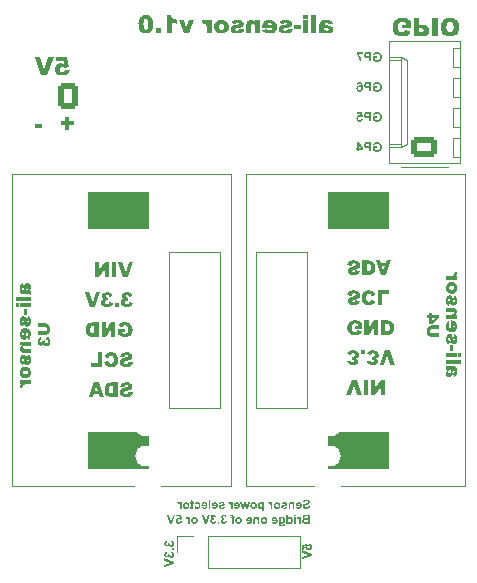
<source format=gbr>
%TF.GenerationSoftware,KiCad,Pcbnew,9.0.4*%
%TF.CreationDate,2025-10-10T16:09:38+02:00*%
%TF.ProjectId,ali-sensor,616c692d-7365-46e7-936f-722e6b696361,rev?*%
%TF.SameCoordinates,Original*%
%TF.FileFunction,Legend,Bot*%
%TF.FilePolarity,Positive*%
%FSLAX46Y46*%
G04 Gerber Fmt 4.6, Leading zero omitted, Abs format (unit mm)*
G04 Created by KiCad (PCBNEW 9.0.4) date 2025-10-10 16:09:38*
%MOMM*%
%LPD*%
G01*
G04 APERTURE LIST*
G04 Aperture macros list*
%AMRoundRect*
0 Rectangle with rounded corners*
0 $1 Rounding radius*
0 $2 $3 $4 $5 $6 $7 $8 $9 X,Y pos of 4 corners*
0 Add a 4 corners polygon primitive as box body*
4,1,4,$2,$3,$4,$5,$6,$7,$8,$9,$2,$3,0*
0 Add four circle primitives for the rounded corners*
1,1,$1+$1,$2,$3*
1,1,$1+$1,$4,$5*
1,1,$1+$1,$6,$7*
1,1,$1+$1,$8,$9*
0 Add four rect primitives between the rounded corners*
20,1,$1+$1,$2,$3,$4,$5,0*
20,1,$1+$1,$4,$5,$6,$7,0*
20,1,$1+$1,$6,$7,$8,$9,0*
20,1,$1+$1,$8,$9,$2,$3,0*%
G04 Aperture macros list end*
%ADD10C,0.300000*%
%ADD11C,0.150000*%
%ADD12C,0.100000*%
%ADD13C,0.120000*%
%ADD14C,3.200000*%
%ADD15O,2.190000X1.740000*%
%ADD16RoundRect,0.250000X0.620000X0.845000X-0.620000X0.845000X-0.620000X-0.845000X0.620000X-0.845000X0*%
%ADD17O,1.740000X2.190000*%
%ADD18C,5.000000*%
%ADD19R,1.700000X1.700000*%
%ADD20C,1.700000*%
%ADD21RoundRect,0.250000X0.845000X-0.620000X0.845000X0.620000X-0.845000X0.620000X-0.845000X-0.620000X0*%
G04 APERTURE END LIST*
D10*
G36*
X137920369Y-85614510D02*
G01*
X136924133Y-85614510D01*
X136924133Y-85960357D01*
X137595770Y-85960357D01*
X137630300Y-86176146D01*
X137564336Y-86149118D01*
X137496943Y-86129251D01*
X137428405Y-86116836D01*
X137361480Y-86112765D01*
X137249707Y-86121904D01*
X137152786Y-86148031D01*
X137068088Y-86190174D01*
X136993650Y-86248686D01*
X136931851Y-86321068D01*
X136888201Y-86401089D01*
X136861604Y-86490334D01*
X136852417Y-86591054D01*
X136860393Y-86685867D01*
X136884365Y-86778376D01*
X136925049Y-86869765D01*
X136980460Y-86952276D01*
X137048711Y-87019911D01*
X137131037Y-87074013D01*
X137222707Y-87111467D01*
X137334993Y-87135695D01*
X137472214Y-87144447D01*
X137615614Y-87136870D01*
X137727661Y-87116420D01*
X137828064Y-87080539D01*
X137908920Y-87032614D01*
X137977303Y-86972465D01*
X138030003Y-86906493D01*
X138071150Y-86829904D01*
X138108131Y-86727433D01*
X137679759Y-86681088D01*
X137663750Y-86746957D01*
X137639760Y-86797199D01*
X137608593Y-86834961D01*
X137569050Y-86863684D01*
X137525429Y-86880716D01*
X137476335Y-86886526D01*
X137422089Y-86879271D01*
X137375482Y-86858121D01*
X137334552Y-86822229D01*
X137305049Y-86775972D01*
X137285639Y-86713392D01*
X137278407Y-86629522D01*
X137285836Y-86543614D01*
X137305506Y-86481531D01*
X137335010Y-86437364D01*
X137376152Y-86403987D01*
X137425498Y-86383686D01*
X137485494Y-86376547D01*
X137543853Y-86383695D01*
X137600899Y-86405490D01*
X137641825Y-86432917D01*
X137693406Y-86482976D01*
X138053451Y-86431685D01*
X137920369Y-85614510D01*
G37*
G36*
X136772641Y-85614510D02*
G01*
X136280522Y-85614510D01*
X135944566Y-86687499D01*
X135613739Y-85614510D01*
X135136000Y-85614510D01*
X135695622Y-87121000D01*
X136202762Y-87121000D01*
X136772641Y-85614510D01*
G37*
G36*
X166262858Y-82842150D02*
G01*
X166262858Y-83158688D01*
X166986061Y-83158688D01*
X166986061Y-82516269D01*
X166843752Y-82426795D01*
X166722623Y-82364366D01*
X166619696Y-82324294D01*
X166512714Y-82297138D01*
X166388117Y-82279736D01*
X166243349Y-82273552D01*
X166107107Y-82280064D01*
X165990479Y-82298370D01*
X165890827Y-82326955D01*
X165805818Y-82364777D01*
X165726286Y-82415742D01*
X165656469Y-82477437D01*
X165595615Y-82550600D01*
X165543410Y-82636436D01*
X165492589Y-82759783D01*
X165461223Y-82896867D01*
X165450353Y-83050244D01*
X165457171Y-83173129D01*
X165476875Y-83284421D01*
X165508668Y-83385583D01*
X165552203Y-83477883D01*
X165608881Y-83563156D01*
X165676891Y-83637139D01*
X165757026Y-83700707D01*
X165850606Y-83754213D01*
X165955525Y-83792237D01*
X166090626Y-83817577D01*
X166262766Y-83826937D01*
X166430630Y-83820725D01*
X166551773Y-83804592D01*
X166636366Y-83781782D01*
X166715206Y-83745696D01*
X166783467Y-83699111D01*
X166842354Y-83641648D01*
X166891025Y-83574849D01*
X166932493Y-83494295D01*
X166966277Y-83397833D01*
X166512810Y-83316591D01*
X166489170Y-83371155D01*
X166458082Y-83414421D01*
X166419387Y-83448116D01*
X166373832Y-83472163D01*
X166318930Y-83487379D01*
X166252508Y-83492812D01*
X166178675Y-83485869D01*
X166115094Y-83465984D01*
X166059744Y-83433635D01*
X166011257Y-83388032D01*
X165975067Y-83334123D01*
X165946973Y-83263606D01*
X165928301Y-83172458D01*
X165921406Y-83055831D01*
X165928553Y-82931103D01*
X165947699Y-82835783D01*
X165976130Y-82763984D01*
X166012265Y-82710808D01*
X166061015Y-82666521D01*
X166118273Y-82634615D01*
X166185733Y-82614709D01*
X166265789Y-82607676D01*
X166341910Y-82613331D01*
X166413525Y-82630025D01*
X166485023Y-82658385D01*
X166573351Y-82705587D01*
X166573351Y-82842150D01*
X166262858Y-82842150D01*
G37*
G36*
X167726025Y-82853873D02*
G01*
X167977259Y-82853873D01*
X168120065Y-82863417D01*
X168234220Y-82889600D01*
X168325050Y-82929743D01*
X168396838Y-82982650D01*
X168455673Y-83051214D01*
X168498326Y-83131872D01*
X168525045Y-83227022D01*
X168534499Y-83339947D01*
X168525660Y-83450443D01*
X168500862Y-83542286D01*
X168461650Y-83618904D01*
X168408104Y-83682864D01*
X168341979Y-83732727D01*
X168259249Y-83770295D01*
X168156269Y-83794651D01*
X168028459Y-83803489D01*
X167253965Y-83803489D01*
X167253965Y-83492812D01*
X167726025Y-83492812D01*
X167855260Y-83492812D01*
X167940309Y-83486035D01*
X167995782Y-83468925D01*
X168030382Y-83444636D01*
X168056113Y-83410196D01*
X168071457Y-83371481D01*
X168076727Y-83327124D01*
X168070685Y-83282126D01*
X168053110Y-83243728D01*
X168023330Y-83210254D01*
X167984607Y-83187148D01*
X167925071Y-83170914D01*
X167836850Y-83164550D01*
X167726025Y-83164550D01*
X167726025Y-83492812D01*
X167253965Y-83492812D01*
X167253965Y-82297000D01*
X167726025Y-82297000D01*
X167726025Y-82853873D01*
G37*
G36*
X168789764Y-83803489D02*
G01*
X169260816Y-83803489D01*
X169260816Y-82297000D01*
X168789764Y-82297000D01*
X168789764Y-83803489D01*
G37*
G36*
X170452624Y-82280073D02*
G01*
X170563309Y-82298610D01*
X170660215Y-82327948D01*
X170745141Y-82367341D01*
X170824885Y-82419353D01*
X170893816Y-82480071D01*
X170952830Y-82549931D01*
X171002421Y-82629750D01*
X171039397Y-82714363D01*
X171067292Y-82813023D01*
X171085119Y-82927918D01*
X171091447Y-83061510D01*
X171082260Y-83208190D01*
X171056170Y-83335278D01*
X171014750Y-83445669D01*
X170958668Y-83541778D01*
X170887657Y-83625436D01*
X170803460Y-83695120D01*
X170705707Y-83750506D01*
X170592347Y-83791662D01*
X170460727Y-83817723D01*
X170307702Y-83826937D01*
X170159207Y-83817703D01*
X170030304Y-83791463D01*
X169918123Y-83749781D01*
X169820262Y-83693331D01*
X169734892Y-83621864D01*
X169663191Y-83536787D01*
X169606549Y-83439117D01*
X169564713Y-83327005D01*
X169538363Y-83198015D01*
X169529087Y-83049237D01*
X169529246Y-83046306D01*
X169999132Y-83046306D01*
X170005756Y-83163519D01*
X170023514Y-83253282D01*
X170049891Y-83321047D01*
X170083396Y-83371363D01*
X170128829Y-83414147D01*
X170180284Y-83444393D01*
X170238972Y-83462917D01*
X170306695Y-83469365D01*
X170377857Y-83462900D01*
X170438685Y-83444465D01*
X170491166Y-83414656D01*
X170536680Y-83372920D01*
X170570864Y-83323162D01*
X170597342Y-83258129D01*
X170614915Y-83174116D01*
X170621402Y-83066639D01*
X170614731Y-82936217D01*
X170597156Y-82839811D01*
X170571666Y-82770160D01*
X170540161Y-82721158D01*
X170496392Y-82679939D01*
X170444745Y-82650294D01*
X170383643Y-82631801D01*
X170310816Y-82625262D01*
X170240330Y-82631802D01*
X170180064Y-82650467D01*
X170128024Y-82680707D01*
X170082846Y-82723173D01*
X170049517Y-82773508D01*
X170023312Y-82841037D01*
X170005695Y-82930199D01*
X169999132Y-83046306D01*
X169529246Y-83046306D01*
X169536292Y-82916718D01*
X169556778Y-82800912D01*
X169589245Y-82699582D01*
X169632951Y-82610790D01*
X169690235Y-82527328D01*
X169754296Y-82457594D01*
X169825392Y-82400273D01*
X169904152Y-82354519D01*
X170018526Y-82311450D01*
X170157553Y-82283594D01*
X170326112Y-82273552D01*
X170452624Y-82280073D01*
G37*
D11*
G36*
X146714333Y-126534058D02*
G01*
X146695526Y-126682704D01*
X146733786Y-126690675D01*
X146763416Y-126703591D01*
X146786140Y-126720953D01*
X146803612Y-126743314D01*
X146813931Y-126768163D01*
X146817452Y-126796375D01*
X146813417Y-126826503D01*
X146801571Y-126852851D01*
X146781353Y-126876438D01*
X146755490Y-126894004D01*
X146723558Y-126905023D01*
X146683900Y-126908971D01*
X146646392Y-126905189D01*
X146616264Y-126894637D01*
X146591919Y-126877806D01*
X146572891Y-126855273D01*
X146561755Y-126830265D01*
X146557969Y-126801846D01*
X146560567Y-126771176D01*
X146569448Y-126731357D01*
X146445422Y-126748308D01*
X146442775Y-126788934D01*
X146433496Y-126819870D01*
X146418555Y-126843367D01*
X146397630Y-126861492D01*
X146372768Y-126872388D01*
X146342742Y-126876193D01*
X146316938Y-126873326D01*
X146295932Y-126865237D01*
X146278653Y-126852111D01*
X146265591Y-126834761D01*
X146257558Y-126813806D01*
X146254717Y-126788217D01*
X146257775Y-126763065D01*
X146266725Y-126740896D01*
X146281828Y-126720953D01*
X146301565Y-126705470D01*
X146327437Y-126694039D01*
X146361011Y-126687101D01*
X146337173Y-126545538D01*
X146289103Y-126557862D01*
X146250672Y-126572863D01*
X146220327Y-126590087D01*
X146193634Y-126612184D01*
X146170770Y-126639630D01*
X146151598Y-126673130D01*
X146137869Y-126709423D01*
X146129440Y-126749039D01*
X146126538Y-126792565D01*
X146131377Y-126848140D01*
X146145201Y-126896025D01*
X146167546Y-126937648D01*
X146198736Y-126974037D01*
X146230066Y-126999219D01*
X146262420Y-127016574D01*
X146296254Y-127026854D01*
X146332191Y-127030311D01*
X146371775Y-127025913D01*
X146407627Y-127012963D01*
X146440731Y-126991119D01*
X146471680Y-126959136D01*
X146500621Y-126914979D01*
X146514839Y-126958440D01*
X146536819Y-126994758D01*
X146566859Y-127025084D01*
X146603039Y-127047788D01*
X146644019Y-127061581D01*
X146691081Y-127066361D01*
X146742322Y-127061472D01*
X146788772Y-127047161D01*
X146831483Y-127023372D01*
X146871186Y-126989278D01*
X146903646Y-126948573D01*
X146926689Y-126903663D01*
X146940767Y-126853694D01*
X146945631Y-126797498D01*
X146941373Y-126743828D01*
X146929129Y-126696564D01*
X146909290Y-126654602D01*
X146881688Y-126617101D01*
X146847487Y-126585270D01*
X146808708Y-126560985D01*
X146764656Y-126543868D01*
X146714333Y-126534058D01*
G37*
G36*
X146930000Y-127194491D02*
G01*
X146776810Y-127194491D01*
X146776810Y-127348022D01*
X146930000Y-127348022D01*
X146930000Y-127194491D01*
G37*
G36*
X146714333Y-127467261D02*
G01*
X146695526Y-127615907D01*
X146733786Y-127623878D01*
X146763416Y-127636794D01*
X146786140Y-127654156D01*
X146803612Y-127676517D01*
X146813931Y-127701366D01*
X146817452Y-127729578D01*
X146813417Y-127759706D01*
X146801571Y-127786054D01*
X146781353Y-127809641D01*
X146755490Y-127827207D01*
X146723558Y-127838226D01*
X146683900Y-127842174D01*
X146646392Y-127838392D01*
X146616264Y-127827840D01*
X146591919Y-127811009D01*
X146572891Y-127788476D01*
X146561755Y-127763468D01*
X146557969Y-127735049D01*
X146560567Y-127704379D01*
X146569448Y-127664561D01*
X146445422Y-127681511D01*
X146442775Y-127722137D01*
X146433496Y-127753073D01*
X146418555Y-127776570D01*
X146397630Y-127794695D01*
X146372768Y-127805591D01*
X146342742Y-127809397D01*
X146316938Y-127806529D01*
X146295932Y-127798440D01*
X146278653Y-127785314D01*
X146265591Y-127767964D01*
X146257558Y-127747009D01*
X146254717Y-127721420D01*
X146257775Y-127696268D01*
X146266725Y-127674099D01*
X146281828Y-127654156D01*
X146301565Y-127638673D01*
X146327437Y-127627242D01*
X146361011Y-127620304D01*
X146337173Y-127478741D01*
X146289103Y-127491065D01*
X146250672Y-127506066D01*
X146220327Y-127523290D01*
X146193634Y-127545387D01*
X146170770Y-127572833D01*
X146151598Y-127606333D01*
X146137869Y-127642626D01*
X146129440Y-127682242D01*
X146126538Y-127725768D01*
X146131377Y-127781343D01*
X146145201Y-127829228D01*
X146167546Y-127870851D01*
X146198736Y-127907240D01*
X146230066Y-127932422D01*
X146262420Y-127949777D01*
X146296254Y-127960057D01*
X146332191Y-127963514D01*
X146371775Y-127959116D01*
X146407627Y-127946166D01*
X146440731Y-127924322D01*
X146471680Y-127892339D01*
X146500621Y-127848182D01*
X146514839Y-127891643D01*
X146536819Y-127927961D01*
X146566859Y-127958287D01*
X146603039Y-127980991D01*
X146644019Y-127994785D01*
X146691081Y-127999564D01*
X146742322Y-127994675D01*
X146788772Y-127980364D01*
X146831483Y-127956576D01*
X146871186Y-127922481D01*
X146903646Y-127881776D01*
X146926689Y-127836866D01*
X146940767Y-127786897D01*
X146945631Y-127730702D01*
X146941373Y-127677031D01*
X146929129Y-127629767D01*
X146909290Y-127587805D01*
X146881688Y-127550304D01*
X146847487Y-127518473D01*
X146808708Y-127494188D01*
X146764656Y-127477071D01*
X146714333Y-127467261D01*
G37*
G36*
X146930000Y-128333151D02*
G01*
X146126538Y-128046801D01*
X146126538Y-128222216D01*
X146720537Y-128424986D01*
X146126538Y-128621162D01*
X146126538Y-128792767D01*
X146930000Y-128505831D01*
X146930000Y-128333151D01*
G37*
D10*
G36*
X135174070Y-91231856D02*
G01*
X135786539Y-91231856D01*
X135786539Y-91560119D01*
X135174070Y-91560119D01*
X135174070Y-91231856D01*
G37*
G36*
X137355219Y-91026692D02*
G01*
X137747687Y-91026692D01*
X137747687Y-90633950D01*
X138084468Y-90633950D01*
X138084468Y-91026692D01*
X138478950Y-91026692D01*
X138478950Y-91360817D01*
X138084468Y-91360817D01*
X138084468Y-91753559D01*
X137747687Y-91753559D01*
X137747687Y-91360817D01*
X137355219Y-91360817D01*
X137355219Y-91026692D01*
G37*
D11*
G36*
X164137854Y-93296127D02*
G01*
X164137854Y-93161695D01*
X163789222Y-93161695D01*
X163789222Y-93482191D01*
X163825302Y-93511550D01*
X163873556Y-93540370D01*
X163936501Y-93568408D01*
X164001633Y-93589226D01*
X164066610Y-93601544D01*
X164131895Y-93605631D01*
X164194698Y-93602099D01*
X164251676Y-93591879D01*
X164303573Y-93575369D01*
X164351030Y-93552728D01*
X164394963Y-93523318D01*
X164432725Y-93488544D01*
X164464816Y-93448068D01*
X164491469Y-93401297D01*
X164517413Y-93334270D01*
X164533121Y-93263161D01*
X164538461Y-93187096D01*
X164535002Y-93124423D01*
X164524933Y-93066729D01*
X164508565Y-93013389D01*
X164485998Y-92963859D01*
X164456702Y-92917849D01*
X164421619Y-92877834D01*
X164380397Y-92843325D01*
X164332418Y-92814089D01*
X164279578Y-92792655D01*
X164216323Y-92778940D01*
X164140590Y-92774033D01*
X164065038Y-92778542D01*
X164002342Y-92791088D01*
X163950422Y-92810548D01*
X163907533Y-92836315D01*
X163869523Y-92870210D01*
X163839092Y-92909696D01*
X163815769Y-92955450D01*
X163799578Y-93008506D01*
X163960241Y-93039769D01*
X163975112Y-93002457D01*
X163996244Y-92971501D01*
X164023939Y-92945980D01*
X164056643Y-92927305D01*
X164095070Y-92915688D01*
X164140590Y-92911591D01*
X164192672Y-92916155D01*
X164237260Y-92929162D01*
X164275758Y-92950142D01*
X164309166Y-92979392D01*
X164335040Y-93014716D01*
X164354537Y-93058679D01*
X164367165Y-93113149D01*
X164371741Y-93180453D01*
X164367047Y-93253413D01*
X164354154Y-93312032D01*
X164334385Y-93358911D01*
X164308385Y-93396168D01*
X164274300Y-93427571D01*
X164235899Y-93449770D01*
X164192311Y-93463353D01*
X164142251Y-93468073D01*
X164091818Y-93463124D01*
X164040304Y-93447899D01*
X163991920Y-93425062D01*
X163952621Y-93398953D01*
X163952621Y-93296127D01*
X164137854Y-93296127D01*
G37*
G36*
X163639892Y-93590000D02*
G01*
X163478154Y-93590000D01*
X163478154Y-93286748D01*
X163372690Y-93286748D01*
X163269320Y-93283396D01*
X163204896Y-93275219D01*
X163163333Y-93261400D01*
X163120974Y-93237166D01*
X163095524Y-93216030D01*
X163072869Y-93189844D01*
X163052928Y-93157983D01*
X163038558Y-93123378D01*
X163029416Y-93082343D01*
X163026326Y-93036106D01*
X163192879Y-93036106D01*
X163197569Y-93070411D01*
X163211197Y-93099511D01*
X163232819Y-93122977D01*
X163261755Y-93139518D01*
X163301890Y-93148241D01*
X163389641Y-93152316D01*
X163478154Y-93152316D01*
X163478154Y-92920969D01*
X163399997Y-92920969D01*
X163319796Y-92922751D01*
X163283591Y-92926538D01*
X163258668Y-92933860D01*
X163237187Y-92945839D01*
X163218573Y-92962686D01*
X163204516Y-92983266D01*
X163195901Y-93007416D01*
X163192879Y-93036106D01*
X163026326Y-93036106D01*
X163026159Y-93033614D01*
X163031774Y-92971243D01*
X163047531Y-92919848D01*
X163072614Y-92877250D01*
X163106639Y-92841107D01*
X163144833Y-92815211D01*
X163187945Y-92798604D01*
X163245391Y-92790465D01*
X163380311Y-92786538D01*
X163639892Y-92786538D01*
X163639892Y-93590000D01*
G37*
G36*
X162954156Y-93293538D02*
G01*
X162954156Y-93427431D01*
X162626235Y-93427431D01*
X162626235Y-93590000D01*
X162477589Y-93590000D01*
X162477589Y-93427431D01*
X162378133Y-93427431D01*
X162378133Y-93293000D01*
X162477589Y-93293000D01*
X162626235Y-93293000D01*
X162810443Y-93293000D01*
X162626235Y-93024235D01*
X162626235Y-93293000D01*
X162477589Y-93293000D01*
X162477589Y-92786538D01*
X162606598Y-92786538D01*
X162954156Y-93293538D01*
G37*
G36*
X164137854Y-90756127D02*
G01*
X164137854Y-90621695D01*
X163789222Y-90621695D01*
X163789222Y-90942191D01*
X163825302Y-90971550D01*
X163873556Y-91000370D01*
X163936501Y-91028408D01*
X164001633Y-91049226D01*
X164066610Y-91061544D01*
X164131895Y-91065631D01*
X164194698Y-91062099D01*
X164251676Y-91051879D01*
X164303573Y-91035369D01*
X164351030Y-91012728D01*
X164394963Y-90983318D01*
X164432725Y-90948544D01*
X164464816Y-90908068D01*
X164491469Y-90861297D01*
X164517413Y-90794270D01*
X164533121Y-90723161D01*
X164538461Y-90647096D01*
X164535002Y-90584423D01*
X164524933Y-90526729D01*
X164508565Y-90473389D01*
X164485998Y-90423859D01*
X164456702Y-90377849D01*
X164421619Y-90337834D01*
X164380397Y-90303325D01*
X164332418Y-90274089D01*
X164279578Y-90252655D01*
X164216323Y-90238940D01*
X164140590Y-90234033D01*
X164065038Y-90238542D01*
X164002342Y-90251088D01*
X163950422Y-90270548D01*
X163907533Y-90296315D01*
X163869523Y-90330210D01*
X163839092Y-90369696D01*
X163815769Y-90415450D01*
X163799578Y-90468506D01*
X163960241Y-90499769D01*
X163975112Y-90462457D01*
X163996244Y-90431501D01*
X164023939Y-90405980D01*
X164056643Y-90387305D01*
X164095070Y-90375688D01*
X164140590Y-90371591D01*
X164192672Y-90376155D01*
X164237260Y-90389162D01*
X164275758Y-90410142D01*
X164309166Y-90439392D01*
X164335040Y-90474716D01*
X164354537Y-90518679D01*
X164367165Y-90573149D01*
X164371741Y-90640453D01*
X164367047Y-90713413D01*
X164354154Y-90772032D01*
X164334385Y-90818911D01*
X164308385Y-90856168D01*
X164274300Y-90887571D01*
X164235899Y-90909770D01*
X164192311Y-90923353D01*
X164142251Y-90928073D01*
X164091818Y-90923124D01*
X164040304Y-90907899D01*
X163991920Y-90885062D01*
X163952621Y-90858953D01*
X163952621Y-90756127D01*
X164137854Y-90756127D01*
G37*
G36*
X163639892Y-91050000D02*
G01*
X163478154Y-91050000D01*
X163478154Y-90746748D01*
X163372690Y-90746748D01*
X163269320Y-90743396D01*
X163204896Y-90735219D01*
X163163333Y-90721400D01*
X163120974Y-90697166D01*
X163095524Y-90676030D01*
X163072869Y-90649844D01*
X163052928Y-90617983D01*
X163038558Y-90583378D01*
X163029416Y-90542343D01*
X163026326Y-90496106D01*
X163192879Y-90496106D01*
X163197569Y-90530411D01*
X163211197Y-90559511D01*
X163232819Y-90582977D01*
X163261755Y-90599518D01*
X163301890Y-90608241D01*
X163389641Y-90612316D01*
X163478154Y-90612316D01*
X163478154Y-90380969D01*
X163399997Y-90380969D01*
X163319796Y-90382751D01*
X163283591Y-90386538D01*
X163258668Y-90393860D01*
X163237187Y-90405839D01*
X163218573Y-90422686D01*
X163204516Y-90443266D01*
X163195901Y-90467416D01*
X163192879Y-90496106D01*
X163026326Y-90496106D01*
X163026159Y-90493614D01*
X163031774Y-90431243D01*
X163047531Y-90379848D01*
X163072614Y-90337250D01*
X163106639Y-90301107D01*
X163144833Y-90275211D01*
X163187945Y-90258604D01*
X163245391Y-90250465D01*
X163380311Y-90246538D01*
X163639892Y-90246538D01*
X163639892Y-91050000D01*
G37*
G36*
X162925189Y-90846985D02*
G01*
X162772146Y-90831158D01*
X162764592Y-90864356D01*
X162751618Y-90891396D01*
X162733360Y-90913419D01*
X162710446Y-90930428D01*
X162685907Y-90940361D01*
X162659013Y-90943705D01*
X162628807Y-90939311D01*
X162602029Y-90926262D01*
X162577631Y-90903600D01*
X162560188Y-90874878D01*
X162548606Y-90835620D01*
X162544267Y-90782602D01*
X162548532Y-90733076D01*
X162559970Y-90696188D01*
X162577338Y-90668981D01*
X162601540Y-90647959D01*
X162629798Y-90635421D01*
X162663409Y-90631074D01*
X162694874Y-90634611D01*
X162724717Y-90645225D01*
X162753614Y-90663450D01*
X162782013Y-90690474D01*
X162906626Y-90672156D01*
X162827931Y-90255917D01*
X162421853Y-90255917D01*
X162421853Y-90399727D01*
X162711525Y-90399727D01*
X162735558Y-90534549D01*
X162700607Y-90520291D01*
X162665759Y-90511919D01*
X162630632Y-90509148D01*
X162581104Y-90513926D01*
X162536370Y-90527895D01*
X162495381Y-90551102D01*
X162457415Y-90584375D01*
X162426840Y-90623949D01*
X162404795Y-90668938D01*
X162391122Y-90720373D01*
X162386340Y-90779623D01*
X162390011Y-90828889D01*
X162400793Y-90874688D01*
X162418611Y-90917657D01*
X162443737Y-90958311D01*
X162477744Y-90997249D01*
X162515756Y-91026866D01*
X162558281Y-91048056D01*
X162606194Y-91061099D01*
X162660674Y-91065631D01*
X162715808Y-91061592D01*
X162763572Y-91050083D01*
X162805172Y-91031660D01*
X162841560Y-91006378D01*
X162872736Y-90974527D01*
X162896923Y-90937863D01*
X162914458Y-90895685D01*
X162925189Y-90846985D01*
G37*
G36*
X164137854Y-85676127D02*
G01*
X164137854Y-85541695D01*
X163789222Y-85541695D01*
X163789222Y-85862191D01*
X163825302Y-85891550D01*
X163873556Y-85920370D01*
X163936501Y-85948408D01*
X164001633Y-85969226D01*
X164066610Y-85981544D01*
X164131895Y-85985631D01*
X164194698Y-85982099D01*
X164251676Y-85971879D01*
X164303573Y-85955369D01*
X164351030Y-85932728D01*
X164394963Y-85903318D01*
X164432725Y-85868544D01*
X164464816Y-85828068D01*
X164491469Y-85781297D01*
X164517413Y-85714270D01*
X164533121Y-85643161D01*
X164538461Y-85567096D01*
X164535002Y-85504423D01*
X164524933Y-85446729D01*
X164508565Y-85393389D01*
X164485998Y-85343859D01*
X164456702Y-85297849D01*
X164421619Y-85257834D01*
X164380397Y-85223325D01*
X164332418Y-85194089D01*
X164279578Y-85172655D01*
X164216323Y-85158940D01*
X164140590Y-85154033D01*
X164065038Y-85158542D01*
X164002342Y-85171088D01*
X163950422Y-85190548D01*
X163907533Y-85216315D01*
X163869523Y-85250210D01*
X163839092Y-85289696D01*
X163815769Y-85335450D01*
X163799578Y-85388506D01*
X163960241Y-85419769D01*
X163975112Y-85382457D01*
X163996244Y-85351501D01*
X164023939Y-85325980D01*
X164056643Y-85307305D01*
X164095070Y-85295688D01*
X164140590Y-85291591D01*
X164192672Y-85296155D01*
X164237260Y-85309162D01*
X164275758Y-85330142D01*
X164309166Y-85359392D01*
X164335040Y-85394716D01*
X164354537Y-85438679D01*
X164367165Y-85493149D01*
X164371741Y-85560453D01*
X164367047Y-85633413D01*
X164354154Y-85692032D01*
X164334385Y-85738911D01*
X164308385Y-85776168D01*
X164274300Y-85807571D01*
X164235899Y-85829770D01*
X164192311Y-85843353D01*
X164142251Y-85848073D01*
X164091818Y-85843124D01*
X164040304Y-85827899D01*
X163991920Y-85805062D01*
X163952621Y-85778953D01*
X163952621Y-85676127D01*
X164137854Y-85676127D01*
G37*
G36*
X163639892Y-85970000D02*
G01*
X163478154Y-85970000D01*
X163478154Y-85666748D01*
X163372690Y-85666748D01*
X163269320Y-85663396D01*
X163204896Y-85655219D01*
X163163333Y-85641400D01*
X163120974Y-85617166D01*
X163095524Y-85596030D01*
X163072869Y-85569844D01*
X163052928Y-85537983D01*
X163038558Y-85503378D01*
X163029416Y-85462343D01*
X163026326Y-85416106D01*
X163192879Y-85416106D01*
X163197569Y-85450411D01*
X163211197Y-85479511D01*
X163232819Y-85502977D01*
X163261755Y-85519518D01*
X163301890Y-85528241D01*
X163389641Y-85532316D01*
X163478154Y-85532316D01*
X163478154Y-85300969D01*
X163399997Y-85300969D01*
X163319796Y-85302751D01*
X163283591Y-85306538D01*
X163258668Y-85313860D01*
X163237187Y-85325839D01*
X163218573Y-85342686D01*
X163204516Y-85363266D01*
X163195901Y-85387416D01*
X163192879Y-85416106D01*
X163026326Y-85416106D01*
X163026159Y-85413614D01*
X163031774Y-85351243D01*
X163047531Y-85299848D01*
X163072614Y-85257250D01*
X163106639Y-85221107D01*
X163144833Y-85195211D01*
X163187945Y-85178604D01*
X163245391Y-85170465D01*
X163380311Y-85166538D01*
X163639892Y-85166538D01*
X163639892Y-85970000D01*
G37*
G36*
X162927387Y-85319727D02*
G01*
X162927387Y-85175917D01*
X162402167Y-85175917D01*
X162402167Y-85288464D01*
X162442619Y-85333552D01*
X162486606Y-85394019D01*
X162534449Y-85472868D01*
X162575640Y-85554503D01*
X162609780Y-85639540D01*
X162636933Y-85728297D01*
X162657184Y-85819321D01*
X162668349Y-85899470D01*
X162671616Y-85970000D01*
X162819725Y-85970000D01*
X162814173Y-85887639D01*
X162801108Y-85803699D01*
X162780232Y-85717851D01*
X162751141Y-85629769D01*
X162702573Y-85517109D01*
X162644923Y-85414022D01*
X162578168Y-85319727D01*
X162927387Y-85319727D01*
G37*
D10*
G36*
X159969850Y-82449895D02*
G01*
X160072792Y-82462793D01*
X160167363Y-82485279D01*
X160231336Y-82512160D01*
X160304130Y-82561855D01*
X160354801Y-82616757D01*
X160391020Y-82684529D01*
X160421021Y-82785010D01*
X160016830Y-82826592D01*
X159986176Y-82763354D01*
X159952716Y-82729781D01*
X159894741Y-82706710D01*
X159800583Y-82697449D01*
X159729514Y-82706328D01*
X159691040Y-82727857D01*
X159669007Y-82765567D01*
X159660083Y-82833187D01*
X159805529Y-82882096D01*
X160109612Y-82948042D01*
X160238554Y-82982742D01*
X160324909Y-83023255D01*
X160379714Y-83067568D01*
X160419935Y-83125190D01*
X160444543Y-83192840D01*
X160453170Y-83273282D01*
X160446720Y-83337715D01*
X160427864Y-83395690D01*
X160396481Y-83448660D01*
X160351320Y-83497588D01*
X160298396Y-83535202D01*
X160233016Y-83563523D01*
X160152550Y-83581829D01*
X160053741Y-83588447D01*
X159956479Y-83583002D01*
X159870906Y-83567468D01*
X159795454Y-83542743D01*
X159716878Y-83499425D01*
X159635628Y-83432284D01*
X159622072Y-83497680D01*
X159590290Y-83565000D01*
X159192419Y-83565000D01*
X159222516Y-83496193D01*
X159236840Y-83450144D01*
X159243704Y-83402678D01*
X159246457Y-83330252D01*
X159246457Y-83111807D01*
X159660083Y-83111807D01*
X159666850Y-83183473D01*
X159684812Y-83235088D01*
X159716898Y-83277526D01*
X159768801Y-83315231D01*
X159830272Y-83339854D01*
X159896937Y-83348112D01*
X159956858Y-83339858D01*
X159995855Y-83318162D01*
X160020820Y-83284156D01*
X160029286Y-83241042D01*
X160021104Y-83202707D01*
X159995397Y-83167403D01*
X159949173Y-83139718D01*
X159835754Y-83102556D01*
X159660083Y-83050349D01*
X159660083Y-83111807D01*
X159246457Y-83111807D01*
X159246457Y-82849307D01*
X159253897Y-82771488D01*
X159277415Y-82686641D01*
X159315403Y-82609089D01*
X159362228Y-82554842D01*
X159416270Y-82515817D01*
X159479312Y-82486320D01*
X159552921Y-82466548D01*
X159676286Y-82451352D01*
X159854897Y-82445390D01*
X159969850Y-82449895D01*
G37*
G36*
X158988079Y-82058510D02*
G01*
X158564195Y-82058510D01*
X158564195Y-83565000D01*
X158988079Y-83565000D01*
X158988079Y-82058510D01*
G37*
G36*
X158288048Y-82058510D02*
G01*
X157865172Y-82058510D01*
X157865172Y-82345739D01*
X158288048Y-82345739D01*
X158288048Y-82058510D01*
G37*
G36*
X158288048Y-82468838D02*
G01*
X157865172Y-82468838D01*
X157865172Y-83565000D01*
X158288048Y-83565000D01*
X158288048Y-82468838D01*
G37*
G36*
X157684372Y-82849856D02*
G01*
X157071902Y-82849856D01*
X157071902Y-83178119D01*
X157684372Y-83178119D01*
X157684372Y-82849856D01*
G37*
G36*
X156979762Y-83260551D02*
G01*
X156560274Y-83218968D01*
X156527692Y-83284270D01*
X156488833Y-83323291D01*
X156438410Y-83345637D01*
X156367567Y-83353974D01*
X156290906Y-83344332D01*
X156239248Y-83318894D01*
X156212931Y-83289589D01*
X156204535Y-83255055D01*
X156209390Y-83228959D01*
X156223890Y-83207091D01*
X156250056Y-83188285D01*
X156297366Y-83172609D01*
X156428475Y-83145879D01*
X156629000Y-83105606D01*
X156731183Y-83075628D01*
X156784495Y-83049195D01*
X156832096Y-83012814D01*
X156874615Y-82965536D01*
X156907078Y-82911397D01*
X156926458Y-82852880D01*
X156933050Y-82788582D01*
X156925800Y-82718397D01*
X156904767Y-82656602D01*
X156869944Y-82601370D01*
X156823769Y-82554312D01*
X156766564Y-82515211D01*
X156696562Y-82484042D01*
X156621906Y-82463970D01*
X156525077Y-82450421D01*
X156401364Y-82445390D01*
X156218989Y-82454330D01*
X156112944Y-82475524D01*
X156026412Y-82514535D01*
X155957239Y-82569038D01*
X155901730Y-82641148D01*
X155852092Y-82743977D01*
X156253902Y-82779698D01*
X156275282Y-82734055D01*
X156304552Y-82705143D01*
X156356789Y-82682142D01*
X156421880Y-82674002D01*
X156485753Y-82681022D01*
X156522905Y-82698273D01*
X156546697Y-82725535D01*
X156554229Y-82756708D01*
X156544787Y-82789428D01*
X156514845Y-82814136D01*
X156462101Y-82830824D01*
X156337525Y-82850589D01*
X156143043Y-82881533D01*
X156027123Y-82916260D01*
X155962825Y-82949314D01*
X155911286Y-82989383D01*
X155870777Y-83036611D01*
X155840462Y-83090873D01*
X155822508Y-83147894D01*
X155816463Y-83208802D01*
X155822626Y-83270359D01*
X155841379Y-83331473D01*
X155873799Y-83393175D01*
X155917447Y-83446959D01*
X155976617Y-83494431D01*
X156054234Y-83535599D01*
X156138149Y-83563061D01*
X156247803Y-83581565D01*
X156389091Y-83588447D01*
X156545598Y-83581588D01*
X156664044Y-83563369D01*
X156751871Y-83536790D01*
X156815539Y-83504000D01*
X156873351Y-83457307D01*
X156919551Y-83401947D01*
X156955009Y-83336909D01*
X156979762Y-83260551D01*
G37*
G36*
X155174667Y-82452530D02*
G01*
X155276516Y-82472836D01*
X155365365Y-82505102D01*
X155443056Y-82548784D01*
X155511007Y-82604026D01*
X155582141Y-82688296D01*
X155632998Y-82783909D01*
X155664371Y-82893091D01*
X155675322Y-83018934D01*
X155665741Y-83136719D01*
X155638177Y-83240428D01*
X155593439Y-83332541D01*
X155532584Y-83415093D01*
X155463921Y-83479276D01*
X155386810Y-83527172D01*
X155301315Y-83559093D01*
X155189555Y-83580496D01*
X155045267Y-83588447D01*
X154879128Y-83578872D01*
X154754145Y-83553411D01*
X154661683Y-83515907D01*
X154579805Y-83459377D01*
X154502974Y-83379595D01*
X154430874Y-83272274D01*
X154847796Y-83236646D01*
X154888238Y-83281268D01*
X154920703Y-83305980D01*
X154977106Y-83328842D01*
X155036107Y-83336388D01*
X155096833Y-83328333D01*
X155147912Y-83305056D01*
X155191721Y-83265863D01*
X155214995Y-83230837D01*
X155233112Y-83183182D01*
X155244935Y-83119501D01*
X154409167Y-83119501D01*
X154409167Y-83069675D01*
X154418080Y-82927769D01*
X154420953Y-82914337D01*
X154839461Y-82914337D01*
X155243928Y-82914337D01*
X155225902Y-82829396D01*
X155196758Y-82774294D01*
X155153038Y-82731406D01*
X155101721Y-82706164D01*
X155040229Y-82697449D01*
X154985701Y-82703479D01*
X154940798Y-82720560D01*
X154903392Y-82748374D01*
X154875188Y-82785720D01*
X154853356Y-82839350D01*
X154839461Y-82914337D01*
X154420953Y-82914337D01*
X154442602Y-82813129D01*
X154480241Y-82720896D01*
X154534951Y-82638370D01*
X154603499Y-82570537D01*
X154687329Y-82516099D01*
X154780800Y-82479131D01*
X154902030Y-82454504D01*
X155057631Y-82445390D01*
X155174667Y-82452530D01*
G37*
G36*
X154223603Y-82468838D02*
G01*
X153829395Y-82468838D01*
X153829395Y-82642219D01*
X153771101Y-82577313D01*
X153713885Y-82528118D01*
X153657387Y-82492468D01*
X153595832Y-82467124D01*
X153523665Y-82451079D01*
X153438851Y-82445390D01*
X153352560Y-82452538D01*
X153279823Y-82472736D01*
X153218155Y-82504956D01*
X153165726Y-82549346D01*
X153125232Y-82603632D01*
X153094456Y-82672741D01*
X153074339Y-82760064D01*
X153066991Y-82869823D01*
X153066991Y-83565000D01*
X153491974Y-83565000D01*
X153491974Y-82963979D01*
X153497074Y-82897068D01*
X153510182Y-82851348D01*
X153529068Y-82821097D01*
X153556333Y-82798490D01*
X153590476Y-82784512D01*
X153633573Y-82779515D01*
X153680561Y-82785920D01*
X153720215Y-82804492D01*
X153754382Y-82835935D01*
X153777547Y-82876738D01*
X153794140Y-82941528D01*
X153800727Y-83039816D01*
X153800727Y-83565000D01*
X154223603Y-83565000D01*
X154223603Y-82468838D01*
G37*
G36*
X152898464Y-83260551D02*
G01*
X152478976Y-83218968D01*
X152446394Y-83284270D01*
X152407535Y-83323291D01*
X152357112Y-83345637D01*
X152286269Y-83353974D01*
X152209608Y-83344332D01*
X152157950Y-83318894D01*
X152131633Y-83289589D01*
X152123237Y-83255055D01*
X152128092Y-83228959D01*
X152142592Y-83207091D01*
X152168758Y-83188285D01*
X152216068Y-83172609D01*
X152347177Y-83145879D01*
X152547702Y-83105606D01*
X152649885Y-83075628D01*
X152703197Y-83049195D01*
X152750798Y-83012814D01*
X152793317Y-82965536D01*
X152825780Y-82911397D01*
X152845160Y-82852880D01*
X152851752Y-82788582D01*
X152844502Y-82718397D01*
X152823469Y-82656602D01*
X152788646Y-82601370D01*
X152742471Y-82554312D01*
X152685266Y-82515211D01*
X152615264Y-82484042D01*
X152540608Y-82463970D01*
X152443779Y-82450421D01*
X152320066Y-82445390D01*
X152137691Y-82454330D01*
X152031646Y-82475524D01*
X151945114Y-82514535D01*
X151875941Y-82569038D01*
X151820432Y-82641148D01*
X151770794Y-82743977D01*
X152172604Y-82779698D01*
X152193984Y-82734055D01*
X152223254Y-82705143D01*
X152275491Y-82682142D01*
X152340582Y-82674002D01*
X152404455Y-82681022D01*
X152441607Y-82698273D01*
X152465399Y-82725535D01*
X152472931Y-82756708D01*
X152463489Y-82789428D01*
X152433547Y-82814136D01*
X152380803Y-82830824D01*
X152256227Y-82850589D01*
X152061745Y-82881533D01*
X151945825Y-82916260D01*
X151881527Y-82949314D01*
X151829988Y-82989383D01*
X151789479Y-83036611D01*
X151759164Y-83090873D01*
X151741211Y-83147894D01*
X151735165Y-83208802D01*
X151741328Y-83270359D01*
X151760081Y-83331473D01*
X151792501Y-83393175D01*
X151836149Y-83446959D01*
X151895319Y-83494431D01*
X151972936Y-83535599D01*
X152056851Y-83563061D01*
X152166505Y-83581565D01*
X152307793Y-83588447D01*
X152464300Y-83581588D01*
X152582746Y-83563369D01*
X152670573Y-83536790D01*
X152734241Y-83504000D01*
X152792053Y-83457307D01*
X152838253Y-83401947D01*
X152873711Y-83336909D01*
X152898464Y-83260551D01*
G37*
G36*
X151083935Y-82452596D02*
G01*
X151185549Y-82473176D01*
X151275052Y-82506042D01*
X151354144Y-82550766D01*
X151424122Y-82607598D01*
X151497842Y-82693920D01*
X151550056Y-82789976D01*
X151581966Y-82897746D01*
X151593016Y-83020033D01*
X151584654Y-83125666D01*
X151560441Y-83220254D01*
X151520931Y-83305717D01*
X151465658Y-83383531D01*
X151393164Y-83454632D01*
X151308805Y-83511397D01*
X151211358Y-83553046D01*
X151098441Y-83579220D01*
X150967083Y-83588447D01*
X150847495Y-83581184D01*
X150743507Y-83560539D01*
X150652877Y-83527753D01*
X150573711Y-83483395D01*
X150504548Y-83427338D01*
X150431655Y-83341565D01*
X150379874Y-83245557D01*
X150348137Y-83137265D01*
X150337119Y-83013804D01*
X150337244Y-83012247D01*
X150762010Y-83012247D01*
X150769694Y-83112556D01*
X150789758Y-83183611D01*
X150819163Y-83232799D01*
X150861084Y-83271043D01*
X150909018Y-83293512D01*
X150965068Y-83301217D01*
X151020363Y-83293477D01*
X151068333Y-83270753D01*
X151110972Y-83231791D01*
X151141187Y-83181940D01*
X151161467Y-83112242D01*
X151169133Y-83016369D01*
X151161463Y-82922001D01*
X151141076Y-82852734D01*
X151110514Y-82802595D01*
X151067450Y-82763408D01*
X151018623Y-82740462D01*
X150961954Y-82732620D01*
X150908640Y-82740236D01*
X150861821Y-82762737D01*
X150819621Y-82801588D01*
X150789590Y-82850990D01*
X150769550Y-82919248D01*
X150762010Y-83012247D01*
X150337244Y-83012247D01*
X150345994Y-82903360D01*
X150371658Y-82804876D01*
X150413499Y-82716255D01*
X150472033Y-82635900D01*
X150542535Y-82569695D01*
X150625218Y-82517396D01*
X150721938Y-82478641D01*
X150835231Y-82454091D01*
X150968182Y-82445390D01*
X151083935Y-82452596D01*
G37*
G36*
X150138184Y-82468838D02*
G01*
X149741961Y-82468838D01*
X149741961Y-82637274D01*
X149703931Y-82570011D01*
X149666702Y-82521922D01*
X149630219Y-82489171D01*
X149587787Y-82465350D01*
X149538416Y-82450580D01*
X149480468Y-82445390D01*
X149419682Y-82451174D01*
X149351679Y-82469672D01*
X149274846Y-82503184D01*
X149406188Y-82805435D01*
X149478783Y-82780274D01*
X149524523Y-82773653D01*
X149574584Y-82781208D01*
X149615319Y-82803005D01*
X149649087Y-82840239D01*
X149680482Y-82907963D01*
X149703783Y-83020433D01*
X149713201Y-83196162D01*
X149713201Y-83565000D01*
X150138184Y-83565000D01*
X150138184Y-82468838D01*
G37*
G36*
X148636731Y-82468838D02*
G01*
X148195629Y-82468838D01*
X147986618Y-83152840D01*
X147770646Y-82468838D01*
X147342916Y-82468838D01*
X147807557Y-83565000D01*
X148181340Y-83565000D01*
X148636731Y-82468838D01*
G37*
G36*
X146317279Y-82035062D02*
G01*
X146317279Y-83565000D01*
X146745284Y-83565000D01*
X146745284Y-82571511D01*
X146844470Y-82640058D01*
X146939366Y-82693510D01*
X147042644Y-82738444D01*
X147183914Y-82786384D01*
X147183914Y-82440353D01*
X147043057Y-82387300D01*
X146934203Y-82331786D01*
X146851896Y-82274573D01*
X146779522Y-82205491D01*
X146718150Y-82126006D01*
X146667340Y-82035062D01*
X146317279Y-82035062D01*
G37*
G36*
X145828457Y-83142948D02*
G01*
X145376822Y-83142948D01*
X145376822Y-83565000D01*
X145828457Y-83565000D01*
X145828457Y-83142948D01*
G37*
G36*
X144672892Y-82043071D02*
G01*
X144781877Y-82065520D01*
X144873609Y-82100653D01*
X144950775Y-82147600D01*
X145015404Y-82206429D01*
X145065148Y-82274685D01*
X145107153Y-82363725D01*
X145140232Y-82478134D01*
X145162272Y-82623367D01*
X145170376Y-82805618D01*
X145162466Y-82975398D01*
X145140059Y-83123347D01*
X145115332Y-83218283D01*
X145086740Y-83292756D01*
X145055154Y-83350218D01*
X144999617Y-83422754D01*
X144935620Y-83481581D01*
X144862446Y-83527905D01*
X144781828Y-83559864D01*
X144680741Y-83580804D01*
X144554700Y-83588447D01*
X144415302Y-83579303D01*
X144301852Y-83554024D01*
X144209790Y-83514975D01*
X144135403Y-83463250D01*
X144076046Y-83398579D01*
X144030874Y-83323906D01*
X143992975Y-83230586D01*
X143963461Y-83115058D01*
X143944056Y-82973218D01*
X143937626Y-82815601D01*
X144357871Y-82815601D01*
X144364392Y-83004461D01*
X144379762Y-83112998D01*
X144398624Y-83174810D01*
X144421465Y-83219880D01*
X144447539Y-83251758D01*
X144497637Y-83284501D01*
X144555708Y-83295355D01*
X144599381Y-83289154D01*
X144637160Y-83270942D01*
X144670668Y-83239640D01*
X144700422Y-83192132D01*
X144724656Y-83119656D01*
X144743043Y-82997166D01*
X144750522Y-82804336D01*
X144743718Y-82613508D01*
X144726969Y-82491864D01*
X144704910Y-82419653D01*
X144677276Y-82372779D01*
X144644217Y-82341463D01*
X144605067Y-82322882D01*
X144557815Y-82316430D01*
X144511323Y-82322687D01*
X144471869Y-82340852D01*
X144437668Y-82371610D01*
X144408063Y-82417638D01*
X144384006Y-82489149D01*
X144365484Y-82614118D01*
X144357871Y-82815601D01*
X143937626Y-82815601D01*
X143937010Y-82800489D01*
X143947672Y-82620978D01*
X143979142Y-82450703D01*
X144004940Y-82366133D01*
X144036295Y-82296372D01*
X144077520Y-82232775D01*
X144133656Y-82170068D01*
X144202539Y-82116845D01*
X144293391Y-82072523D01*
X144359701Y-82052800D01*
X144442026Y-82039802D01*
X144543435Y-82035062D01*
X144672892Y-82043071D01*
G37*
D11*
G36*
X164137854Y-88216127D02*
G01*
X164137854Y-88081695D01*
X163789222Y-88081695D01*
X163789222Y-88402191D01*
X163825302Y-88431550D01*
X163873556Y-88460370D01*
X163936501Y-88488408D01*
X164001633Y-88509226D01*
X164066610Y-88521544D01*
X164131895Y-88525631D01*
X164194698Y-88522099D01*
X164251676Y-88511879D01*
X164303573Y-88495369D01*
X164351030Y-88472728D01*
X164394963Y-88443318D01*
X164432725Y-88408544D01*
X164464816Y-88368068D01*
X164491469Y-88321297D01*
X164517413Y-88254270D01*
X164533121Y-88183161D01*
X164538461Y-88107096D01*
X164535002Y-88044423D01*
X164524933Y-87986729D01*
X164508565Y-87933389D01*
X164485998Y-87883859D01*
X164456702Y-87837849D01*
X164421619Y-87797834D01*
X164380397Y-87763325D01*
X164332418Y-87734089D01*
X164279578Y-87712655D01*
X164216323Y-87698940D01*
X164140590Y-87694033D01*
X164065038Y-87698542D01*
X164002342Y-87711088D01*
X163950422Y-87730548D01*
X163907533Y-87756315D01*
X163869523Y-87790210D01*
X163839092Y-87829696D01*
X163815769Y-87875450D01*
X163799578Y-87928506D01*
X163960241Y-87959769D01*
X163975112Y-87922457D01*
X163996244Y-87891501D01*
X164023939Y-87865980D01*
X164056643Y-87847305D01*
X164095070Y-87835688D01*
X164140590Y-87831591D01*
X164192672Y-87836155D01*
X164237260Y-87849162D01*
X164275758Y-87870142D01*
X164309166Y-87899392D01*
X164335040Y-87934716D01*
X164354537Y-87978679D01*
X164367165Y-88033149D01*
X164371741Y-88100453D01*
X164367047Y-88173413D01*
X164354154Y-88232032D01*
X164334385Y-88278911D01*
X164308385Y-88316168D01*
X164274300Y-88347571D01*
X164235899Y-88369770D01*
X164192311Y-88383353D01*
X164142251Y-88388073D01*
X164091818Y-88383124D01*
X164040304Y-88367899D01*
X163991920Y-88345062D01*
X163952621Y-88318953D01*
X163952621Y-88216127D01*
X164137854Y-88216127D01*
G37*
G36*
X163639892Y-88510000D02*
G01*
X163478154Y-88510000D01*
X163478154Y-88206748D01*
X163372690Y-88206748D01*
X163269320Y-88203396D01*
X163204896Y-88195219D01*
X163163333Y-88181400D01*
X163120974Y-88157166D01*
X163095524Y-88136030D01*
X163072869Y-88109844D01*
X163052928Y-88077983D01*
X163038558Y-88043378D01*
X163029416Y-88002343D01*
X163026326Y-87956106D01*
X163192879Y-87956106D01*
X163197569Y-87990411D01*
X163211197Y-88019511D01*
X163232819Y-88042977D01*
X163261755Y-88059518D01*
X163301890Y-88068241D01*
X163389641Y-88072316D01*
X163478154Y-88072316D01*
X163478154Y-87840969D01*
X163399997Y-87840969D01*
X163319796Y-87842751D01*
X163283591Y-87846538D01*
X163258668Y-87853860D01*
X163237187Y-87865839D01*
X163218573Y-87882686D01*
X163204516Y-87903266D01*
X163195901Y-87927416D01*
X163192879Y-87956106D01*
X163026326Y-87956106D01*
X163026159Y-87953614D01*
X163031774Y-87891243D01*
X163047531Y-87839848D01*
X163072614Y-87797250D01*
X163106639Y-87761107D01*
X163144833Y-87735211D01*
X163187945Y-87718604D01*
X163245391Y-87710465D01*
X163380311Y-87706538D01*
X163639892Y-87706538D01*
X163639892Y-88510000D01*
G37*
G36*
X162685519Y-87710596D02*
G01*
X162731409Y-87722365D01*
X162773022Y-87741600D01*
X162811056Y-87768551D01*
X162845956Y-87803942D01*
X162872447Y-87842665D01*
X162894608Y-87891601D01*
X162911868Y-87952789D01*
X162923243Y-88028634D01*
X162927387Y-88121849D01*
X162923395Y-88212879D01*
X162912447Y-88286813D01*
X162895856Y-88346330D01*
X162874594Y-88393804D01*
X162849229Y-88431256D01*
X162815622Y-88465768D01*
X162779377Y-88491907D01*
X162740106Y-88510460D01*
X162697182Y-88521753D01*
X162649780Y-88525631D01*
X162594334Y-88520775D01*
X162545769Y-88506803D01*
X162502799Y-88484053D01*
X162464498Y-88452114D01*
X162433546Y-88413289D01*
X162411172Y-88368619D01*
X162397241Y-88316980D01*
X162392412Y-88257648D01*
X162542655Y-88257648D01*
X162546490Y-88306693D01*
X162556474Y-88341150D01*
X162571085Y-88364773D01*
X162591829Y-88383070D01*
X162615188Y-88393792D01*
X162642111Y-88397452D01*
X162669878Y-88393225D01*
X162695808Y-88380377D01*
X162720806Y-88357543D01*
X162739121Y-88329002D01*
X162750925Y-88292038D01*
X162755244Y-88244263D01*
X162751350Y-88201004D01*
X162740823Y-88168359D01*
X162724665Y-88143879D01*
X162702438Y-88124775D01*
X162677788Y-88113620D01*
X162649780Y-88109832D01*
X162620787Y-88113814D01*
X162595632Y-88125488D01*
X162573284Y-88145443D01*
X162557404Y-88171080D01*
X162546712Y-88207325D01*
X162542655Y-88257648D01*
X162392412Y-88257648D01*
X162392348Y-88256866D01*
X162396947Y-88200320D01*
X162410115Y-88151095D01*
X162431383Y-88107902D01*
X162460932Y-88069776D01*
X162497611Y-88037586D01*
X162536809Y-88015235D01*
X162579185Y-88001845D01*
X162625698Y-87997285D01*
X162666731Y-88001556D01*
X162703591Y-88014052D01*
X162737251Y-88034915D01*
X162768336Y-88065087D01*
X162757798Y-87970450D01*
X162742878Y-87912441D01*
X162725984Y-87879706D01*
X162701036Y-87854043D01*
X162673986Y-87839545D01*
X162643723Y-87834717D01*
X162620225Y-87837321D01*
X162600666Y-87844731D01*
X162584177Y-87856845D01*
X162571537Y-87873022D01*
X162561889Y-87895294D01*
X162555747Y-87925380D01*
X162407101Y-87908771D01*
X162418747Y-87860106D01*
X162435530Y-87819600D01*
X162457066Y-87786003D01*
X162483353Y-87758367D01*
X162514590Y-87736064D01*
X162549674Y-87719971D01*
X162589318Y-87710009D01*
X162634442Y-87706538D01*
X162685519Y-87710596D01*
G37*
G36*
X158458081Y-123594165D02*
G01*
X158310528Y-123579510D01*
X158297662Y-123626071D01*
X158279471Y-123660808D01*
X158256489Y-123686168D01*
X158227527Y-123704446D01*
X158191514Y-123716024D01*
X158146580Y-123720194D01*
X158098555Y-123716244D01*
X158062684Y-123705659D01*
X158036167Y-123689648D01*
X158014945Y-123667319D01*
X158002981Y-123643794D01*
X157999026Y-123618207D01*
X158003014Y-123593688D01*
X158014643Y-123573557D01*
X158034176Y-123557490D01*
X158069231Y-123541500D01*
X158190635Y-123508161D01*
X158271297Y-123483404D01*
X158326245Y-123458128D01*
X158361773Y-123433010D01*
X158392495Y-123399437D01*
X158413800Y-123363336D01*
X158426568Y-123324073D01*
X158430924Y-123280694D01*
X158427333Y-123243104D01*
X158416602Y-123207268D01*
X158398409Y-123172571D01*
X158373919Y-123142065D01*
X158342968Y-123116566D01*
X158304620Y-123095863D01*
X158262983Y-123081744D01*
X158214134Y-123072734D01*
X158156838Y-123069531D01*
X158085125Y-123074136D01*
X158027327Y-123086803D01*
X157980945Y-123106251D01*
X157943934Y-123131859D01*
X157912638Y-123165337D01*
X157889884Y-123203564D01*
X157875204Y-123247409D01*
X157868875Y-123298142D01*
X158020550Y-123304004D01*
X158030324Y-123266949D01*
X158044410Y-123239986D01*
X158062316Y-123220885D01*
X158085101Y-123207675D01*
X158116267Y-123198866D01*
X158158349Y-123195560D01*
X158201716Y-123199001D01*
X158235552Y-123208387D01*
X158261847Y-123222809D01*
X158275351Y-123235916D01*
X158283229Y-123251229D01*
X158285935Y-123269520D01*
X158280446Y-123294036D01*
X158263404Y-123315270D01*
X158241823Y-123328529D01*
X158198948Y-123345270D01*
X158124048Y-123365965D01*
X158021182Y-123395125D01*
X157960375Y-123420508D01*
X157927258Y-123441668D01*
X157899782Y-123467052D01*
X157877393Y-123496941D01*
X157861198Y-123530505D01*
X157851007Y-123570015D01*
X157847397Y-123616742D01*
X157851359Y-123658799D01*
X157863197Y-123698936D01*
X157883255Y-123737825D01*
X157910253Y-123772008D01*
X157943770Y-123799851D01*
X157984692Y-123821723D01*
X158029264Y-123836296D01*
X158083175Y-123845748D01*
X158148137Y-123849154D01*
X158220025Y-123844435D01*
X158279035Y-123831342D01*
X158327389Y-123811034D01*
X158366902Y-123784033D01*
X158400174Y-123749103D01*
X158426528Y-123706731D01*
X158446018Y-123655653D01*
X158458081Y-123594165D01*
G37*
G36*
X157565988Y-123279696D02*
G01*
X157612547Y-123294198D01*
X157654353Y-123318085D01*
X157692242Y-123352089D01*
X157722038Y-123392508D01*
X157744031Y-123440574D01*
X157757982Y-123497785D01*
X157762950Y-123566046D01*
X157759264Y-123623234D01*
X157748753Y-123673188D01*
X157731980Y-123716980D01*
X157709141Y-123755502D01*
X157679751Y-123788475D01*
X157645014Y-123814164D01*
X157604167Y-123833029D01*
X157556036Y-123844933D01*
X157499122Y-123849154D01*
X157440636Y-123844127D01*
X157391440Y-123829920D01*
X157349783Y-123807205D01*
X157314246Y-123775777D01*
X157285153Y-123735561D01*
X157262405Y-123685023D01*
X157405837Y-123661576D01*
X157421250Y-123697513D01*
X157440687Y-123719736D01*
X157465900Y-123733100D01*
X157497565Y-123737779D01*
X157529159Y-123733758D01*
X157556461Y-123722047D01*
X157580547Y-123702288D01*
X157598574Y-123676729D01*
X157610401Y-123644249D01*
X157615397Y-123602957D01*
X157254712Y-123602957D01*
X157256934Y-123533474D01*
X157259694Y-123515030D01*
X157397639Y-123515030D01*
X157612833Y-123515030D01*
X157609369Y-123476422D01*
X157599098Y-123445567D01*
X157582608Y-123420783D01*
X157560205Y-123401440D01*
X157534599Y-123390002D01*
X157504709Y-123386070D01*
X157476751Y-123389742D01*
X157452126Y-123400538D01*
X157429925Y-123418951D01*
X157413450Y-123442696D01*
X157402417Y-123473998D01*
X157397639Y-123515030D01*
X157259694Y-123515030D01*
X157265589Y-123475628D01*
X157279683Y-123427661D01*
X157298540Y-123388036D01*
X157321848Y-123355478D01*
X157359589Y-123320534D01*
X157403237Y-123295569D01*
X157453962Y-123280119D01*
X157513456Y-123274695D01*
X157565988Y-123279696D01*
G37*
G36*
X156642746Y-123834500D02*
G01*
X156786727Y-123834500D01*
X156786727Y-123555467D01*
X156789756Y-123474604D01*
X156795978Y-123440933D01*
X156808233Y-123417594D01*
X156825928Y-123400495D01*
X156848335Y-123389809D01*
X156875891Y-123386070D01*
X156911485Y-123391264D01*
X156942981Y-123406678D01*
X156968061Y-123430634D01*
X156983739Y-123461220D01*
X156991293Y-123502372D01*
X156994730Y-123586837D01*
X156994730Y-123834500D01*
X157138711Y-123834500D01*
X157138711Y-123289349D01*
X157004989Y-123289349D01*
X157004989Y-123369263D01*
X156973874Y-123334115D01*
X156940810Y-123307886D01*
X156905494Y-123289523D01*
X156867365Y-123278466D01*
X156825653Y-123274695D01*
X156779535Y-123279119D01*
X156738596Y-123291960D01*
X156702988Y-123312318D01*
X156678879Y-123336061D01*
X156661785Y-123364513D01*
X156650714Y-123396877D01*
X156645054Y-123434566D01*
X156642746Y-123494284D01*
X156642746Y-123834500D01*
G37*
G36*
X156547262Y-123679161D02*
G01*
X156402777Y-123661576D01*
X156394158Y-123687998D01*
X156381685Y-123708793D01*
X156365408Y-123724957D01*
X156345467Y-123736403D01*
X156319691Y-123743843D01*
X156286502Y-123746572D01*
X156249682Y-123743823D01*
X156222400Y-123736510D01*
X156202468Y-123725598D01*
X156188281Y-123708526D01*
X156183508Y-123686351D01*
X156186147Y-123670799D01*
X156193766Y-123658553D01*
X156208312Y-123649668D01*
X156241898Y-123639182D01*
X156360222Y-123609076D01*
X156428265Y-123585614D01*
X156462724Y-123567741D01*
X156491284Y-123542923D01*
X156511104Y-123514539D01*
X156523119Y-123481892D01*
X156527295Y-123443772D01*
X156523773Y-123409253D01*
X156513465Y-123378179D01*
X156496275Y-123349756D01*
X156471471Y-123323467D01*
X156442605Y-123303658D01*
X156405469Y-123288423D01*
X156358137Y-123278381D01*
X156298272Y-123274695D01*
X156240622Y-123277557D01*
X156195136Y-123285314D01*
X156159653Y-123296940D01*
X156132309Y-123311743D01*
X156100392Y-123339749D01*
X156075502Y-123375737D01*
X156057479Y-123421241D01*
X156193217Y-123447619D01*
X156206144Y-123417045D01*
X156226281Y-123395412D01*
X156243451Y-123385872D01*
X156266087Y-123379599D01*
X156295707Y-123377277D01*
X156333691Y-123379545D01*
X156359829Y-123385347D01*
X156377178Y-123393534D01*
X156389571Y-123406914D01*
X156393572Y-123423347D01*
X156390118Y-123437666D01*
X156379238Y-123450092D01*
X156347835Y-123463932D01*
X156244737Y-123491491D01*
X156168329Y-123513115D01*
X156116887Y-123535010D01*
X156084132Y-123556521D01*
X156059473Y-123585160D01*
X156044382Y-123620559D01*
X156039023Y-123664781D01*
X156042881Y-123701039D01*
X156054277Y-123734306D01*
X156073497Y-123765385D01*
X156101534Y-123794795D01*
X156133900Y-123817165D01*
X156174296Y-123834125D01*
X156224457Y-123845151D01*
X156286502Y-123849154D01*
X156342736Y-123845870D01*
X156389909Y-123836692D01*
X156429431Y-123822393D01*
X156462495Y-123803404D01*
X156492195Y-123778380D01*
X156515975Y-123749633D01*
X156534294Y-123716772D01*
X156547262Y-123679161D01*
G37*
G36*
X155718712Y-123278784D02*
G01*
X155766700Y-123290737D01*
X155811099Y-123310415D01*
X155850944Y-123337721D01*
X155884156Y-123371967D01*
X155911254Y-123413913D01*
X155931065Y-123460119D01*
X155942732Y-123506675D01*
X155946608Y-123554139D01*
X155942341Y-123616502D01*
X155930299Y-123669580D01*
X155911254Y-123714882D01*
X155884045Y-123755346D01*
X155849890Y-123788506D01*
X155808031Y-123814991D01*
X155761774Y-123834040D01*
X155714389Y-123845364D01*
X155665332Y-123849154D01*
X155606284Y-123843811D01*
X155553982Y-123828349D01*
X155507113Y-123802994D01*
X155464747Y-123767134D01*
X155430106Y-123723795D01*
X155405433Y-123675590D01*
X155390306Y-123621554D01*
X155385106Y-123560871D01*
X155533120Y-123560871D01*
X155537963Y-123615272D01*
X155551098Y-123656717D01*
X155571314Y-123688137D01*
X155599125Y-123712693D01*
X155630220Y-123727036D01*
X155665836Y-123731918D01*
X155701461Y-123727042D01*
X155732652Y-123712702D01*
X155760632Y-123688137D01*
X155781018Y-123656716D01*
X155794208Y-123615582D01*
X155799055Y-123561924D01*
X155794207Y-123508267D01*
X155781017Y-123467150D01*
X155760632Y-123435758D01*
X155732649Y-123411165D01*
X155701458Y-123396811D01*
X155665836Y-123391931D01*
X155630224Y-123396817D01*
X155599128Y-123411174D01*
X155571314Y-123435758D01*
X155551019Y-123467114D01*
X155537921Y-123507917D01*
X155533120Y-123560871D01*
X155385106Y-123560871D01*
X155385063Y-123560367D01*
X155390261Y-123499687D01*
X155405250Y-123446171D01*
X155429682Y-123398499D01*
X155463969Y-123355707D01*
X155505896Y-123320474D01*
X155552865Y-123295411D01*
X155605878Y-123280035D01*
X155666339Y-123274695D01*
X155718712Y-123278784D01*
G37*
G36*
X155134333Y-123834500D02*
G01*
X155278314Y-123834500D01*
X155278314Y-123289349D01*
X155144591Y-123289349D01*
X155144591Y-123366698D01*
X155109264Y-123317757D01*
X155082858Y-123293288D01*
X155053774Y-123279400D01*
X155020622Y-123274695D01*
X154988546Y-123277648D01*
X154957103Y-123286563D01*
X154925825Y-123301806D01*
X154970385Y-123427194D01*
X155006902Y-123409053D01*
X155038025Y-123403655D01*
X155066325Y-123407981D01*
X155089270Y-123420462D01*
X155106837Y-123441907D01*
X155122288Y-123481141D01*
X155130438Y-123536908D01*
X155134333Y-123665056D01*
X155134333Y-123834500D01*
G37*
G36*
X154308150Y-123277730D02*
G01*
X154340917Y-123286656D01*
X154371562Y-123301485D01*
X154411809Y-123332104D01*
X154442270Y-123369263D01*
X154442270Y-123289349D01*
X154576497Y-123289349D01*
X154576497Y-124042594D01*
X154432516Y-124042594D01*
X154432516Y-123769699D01*
X154391087Y-123808368D01*
X154355442Y-123831202D01*
X154317193Y-123844554D01*
X154273697Y-123849154D01*
X154228147Y-123844397D01*
X154186694Y-123830402D01*
X154148319Y-123806913D01*
X154112359Y-123772813D01*
X154084501Y-123733152D01*
X154063746Y-123685401D01*
X154050478Y-123627954D01*
X154045727Y-123558810D01*
X154045740Y-123558627D01*
X154192227Y-123558627D01*
X154196764Y-123620719D01*
X154208524Y-123664136D01*
X154225566Y-123693678D01*
X154250078Y-123716858D01*
X154277523Y-123730291D01*
X154309051Y-123734848D01*
X154341810Y-123729967D01*
X154370981Y-123715419D01*
X154397711Y-123690015D01*
X154416568Y-123657966D01*
X154429266Y-123613085D01*
X154434073Y-123551300D01*
X154429583Y-123497726D01*
X154417525Y-123457586D01*
X154399223Y-123427789D01*
X154373660Y-123404381D01*
X154344859Y-123390724D01*
X154311616Y-123386070D01*
X154279777Y-123390741D01*
X154251811Y-123404573D01*
X154226573Y-123428568D01*
X154208722Y-123458888D01*
X154196746Y-123501011D01*
X154192227Y-123558627D01*
X154045740Y-123558627D01*
X154050416Y-123491586D01*
X154063537Y-123435545D01*
X154084113Y-123388776D01*
X154111810Y-123349754D01*
X154147446Y-123316303D01*
X154185635Y-123293198D01*
X154227042Y-123279395D01*
X154272690Y-123274695D01*
X154308150Y-123277730D01*
G37*
G36*
X153736681Y-123278784D02*
G01*
X153784669Y-123290737D01*
X153829068Y-123310415D01*
X153868914Y-123337721D01*
X153902125Y-123371967D01*
X153929223Y-123413913D01*
X153949034Y-123460119D01*
X153960701Y-123506675D01*
X153964577Y-123554139D01*
X153960310Y-123616502D01*
X153948268Y-123669580D01*
X153929223Y-123714882D01*
X153902014Y-123755346D01*
X153867860Y-123788506D01*
X153826000Y-123814991D01*
X153779744Y-123834040D01*
X153732359Y-123845364D01*
X153683301Y-123849154D01*
X153624253Y-123843811D01*
X153571951Y-123828349D01*
X153525082Y-123802994D01*
X153482717Y-123767134D01*
X153448075Y-123723795D01*
X153423403Y-123675590D01*
X153408275Y-123621554D01*
X153403075Y-123560871D01*
X153551089Y-123560871D01*
X153555932Y-123615272D01*
X153569067Y-123656717D01*
X153589283Y-123688137D01*
X153617094Y-123712693D01*
X153648190Y-123727036D01*
X153683805Y-123731918D01*
X153719430Y-123727042D01*
X153750622Y-123712702D01*
X153778602Y-123688137D01*
X153798988Y-123656716D01*
X153812177Y-123615582D01*
X153817024Y-123561924D01*
X153812176Y-123508267D01*
X153798986Y-123467150D01*
X153778602Y-123435758D01*
X153750618Y-123411165D01*
X153719427Y-123396811D01*
X153683805Y-123391931D01*
X153648193Y-123396817D01*
X153617098Y-123411174D01*
X153589283Y-123435758D01*
X153568988Y-123467114D01*
X153555891Y-123507917D01*
X153551089Y-123560871D01*
X153403075Y-123560871D01*
X153403032Y-123560367D01*
X153408230Y-123499687D01*
X153423219Y-123446171D01*
X153447651Y-123398499D01*
X153481938Y-123355707D01*
X153523866Y-123320474D01*
X153570834Y-123295411D01*
X153623847Y-123280035D01*
X153684309Y-123274695D01*
X153736681Y-123278784D01*
G37*
G36*
X153188663Y-123834500D02*
G01*
X153360809Y-123289349D01*
X153220949Y-123289349D01*
X153119008Y-123646600D01*
X153025219Y-123289349D01*
X152886413Y-123289349D01*
X152795692Y-123646600D01*
X152691690Y-123289349D01*
X152549770Y-123289349D01*
X152724480Y-123834500D01*
X152862828Y-123834500D01*
X152956572Y-123483889D01*
X153048804Y-123834500D01*
X153188663Y-123834500D01*
G37*
G36*
X152318919Y-123279696D02*
G01*
X152365477Y-123294198D01*
X152407284Y-123318085D01*
X152445173Y-123352089D01*
X152474969Y-123392508D01*
X152496961Y-123440574D01*
X152510913Y-123497785D01*
X152515881Y-123566046D01*
X152512195Y-123623234D01*
X152501684Y-123673188D01*
X152484911Y-123716980D01*
X152462072Y-123755502D01*
X152432682Y-123788475D01*
X152397945Y-123814164D01*
X152357098Y-123833029D01*
X152308967Y-123844933D01*
X152252053Y-123849154D01*
X152193567Y-123844127D01*
X152144371Y-123829920D01*
X152102714Y-123807205D01*
X152067177Y-123775777D01*
X152038084Y-123735561D01*
X152015336Y-123685023D01*
X152158768Y-123661576D01*
X152174180Y-123697513D01*
X152193618Y-123719736D01*
X152218831Y-123733100D01*
X152250496Y-123737779D01*
X152282090Y-123733758D01*
X152309392Y-123722047D01*
X152333478Y-123702288D01*
X152351505Y-123676729D01*
X152363332Y-123644249D01*
X152368328Y-123602957D01*
X152007642Y-123602957D01*
X152009865Y-123533474D01*
X152012625Y-123515030D01*
X152150570Y-123515030D01*
X152365764Y-123515030D01*
X152362300Y-123476422D01*
X152352029Y-123445567D01*
X152335538Y-123420783D01*
X152313136Y-123401440D01*
X152287530Y-123390002D01*
X152257640Y-123386070D01*
X152229682Y-123389742D01*
X152205057Y-123400538D01*
X152182856Y-123418951D01*
X152166381Y-123442696D01*
X152155348Y-123473998D01*
X152150570Y-123515030D01*
X152012625Y-123515030D01*
X152018520Y-123475628D01*
X152032613Y-123427661D01*
X152051471Y-123388036D01*
X152074779Y-123355478D01*
X152112520Y-123320534D01*
X152156168Y-123295569D01*
X152206893Y-123280119D01*
X152266387Y-123274695D01*
X152318919Y-123279696D01*
G37*
G36*
X151752790Y-123834500D02*
G01*
X151896771Y-123834500D01*
X151896771Y-123289349D01*
X151763049Y-123289349D01*
X151763049Y-123366698D01*
X151727722Y-123317757D01*
X151701316Y-123293288D01*
X151672231Y-123279400D01*
X151639080Y-123274695D01*
X151607004Y-123277648D01*
X151575560Y-123286563D01*
X151544283Y-123301806D01*
X151588842Y-123427194D01*
X151625359Y-123409053D01*
X151656482Y-123403655D01*
X151684783Y-123407981D01*
X151707728Y-123420462D01*
X151725294Y-123441907D01*
X151740746Y-123481141D01*
X151748896Y-123536908D01*
X151752790Y-123665056D01*
X151752790Y-123834500D01*
G37*
G36*
X151241575Y-123679161D02*
G01*
X151097090Y-123661576D01*
X151088471Y-123687998D01*
X151075997Y-123708793D01*
X151059721Y-123724957D01*
X151039779Y-123736403D01*
X151014004Y-123743843D01*
X150980815Y-123746572D01*
X150943995Y-123743823D01*
X150916712Y-123736510D01*
X150896780Y-123725598D01*
X150882593Y-123708526D01*
X150877821Y-123686351D01*
X150880459Y-123670799D01*
X150888079Y-123658553D01*
X150902625Y-123649668D01*
X150936210Y-123639182D01*
X151054535Y-123609076D01*
X151122578Y-123585614D01*
X151157036Y-123567741D01*
X151185596Y-123542923D01*
X151205416Y-123514539D01*
X151217431Y-123481892D01*
X151221608Y-123443772D01*
X151218085Y-123409253D01*
X151207778Y-123378179D01*
X151190588Y-123349756D01*
X151165783Y-123323467D01*
X151136917Y-123303658D01*
X151099781Y-123288423D01*
X151052449Y-123278381D01*
X150992584Y-123274695D01*
X150934935Y-123277557D01*
X150889448Y-123285314D01*
X150853966Y-123296940D01*
X150826621Y-123311743D01*
X150794705Y-123339749D01*
X150769814Y-123375737D01*
X150751792Y-123421241D01*
X150887530Y-123447619D01*
X150900456Y-123417045D01*
X150920594Y-123395412D01*
X150937764Y-123385872D01*
X150960400Y-123379599D01*
X150990020Y-123377277D01*
X151028003Y-123379545D01*
X151054142Y-123385347D01*
X151071490Y-123393534D01*
X151083884Y-123406914D01*
X151087885Y-123423347D01*
X151084431Y-123437666D01*
X151073551Y-123450092D01*
X151042148Y-123463932D01*
X150939049Y-123491491D01*
X150862642Y-123513115D01*
X150811200Y-123535010D01*
X150778445Y-123556521D01*
X150753786Y-123585160D01*
X150738694Y-123620559D01*
X150733336Y-123664781D01*
X150737194Y-123701039D01*
X150748590Y-123734306D01*
X150767810Y-123765385D01*
X150795847Y-123794795D01*
X150828212Y-123817165D01*
X150868609Y-123834125D01*
X150918769Y-123845151D01*
X150980815Y-123849154D01*
X151037049Y-123845870D01*
X151084222Y-123836692D01*
X151123744Y-123822393D01*
X151156807Y-123803404D01*
X151186507Y-123778380D01*
X151210287Y-123749633D01*
X151228607Y-123716772D01*
X151241575Y-123679161D01*
G37*
G36*
X150452660Y-123279696D02*
G01*
X150499218Y-123294198D01*
X150541025Y-123318085D01*
X150578913Y-123352089D01*
X150608709Y-123392508D01*
X150630702Y-123440574D01*
X150644653Y-123497785D01*
X150649622Y-123566046D01*
X150645936Y-123623234D01*
X150635425Y-123673188D01*
X150618651Y-123716980D01*
X150595812Y-123755502D01*
X150566422Y-123788475D01*
X150531686Y-123814164D01*
X150490838Y-123833029D01*
X150442708Y-123844933D01*
X150385794Y-123849154D01*
X150327308Y-123844127D01*
X150278112Y-123829920D01*
X150236454Y-123807205D01*
X150200917Y-123775777D01*
X150171824Y-123735561D01*
X150149077Y-123685023D01*
X150292508Y-123661576D01*
X150307921Y-123697513D01*
X150327359Y-123719736D01*
X150352571Y-123733100D01*
X150384237Y-123737779D01*
X150415831Y-123733758D01*
X150443132Y-123722047D01*
X150467218Y-123702288D01*
X150485246Y-123676729D01*
X150497073Y-123644249D01*
X150502068Y-123602957D01*
X150141383Y-123602957D01*
X150143605Y-123533474D01*
X150146365Y-123515030D01*
X150284311Y-123515030D01*
X150499504Y-123515030D01*
X150496040Y-123476422D01*
X150485770Y-123445567D01*
X150469279Y-123420783D01*
X150446876Y-123401440D01*
X150421271Y-123390002D01*
X150391381Y-123386070D01*
X150363423Y-123389742D01*
X150338797Y-123400538D01*
X150316597Y-123418951D01*
X150300121Y-123442696D01*
X150289089Y-123473998D01*
X150284311Y-123515030D01*
X150146365Y-123515030D01*
X150152261Y-123475628D01*
X150166354Y-123427661D01*
X150185211Y-123388036D01*
X150208519Y-123355478D01*
X150246261Y-123320534D01*
X150289908Y-123295569D01*
X150340633Y-123280119D01*
X150400128Y-123274695D01*
X150452660Y-123279696D01*
G37*
G36*
X150024329Y-123834500D02*
G01*
X150024329Y-123081255D01*
X149880394Y-123081255D01*
X149880394Y-123834500D01*
X150024329Y-123834500D01*
G37*
G36*
X149577782Y-123279696D02*
G01*
X149624340Y-123294198D01*
X149666147Y-123318085D01*
X149704036Y-123352089D01*
X149733831Y-123392508D01*
X149755824Y-123440574D01*
X149769775Y-123497785D01*
X149774744Y-123566046D01*
X149771058Y-123623234D01*
X149760547Y-123673188D01*
X149743773Y-123716980D01*
X149720934Y-123755502D01*
X149691544Y-123788475D01*
X149656808Y-123814164D01*
X149615960Y-123833029D01*
X149567830Y-123844933D01*
X149510916Y-123849154D01*
X149452430Y-123844127D01*
X149403234Y-123829920D01*
X149361577Y-123807205D01*
X149326039Y-123775777D01*
X149296946Y-123735561D01*
X149274199Y-123685023D01*
X149417630Y-123661576D01*
X149433043Y-123697513D01*
X149452481Y-123719736D01*
X149477693Y-123733100D01*
X149509359Y-123737779D01*
X149540953Y-123733758D01*
X149568254Y-123722047D01*
X149592340Y-123702288D01*
X149610368Y-123676729D01*
X149622195Y-123644249D01*
X149627191Y-123602957D01*
X149266505Y-123602957D01*
X149268727Y-123533474D01*
X149271487Y-123515030D01*
X149409433Y-123515030D01*
X149624626Y-123515030D01*
X149621162Y-123476422D01*
X149610892Y-123445567D01*
X149594401Y-123420783D01*
X149571998Y-123401440D01*
X149546393Y-123390002D01*
X149516503Y-123386070D01*
X149488545Y-123389742D01*
X149463919Y-123400538D01*
X149441719Y-123418951D01*
X149425243Y-123442696D01*
X149414211Y-123473998D01*
X149409433Y-123515030D01*
X149271487Y-123515030D01*
X149277383Y-123475628D01*
X149291476Y-123427661D01*
X149310333Y-123388036D01*
X149333641Y-123355478D01*
X149371383Y-123320534D01*
X149415030Y-123295569D01*
X149465755Y-123280119D01*
X149525250Y-123274695D01*
X149577782Y-123279696D01*
G37*
G36*
X148675056Y-123444688D02*
G01*
X148816976Y-123471066D01*
X148824224Y-123444093D01*
X148835152Y-123423291D01*
X148849537Y-123407456D01*
X148867507Y-123395858D01*
X148889126Y-123388634D01*
X148915345Y-123386070D01*
X148949449Y-123390473D01*
X148977579Y-123403077D01*
X149001166Y-123424080D01*
X149017498Y-123451474D01*
X149028800Y-123492232D01*
X149033177Y-123551117D01*
X149028654Y-123616917D01*
X149017093Y-123661683D01*
X149000662Y-123691068D01*
X148976504Y-123713747D01*
X148947865Y-123727231D01*
X148913284Y-123731918D01*
X148886879Y-123729112D01*
X148864827Y-123721137D01*
X148846194Y-123708150D01*
X148831697Y-123690505D01*
X148819189Y-123664172D01*
X148809282Y-123626405D01*
X148667866Y-123649852D01*
X148682242Y-123698350D01*
X148701272Y-123738585D01*
X148724648Y-123771770D01*
X148752404Y-123798825D01*
X148784694Y-123819998D01*
X148822639Y-123835681D01*
X148867286Y-123845624D01*
X148919924Y-123849154D01*
X148978596Y-123844038D01*
X149028918Y-123829448D01*
X149072446Y-123805907D01*
X149110296Y-123773088D01*
X149140232Y-123733251D01*
X149162287Y-123685914D01*
X149176260Y-123629603D01*
X149181234Y-123562428D01*
X149176218Y-123494435D01*
X149162157Y-123437696D01*
X149140015Y-123390241D01*
X149110022Y-123350532D01*
X149072091Y-123317908D01*
X149028199Y-123294427D01*
X148977177Y-123279828D01*
X148917406Y-123274695D01*
X148867197Y-123277692D01*
X148824899Y-123286086D01*
X148789284Y-123299204D01*
X148759319Y-123316689D01*
X148724939Y-123348331D01*
X148696811Y-123390285D01*
X148675056Y-123444688D01*
G37*
G36*
X148316706Y-123289349D02*
G01*
X148316706Y-123403655D01*
X148415074Y-123403655D01*
X148415074Y-123625031D01*
X148412281Y-123703387D01*
X148407713Y-123713459D01*
X148399458Y-123721751D01*
X148388612Y-123727107D01*
X148375095Y-123728987D01*
X148353260Y-123726135D01*
X148317209Y-123715156D01*
X148304936Y-123827493D01*
X148339030Y-123839300D01*
X148376757Y-123846618D01*
X148418692Y-123849154D01*
X148456301Y-123845744D01*
X148488897Y-123835965D01*
X148516805Y-123820215D01*
X148534738Y-123801847D01*
X148546607Y-123778517D01*
X148554934Y-123745290D01*
X148558078Y-123713567D01*
X148559559Y-123642937D01*
X148559559Y-123403655D01*
X148625642Y-123403655D01*
X148625642Y-123289349D01*
X148559559Y-123289349D01*
X148559559Y-123183837D01*
X148415074Y-123098840D01*
X148415074Y-123289349D01*
X148316706Y-123289349D01*
G37*
G36*
X148022131Y-123278784D02*
G01*
X148070119Y-123290737D01*
X148114518Y-123310415D01*
X148154364Y-123337721D01*
X148187575Y-123371967D01*
X148214673Y-123413913D01*
X148234485Y-123460119D01*
X148246151Y-123506675D01*
X148250027Y-123554139D01*
X148245760Y-123616502D01*
X148233719Y-123669580D01*
X148214673Y-123714882D01*
X148187464Y-123755346D01*
X148153310Y-123788506D01*
X148111450Y-123814991D01*
X148065194Y-123834040D01*
X148017809Y-123845364D01*
X147968751Y-123849154D01*
X147909703Y-123843811D01*
X147857401Y-123828349D01*
X147810532Y-123802994D01*
X147768167Y-123767134D01*
X147733525Y-123723795D01*
X147708853Y-123675590D01*
X147693725Y-123621554D01*
X147688525Y-123560871D01*
X147836539Y-123560871D01*
X147841382Y-123615272D01*
X147854517Y-123656717D01*
X147874733Y-123688137D01*
X147902545Y-123712693D01*
X147933640Y-123727036D01*
X147969255Y-123731918D01*
X148004881Y-123727042D01*
X148036072Y-123712702D01*
X148064052Y-123688137D01*
X148084438Y-123656716D01*
X148097627Y-123615582D01*
X148102474Y-123561924D01*
X148097626Y-123508267D01*
X148084436Y-123467150D01*
X148064052Y-123435758D01*
X148036069Y-123411165D01*
X148004877Y-123396811D01*
X147969255Y-123391931D01*
X147933643Y-123396817D01*
X147902548Y-123411174D01*
X147874733Y-123435758D01*
X147854438Y-123467114D01*
X147841341Y-123507917D01*
X147836539Y-123560871D01*
X147688525Y-123560871D01*
X147688482Y-123560367D01*
X147693680Y-123499687D01*
X147708669Y-123446171D01*
X147733101Y-123398499D01*
X147767388Y-123355707D01*
X147809316Y-123320474D01*
X147856284Y-123295411D01*
X147909297Y-123280035D01*
X147969759Y-123274695D01*
X148022131Y-123278784D01*
G37*
G36*
X147437752Y-123834500D02*
G01*
X147581733Y-123834500D01*
X147581733Y-123289349D01*
X147448010Y-123289349D01*
X147448010Y-123366698D01*
X147412683Y-123317757D01*
X147386278Y-123293288D01*
X147357193Y-123279400D01*
X147324042Y-123274695D01*
X147291966Y-123277648D01*
X147260522Y-123286563D01*
X147229245Y-123301806D01*
X147273804Y-123427194D01*
X147310321Y-123409053D01*
X147341444Y-123403655D01*
X147369745Y-123407981D01*
X147392689Y-123420462D01*
X147410256Y-123441907D01*
X147425708Y-123481141D01*
X147433857Y-123536908D01*
X147437752Y-123665056D01*
X147437752Y-123834500D01*
G37*
G36*
X158419155Y-125094500D02*
G01*
X158163524Y-125094500D01*
X158031509Y-125092288D01*
X157980617Y-125089370D01*
X157941237Y-125082110D01*
X157907628Y-125070105D01*
X157878905Y-125053650D01*
X157853551Y-125032312D01*
X157831914Y-125006589D01*
X157813829Y-124975981D01*
X157800492Y-124942937D01*
X157792628Y-124909717D01*
X157790016Y-124875963D01*
X157790672Y-124869414D01*
X157946774Y-124869414D01*
X157949353Y-124895464D01*
X157956563Y-124916527D01*
X157968069Y-124933666D01*
X157992209Y-124953051D01*
X158023115Y-124963845D01*
X158052461Y-124966929D01*
X158127116Y-124968470D01*
X158267480Y-124968470D01*
X158267480Y-124766237D01*
X158145023Y-124766237D01*
X158050497Y-124769776D01*
X158010567Y-124777091D01*
X157982832Y-124791420D01*
X157963168Y-124811666D01*
X157951046Y-124837362D01*
X157946774Y-124869414D01*
X157790672Y-124869414D01*
X157794248Y-124833684D01*
X157806553Y-124796152D01*
X157826927Y-124762344D01*
X157854290Y-124733863D01*
X157889005Y-124711058D01*
X157932440Y-124693926D01*
X157902070Y-124676642D01*
X157876530Y-124654686D01*
X157855320Y-124627706D01*
X157839498Y-124597247D01*
X157830067Y-124565094D01*
X157828898Y-124552464D01*
X157974434Y-124552464D01*
X157977063Y-124575687D01*
X157984530Y-124594864D01*
X157996737Y-124610899D01*
X158022295Y-124628284D01*
X158057919Y-124637643D01*
X158168103Y-124640208D01*
X158267480Y-124640208D01*
X158267480Y-124467284D01*
X158180377Y-124467284D01*
X158050775Y-124469848D01*
X158026465Y-124475173D01*
X158007820Y-124484027D01*
X157993668Y-124496135D01*
X157979468Y-124520398D01*
X157974434Y-124552464D01*
X157828898Y-124552464D01*
X157826881Y-124530665D01*
X157829517Y-124498786D01*
X157837229Y-124469621D01*
X157849962Y-124442646D01*
X157876181Y-124406954D01*
X157907573Y-124379769D01*
X157944176Y-124360304D01*
X157985975Y-124348719D01*
X158035451Y-124343457D01*
X158118919Y-124341255D01*
X158419155Y-124341255D01*
X158419155Y-125094500D01*
G37*
G36*
X157525226Y-125094500D02*
G01*
X157669207Y-125094500D01*
X157669207Y-124549349D01*
X157535484Y-124549349D01*
X157535484Y-124626698D01*
X157500157Y-124577757D01*
X157473752Y-124553288D01*
X157444667Y-124539400D01*
X157411515Y-124534695D01*
X157379439Y-124537648D01*
X157347996Y-124546563D01*
X157316719Y-124561806D01*
X157361278Y-124687194D01*
X157397795Y-124669053D01*
X157428918Y-124663655D01*
X157457218Y-124667981D01*
X157480163Y-124680462D01*
X157497730Y-124701907D01*
X157513182Y-124741141D01*
X157521331Y-124796908D01*
X157525226Y-124925056D01*
X157525226Y-125094500D01*
G37*
G36*
X157254895Y-124473146D02*
G01*
X157254895Y-124341255D01*
X157110959Y-124341255D01*
X157110959Y-124473146D01*
X157254895Y-124473146D01*
G37*
G36*
X157254895Y-125094500D02*
G01*
X157254895Y-124549349D01*
X157110959Y-124549349D01*
X157110959Y-125094500D01*
X157254895Y-125094500D01*
G37*
G36*
X156608216Y-124610532D02*
G01*
X156644185Y-124576471D01*
X156682009Y-124553155D01*
X156722305Y-124539357D01*
X156766027Y-124534695D01*
X156814239Y-124539375D01*
X156857023Y-124552962D01*
X156895516Y-124575393D01*
X156930479Y-124607418D01*
X156957428Y-124645222D01*
X156977711Y-124691906D01*
X156990817Y-124749345D01*
X156995555Y-124819864D01*
X156990804Y-124888410D01*
X156977517Y-124945514D01*
X156956695Y-124993127D01*
X156928693Y-125032813D01*
X156892589Y-125066981D01*
X156854276Y-125090463D01*
X156813107Y-125104420D01*
X156768088Y-125109154D01*
X156722766Y-125103322D01*
X156676635Y-125085203D01*
X156648194Y-125067031D01*
X156622039Y-125043676D01*
X156598004Y-125014586D01*
X156598004Y-125094500D01*
X156464281Y-125094500D01*
X156464281Y-124825863D01*
X156607712Y-124825863D01*
X156612239Y-124882098D01*
X156624338Y-124923929D01*
X156642563Y-124954686D01*
X156668129Y-124979131D01*
X156695944Y-124993100D01*
X156727101Y-124997779D01*
X156756672Y-124994171D01*
X156782174Y-124983698D01*
X156804595Y-124966137D01*
X156824417Y-124940306D01*
X156836563Y-124912482D01*
X156845159Y-124871120D01*
X156848505Y-124811712D01*
X156844029Y-124757608D01*
X156832046Y-124717306D01*
X156813930Y-124687606D01*
X156788583Y-124664226D01*
X156760358Y-124650666D01*
X156728109Y-124646070D01*
X156694934Y-124650779D01*
X156666503Y-124664558D01*
X156641555Y-124688156D01*
X156624256Y-124718302D01*
X156612318Y-124762578D01*
X156607712Y-124825863D01*
X156464281Y-124825863D01*
X156464281Y-124341255D01*
X156608216Y-124341255D01*
X156608216Y-124610532D01*
G37*
G36*
X156172297Y-124539334D02*
G01*
X156214729Y-124552854D01*
X156253260Y-124575266D01*
X156288609Y-124607372D01*
X156315963Y-124645222D01*
X156336464Y-124691634D01*
X156349661Y-124748390D01*
X156354417Y-124817711D01*
X156350991Y-124872612D01*
X156341198Y-124920888D01*
X156325545Y-124963490D01*
X156304225Y-125001214D01*
X156276011Y-125035573D01*
X156245021Y-125061363D01*
X156210922Y-125079581D01*
X156173061Y-125090673D01*
X156130523Y-125094500D01*
X156083859Y-125088979D01*
X156041908Y-125072721D01*
X156003398Y-125045182D01*
X155967628Y-125004557D01*
X155967628Y-125084974D01*
X155969701Y-125129928D01*
X155974268Y-125151927D01*
X155986707Y-125174327D01*
X156002982Y-125188747D01*
X156022612Y-125197544D01*
X156050029Y-125203579D01*
X156087521Y-125205874D01*
X156127883Y-125201176D01*
X156152047Y-125189434D01*
X156163581Y-125174533D01*
X156171006Y-125147256D01*
X156335458Y-125129670D01*
X156335962Y-125147348D01*
X156332282Y-125182912D01*
X156321564Y-125214534D01*
X156303749Y-125243097D01*
X156278076Y-125269164D01*
X156248486Y-125288106D01*
X156207978Y-125303177D01*
X156153599Y-125313410D01*
X156081842Y-125317249D01*
X156011954Y-125312998D01*
X155960713Y-125301816D01*
X155916448Y-125282771D01*
X155884143Y-125259134D01*
X155859325Y-125227887D01*
X155839538Y-125184030D01*
X155831526Y-125151459D01*
X155825839Y-125104602D01*
X155823647Y-125039499D01*
X155823647Y-124813223D01*
X155965064Y-124813223D01*
X155969718Y-124866254D01*
X155982260Y-124906121D01*
X156001425Y-124935864D01*
X156027890Y-124959124D01*
X156057233Y-124972669D01*
X156090589Y-124977263D01*
X156121524Y-124972817D01*
X156148745Y-124959664D01*
X156173342Y-124936917D01*
X156190675Y-124907943D01*
X156202403Y-124866828D01*
X156206864Y-124809605D01*
X156202476Y-124755248D01*
X156190813Y-124715345D01*
X156173342Y-124686461D01*
X156148682Y-124663845D01*
X156120646Y-124650600D01*
X156088025Y-124646070D01*
X156054381Y-124650691D01*
X156025421Y-124664202D01*
X155999914Y-124687240D01*
X155981741Y-124716745D01*
X155969623Y-124757557D01*
X155965064Y-124813223D01*
X155823647Y-124813223D01*
X155823647Y-124549349D01*
X155958377Y-124549349D01*
X155958377Y-124624317D01*
X155994614Y-124583998D01*
X156033861Y-124556531D01*
X156076854Y-124540243D01*
X156124890Y-124534695D01*
X156172297Y-124539334D01*
G37*
G36*
X155526072Y-124539696D02*
G01*
X155572630Y-124554198D01*
X155614437Y-124578085D01*
X155652326Y-124612089D01*
X155682121Y-124652508D01*
X155704114Y-124700574D01*
X155718065Y-124757785D01*
X155723034Y-124826046D01*
X155719348Y-124883234D01*
X155708837Y-124933188D01*
X155692064Y-124976980D01*
X155669224Y-125015502D01*
X155639834Y-125048475D01*
X155605098Y-125074164D01*
X155564251Y-125093029D01*
X155516120Y-125104933D01*
X155459206Y-125109154D01*
X155400720Y-125104127D01*
X155351524Y-125089920D01*
X155309867Y-125067205D01*
X155274330Y-125035777D01*
X155245237Y-124995561D01*
X155222489Y-124945023D01*
X155365921Y-124921576D01*
X155381333Y-124957513D01*
X155400771Y-124979736D01*
X155425983Y-124993100D01*
X155457649Y-124997779D01*
X155489243Y-124993758D01*
X155516545Y-124982047D01*
X155540631Y-124962288D01*
X155558658Y-124936729D01*
X155570485Y-124904249D01*
X155575481Y-124862957D01*
X155214795Y-124862957D01*
X155217018Y-124793474D01*
X155219778Y-124775030D01*
X155357723Y-124775030D01*
X155572916Y-124775030D01*
X155569452Y-124736422D01*
X155559182Y-124705567D01*
X155542691Y-124680783D01*
X155520289Y-124661440D01*
X155494683Y-124650002D01*
X155464793Y-124646070D01*
X155436835Y-124649742D01*
X155412209Y-124660538D01*
X155390009Y-124678951D01*
X155373533Y-124702696D01*
X155362501Y-124733998D01*
X155357723Y-124775030D01*
X155219778Y-124775030D01*
X155225673Y-124735628D01*
X155239766Y-124687661D01*
X155258624Y-124648036D01*
X155281932Y-124615478D01*
X155319673Y-124580534D01*
X155363321Y-124555569D01*
X155414046Y-124540119D01*
X155473540Y-124534695D01*
X155526072Y-124539696D01*
G37*
G36*
X154611559Y-124538784D02*
G01*
X154659547Y-124550737D01*
X154703946Y-124570415D01*
X154743791Y-124597721D01*
X154777003Y-124631967D01*
X154804101Y-124673913D01*
X154823912Y-124720119D01*
X154835579Y-124766675D01*
X154839455Y-124814139D01*
X154835188Y-124876502D01*
X154823146Y-124929580D01*
X154804101Y-124974882D01*
X154776892Y-125015346D01*
X154742738Y-125048506D01*
X154700878Y-125074991D01*
X154654622Y-125094040D01*
X154607237Y-125105364D01*
X154558179Y-125109154D01*
X154499131Y-125103811D01*
X154446829Y-125088349D01*
X154399960Y-125062994D01*
X154357594Y-125027134D01*
X154322953Y-124983795D01*
X154298280Y-124935590D01*
X154283153Y-124881554D01*
X154277953Y-124820871D01*
X154425967Y-124820871D01*
X154430810Y-124875272D01*
X154443945Y-124916717D01*
X154464161Y-124948137D01*
X154491972Y-124972693D01*
X154523068Y-124987036D01*
X154558683Y-124991918D01*
X154594308Y-124987042D01*
X154625500Y-124972702D01*
X154653479Y-124948137D01*
X154673866Y-124916716D01*
X154687055Y-124875582D01*
X154691902Y-124821924D01*
X154687054Y-124768267D01*
X154673864Y-124727150D01*
X154653479Y-124695758D01*
X154625496Y-124671165D01*
X154594305Y-124656811D01*
X154558683Y-124651931D01*
X154523071Y-124656817D01*
X154491976Y-124671174D01*
X154464161Y-124695758D01*
X154443866Y-124727114D01*
X154430769Y-124767917D01*
X154425967Y-124820871D01*
X154277953Y-124820871D01*
X154277910Y-124820367D01*
X154283108Y-124759687D01*
X154298097Y-124706171D01*
X154322529Y-124658499D01*
X154356816Y-124615707D01*
X154398743Y-124580474D01*
X154445712Y-124555411D01*
X154498725Y-124540035D01*
X154559186Y-124534695D01*
X154611559Y-124538784D01*
G37*
G36*
X153670066Y-125094500D02*
G01*
X153814047Y-125094500D01*
X153814047Y-124815467D01*
X153817076Y-124734604D01*
X153823298Y-124700933D01*
X153835554Y-124677594D01*
X153853248Y-124660495D01*
X153875655Y-124649809D01*
X153903211Y-124646070D01*
X153938805Y-124651264D01*
X153970302Y-124666678D01*
X153995381Y-124690634D01*
X154011060Y-124721220D01*
X154018613Y-124762372D01*
X154022051Y-124846837D01*
X154022051Y-125094500D01*
X154166032Y-125094500D01*
X154166032Y-124549349D01*
X154032309Y-124549349D01*
X154032309Y-124629263D01*
X154001194Y-124594115D01*
X153968131Y-124567886D01*
X153932814Y-124549523D01*
X153894685Y-124538466D01*
X153852974Y-124534695D01*
X153806855Y-124539119D01*
X153765916Y-124551960D01*
X153730308Y-124572318D01*
X153706199Y-124596061D01*
X153689105Y-124624513D01*
X153678035Y-124656877D01*
X153672374Y-124694566D01*
X153670066Y-124754284D01*
X153670066Y-125094500D01*
G37*
G36*
X153368919Y-124539696D02*
G01*
X153415477Y-124554198D01*
X153457284Y-124578085D01*
X153495173Y-124612089D01*
X153524969Y-124652508D01*
X153546961Y-124700574D01*
X153560913Y-124757785D01*
X153565881Y-124826046D01*
X153562195Y-124883234D01*
X153551684Y-124933188D01*
X153534911Y-124976980D01*
X153512072Y-125015502D01*
X153482682Y-125048475D01*
X153447945Y-125074164D01*
X153407098Y-125093029D01*
X153358967Y-125104933D01*
X153302053Y-125109154D01*
X153243567Y-125104127D01*
X153194371Y-125089920D01*
X153152714Y-125067205D01*
X153117177Y-125035777D01*
X153088084Y-124995561D01*
X153065336Y-124945023D01*
X153208768Y-124921576D01*
X153224180Y-124957513D01*
X153243618Y-124979736D01*
X153268831Y-124993100D01*
X153300496Y-124997779D01*
X153332090Y-124993758D01*
X153359392Y-124982047D01*
X153383478Y-124962288D01*
X153401505Y-124936729D01*
X153413332Y-124904249D01*
X153418328Y-124862957D01*
X153057642Y-124862957D01*
X153059865Y-124793474D01*
X153062625Y-124775030D01*
X153200570Y-124775030D01*
X153415764Y-124775030D01*
X153412300Y-124736422D01*
X153402029Y-124705567D01*
X153385538Y-124680783D01*
X153363136Y-124661440D01*
X153337530Y-124650002D01*
X153307640Y-124646070D01*
X153279682Y-124649742D01*
X153255057Y-124660538D01*
X153232856Y-124678951D01*
X153216381Y-124702696D01*
X153205348Y-124733998D01*
X153200570Y-124775030D01*
X153062625Y-124775030D01*
X153068520Y-124735628D01*
X153082613Y-124687661D01*
X153101471Y-124648036D01*
X153124779Y-124615478D01*
X153162520Y-124580534D01*
X153206168Y-124555569D01*
X153256893Y-124540119D01*
X153316387Y-124534695D01*
X153368919Y-124539696D01*
G37*
G36*
X152454406Y-124538784D02*
G01*
X152502394Y-124550737D01*
X152546793Y-124570415D01*
X152586639Y-124597721D01*
X152619850Y-124631967D01*
X152646948Y-124673913D01*
X152666759Y-124720119D01*
X152678426Y-124766675D01*
X152682302Y-124814139D01*
X152678035Y-124876502D01*
X152665994Y-124929580D01*
X152646948Y-124974882D01*
X152619739Y-125015346D01*
X152585585Y-125048506D01*
X152543725Y-125074991D01*
X152497469Y-125094040D01*
X152450084Y-125105364D01*
X152401026Y-125109154D01*
X152341978Y-125103811D01*
X152289676Y-125088349D01*
X152242807Y-125062994D01*
X152200442Y-125027134D01*
X152165800Y-124983795D01*
X152141128Y-124935590D01*
X152126000Y-124881554D01*
X152120800Y-124820871D01*
X152268814Y-124820871D01*
X152273657Y-124875272D01*
X152286792Y-124916717D01*
X152307008Y-124948137D01*
X152334819Y-124972693D01*
X152365915Y-124987036D01*
X152401530Y-124991918D01*
X152437156Y-124987042D01*
X152468347Y-124972702D01*
X152496327Y-124948137D01*
X152516713Y-124916716D01*
X152529902Y-124875582D01*
X152534749Y-124821924D01*
X152529901Y-124768267D01*
X152516711Y-124727150D01*
X152496327Y-124695758D01*
X152468343Y-124671165D01*
X152437152Y-124656811D01*
X152401530Y-124651931D01*
X152365918Y-124656817D01*
X152334823Y-124671174D01*
X152307008Y-124695758D01*
X152286713Y-124727114D01*
X152273616Y-124767917D01*
X152268814Y-124820871D01*
X152120800Y-124820871D01*
X152120757Y-124820367D01*
X152125955Y-124759687D01*
X152140944Y-124706171D01*
X152165376Y-124658499D01*
X152199663Y-124615707D01*
X152241591Y-124580474D01*
X152288559Y-124555411D01*
X152341572Y-124540035D01*
X152402034Y-124534695D01*
X152454406Y-124538784D01*
G37*
G36*
X152070840Y-124549349D02*
G01*
X151990927Y-124549349D01*
X151990927Y-124508362D01*
X151986647Y-124444258D01*
X151976318Y-124405918D01*
X151964276Y-124385310D01*
X151946678Y-124367010D01*
X151922554Y-124350826D01*
X151895594Y-124339458D01*
X151862939Y-124332155D01*
X151823407Y-124329531D01*
X151762585Y-124334163D01*
X151703011Y-124348078D01*
X151722474Y-124449103D01*
X151756605Y-124442901D01*
X151788557Y-124440906D01*
X151816765Y-124444990D01*
X151833436Y-124455423D01*
X151842899Y-124473922D01*
X151846992Y-124511156D01*
X151846992Y-124549349D01*
X151739372Y-124549349D01*
X151739372Y-124660724D01*
X151846992Y-124660724D01*
X151846992Y-125094500D01*
X151990927Y-125094500D01*
X151990927Y-124660724D01*
X152070840Y-124660724D01*
X152070840Y-124549349D01*
G37*
G36*
X151402592Y-124892312D02*
G01*
X151263236Y-124874681D01*
X151255763Y-124910549D01*
X151243655Y-124938327D01*
X151227378Y-124959632D01*
X151206415Y-124976011D01*
X151183118Y-124985685D01*
X151156670Y-124988987D01*
X151128425Y-124985203D01*
X151103724Y-124974097D01*
X151081611Y-124955144D01*
X151065143Y-124930897D01*
X151054812Y-124900961D01*
X151051111Y-124863782D01*
X151054657Y-124828618D01*
X151064549Y-124800372D01*
X151080329Y-124777549D01*
X151101453Y-124759711D01*
X151124898Y-124749270D01*
X151151541Y-124745721D01*
X151180294Y-124748156D01*
X151217624Y-124756483D01*
X151201733Y-124640208D01*
X151163646Y-124637726D01*
X151134644Y-124629027D01*
X151112615Y-124615020D01*
X151095623Y-124595403D01*
X151085408Y-124572095D01*
X151081840Y-124543946D01*
X151084529Y-124519755D01*
X151092111Y-124500061D01*
X151104417Y-124483862D01*
X151120683Y-124471617D01*
X151140328Y-124464086D01*
X151164318Y-124461422D01*
X151187898Y-124464289D01*
X151208681Y-124472679D01*
X151227378Y-124486839D01*
X151241893Y-124505342D01*
X151252610Y-124529597D01*
X151259114Y-124561073D01*
X151391830Y-124538725D01*
X151380276Y-124493659D01*
X151366212Y-124457630D01*
X151350064Y-124429182D01*
X151329349Y-124404156D01*
X151303619Y-124382722D01*
X151272212Y-124364748D01*
X151238188Y-124351877D01*
X151201048Y-124343975D01*
X151160242Y-124341255D01*
X151108140Y-124345791D01*
X151063248Y-124358751D01*
X151024226Y-124379700D01*
X150990112Y-124408940D01*
X150966504Y-124438312D01*
X150950233Y-124468644D01*
X150940596Y-124500363D01*
X150937355Y-124534054D01*
X150941478Y-124571164D01*
X150953619Y-124604775D01*
X150974097Y-124635810D01*
X151004081Y-124664825D01*
X151045478Y-124691957D01*
X151004734Y-124705286D01*
X150970686Y-124725892D01*
X150942255Y-124754056D01*
X150920971Y-124787974D01*
X150908039Y-124826393D01*
X150903558Y-124870514D01*
X150908142Y-124918552D01*
X150921558Y-124962099D01*
X150943860Y-125002141D01*
X150975823Y-125039362D01*
X151013984Y-125069793D01*
X151056087Y-125091396D01*
X151102933Y-125104594D01*
X151155617Y-125109154D01*
X151205932Y-125105162D01*
X151250243Y-125093684D01*
X151289582Y-125075084D01*
X151324739Y-125049208D01*
X151354581Y-125017144D01*
X151377348Y-124980789D01*
X151393395Y-124939490D01*
X151402592Y-124892312D01*
G37*
G36*
X150783436Y-125094500D02*
G01*
X150783436Y-124950885D01*
X150639501Y-124950885D01*
X150639501Y-125094500D01*
X150783436Y-125094500D01*
G37*
G36*
X150527714Y-124892312D02*
G01*
X150388358Y-124874681D01*
X150380886Y-124910549D01*
X150368777Y-124938327D01*
X150352500Y-124959632D01*
X150331537Y-124976011D01*
X150308240Y-124985685D01*
X150281792Y-124988987D01*
X150253547Y-124985203D01*
X150228846Y-124974097D01*
X150206733Y-124955144D01*
X150190265Y-124930897D01*
X150179934Y-124900961D01*
X150176233Y-124863782D01*
X150179779Y-124828618D01*
X150189671Y-124800372D01*
X150205451Y-124777549D01*
X150226575Y-124759711D01*
X150250020Y-124749270D01*
X150276663Y-124745721D01*
X150305416Y-124748156D01*
X150342746Y-124756483D01*
X150326855Y-124640208D01*
X150288768Y-124637726D01*
X150259766Y-124629027D01*
X150237737Y-124615020D01*
X150220745Y-124595403D01*
X150210530Y-124572095D01*
X150206962Y-124543946D01*
X150209651Y-124519755D01*
X150217234Y-124500061D01*
X150229539Y-124483862D01*
X150245805Y-124471617D01*
X150265451Y-124464086D01*
X150289440Y-124461422D01*
X150313020Y-124464289D01*
X150333803Y-124472679D01*
X150352500Y-124486839D01*
X150367016Y-124505342D01*
X150377732Y-124529597D01*
X150384237Y-124561073D01*
X150516952Y-124538725D01*
X150505398Y-124493659D01*
X150491334Y-124457630D01*
X150475187Y-124429182D01*
X150454471Y-124404156D01*
X150428741Y-124382722D01*
X150397334Y-124364748D01*
X150363310Y-124351877D01*
X150326170Y-124343975D01*
X150285364Y-124341255D01*
X150233262Y-124345791D01*
X150188370Y-124358751D01*
X150149348Y-124379700D01*
X150115234Y-124408940D01*
X150091626Y-124438312D01*
X150075356Y-124468644D01*
X150065718Y-124500363D01*
X150062477Y-124534054D01*
X150066600Y-124571164D01*
X150078741Y-124604775D01*
X150099220Y-124635810D01*
X150129203Y-124664825D01*
X150170600Y-124691957D01*
X150129856Y-124705286D01*
X150095808Y-124725892D01*
X150067377Y-124754056D01*
X150046093Y-124787974D01*
X150033161Y-124826393D01*
X150028680Y-124870514D01*
X150033264Y-124918552D01*
X150046680Y-124962099D01*
X150068982Y-125002141D01*
X150100945Y-125039362D01*
X150139106Y-125069793D01*
X150181209Y-125091396D01*
X150228055Y-125104594D01*
X150280739Y-125109154D01*
X150331054Y-125105162D01*
X150375365Y-125093684D01*
X150414704Y-125075084D01*
X150449862Y-125049208D01*
X150479703Y-125017144D01*
X150502470Y-124980789D01*
X150518518Y-124939490D01*
X150527714Y-124892312D01*
G37*
G36*
X149715942Y-125094500D02*
G01*
X149984396Y-124341255D01*
X149819944Y-124341255D01*
X149629847Y-124898128D01*
X149445932Y-124341255D01*
X149285052Y-124341255D01*
X149554055Y-125094500D01*
X149715942Y-125094500D01*
G37*
G36*
X148722620Y-124538784D02*
G01*
X148770608Y-124550737D01*
X148815007Y-124570415D01*
X148854852Y-124597721D01*
X148888064Y-124631967D01*
X148915162Y-124673913D01*
X148934973Y-124720119D01*
X148946640Y-124766675D01*
X148950516Y-124814139D01*
X148946249Y-124876502D01*
X148934207Y-124929580D01*
X148915162Y-124974882D01*
X148887953Y-125015346D01*
X148853798Y-125048506D01*
X148811939Y-125074991D01*
X148765682Y-125094040D01*
X148718297Y-125105364D01*
X148669240Y-125109154D01*
X148610192Y-125103811D01*
X148557890Y-125088349D01*
X148511021Y-125062994D01*
X148468655Y-125027134D01*
X148434014Y-124983795D01*
X148409341Y-124935590D01*
X148394214Y-124881554D01*
X148389014Y-124820871D01*
X148537028Y-124820871D01*
X148541871Y-124875272D01*
X148555006Y-124916717D01*
X148575221Y-124948137D01*
X148603033Y-124972693D01*
X148634128Y-124987036D01*
X148669743Y-124991918D01*
X148705369Y-124987042D01*
X148736560Y-124972702D01*
X148764540Y-124948137D01*
X148784926Y-124916716D01*
X148798116Y-124875582D01*
X148802963Y-124821924D01*
X148798115Y-124768267D01*
X148784924Y-124727150D01*
X148764540Y-124695758D01*
X148736557Y-124671165D01*
X148705366Y-124656811D01*
X148669743Y-124651931D01*
X148634131Y-124656817D01*
X148603036Y-124671174D01*
X148575221Y-124695758D01*
X148554926Y-124727114D01*
X148541829Y-124767917D01*
X148537028Y-124820871D01*
X148389014Y-124820871D01*
X148388971Y-124820367D01*
X148394169Y-124759687D01*
X148409157Y-124706171D01*
X148433590Y-124658499D01*
X148467877Y-124615707D01*
X148509804Y-124580474D01*
X148556772Y-124555411D01*
X148609786Y-124540035D01*
X148670247Y-124534695D01*
X148722620Y-124538784D01*
G37*
G36*
X148138240Y-125094500D02*
G01*
X148282222Y-125094500D01*
X148282222Y-124549349D01*
X148148499Y-124549349D01*
X148148499Y-124626698D01*
X148113172Y-124577757D01*
X148086766Y-124553288D01*
X148057682Y-124539400D01*
X148024530Y-124534695D01*
X147992454Y-124537648D01*
X147961010Y-124546563D01*
X147929733Y-124561806D01*
X147974292Y-124687194D01*
X148010809Y-124669053D01*
X148041932Y-124663655D01*
X148070233Y-124667981D01*
X148093178Y-124680462D01*
X148110745Y-124701907D01*
X148126196Y-124741141D01*
X148134346Y-124796908D01*
X148138240Y-124925056D01*
X148138240Y-125094500D01*
G37*
G36*
X147604997Y-124904173D02*
G01*
X147461520Y-124889336D01*
X147454438Y-124920459D01*
X147442275Y-124945809D01*
X147425158Y-124966455D01*
X147403676Y-124982401D01*
X147380671Y-124991713D01*
X147355457Y-124994848D01*
X147327139Y-124990729D01*
X147302035Y-124978496D01*
X147279162Y-124957250D01*
X147262810Y-124930324D01*
X147251951Y-124893519D01*
X147247884Y-124843815D01*
X147251882Y-124797384D01*
X147262604Y-124762802D01*
X147278887Y-124737294D01*
X147301577Y-124717587D01*
X147328068Y-124705833D01*
X147359579Y-124701757D01*
X147389077Y-124705073D01*
X147417055Y-124715024D01*
X147444146Y-124732109D01*
X147470771Y-124757444D01*
X147587595Y-124740271D01*
X147513818Y-124350047D01*
X147133120Y-124350047D01*
X147133120Y-124484869D01*
X147404688Y-124484869D01*
X147427219Y-124611265D01*
X147394452Y-124597897D01*
X147361782Y-124590049D01*
X147328850Y-124587451D01*
X147282418Y-124591930D01*
X147240480Y-124605026D01*
X147202052Y-124626784D01*
X147166459Y-124657976D01*
X147137795Y-124695077D01*
X147117128Y-124737254D01*
X147104310Y-124785474D01*
X147099827Y-124841021D01*
X147103268Y-124887209D01*
X147113377Y-124930145D01*
X147130080Y-124970429D01*
X147153636Y-125008541D01*
X147185518Y-125045046D01*
X147221154Y-125072812D01*
X147261021Y-125092678D01*
X147305940Y-125104905D01*
X147357014Y-125109154D01*
X147408703Y-125105367D01*
X147453482Y-125094578D01*
X147492482Y-125077306D01*
X147526595Y-125053604D01*
X147555823Y-125023744D01*
X147578498Y-124989372D01*
X147594937Y-124949830D01*
X147604997Y-124904173D01*
G37*
G36*
X146800415Y-125094500D02*
G01*
X147068869Y-124341255D01*
X146904417Y-124341255D01*
X146714320Y-124898128D01*
X146530405Y-124341255D01*
X146369525Y-124341255D01*
X146638528Y-125094500D01*
X146800415Y-125094500D01*
G37*
G36*
X158410985Y-126795727D02*
G01*
X158395158Y-126948770D01*
X158428356Y-126956324D01*
X158455396Y-126969298D01*
X158477419Y-126987556D01*
X158494428Y-127010470D01*
X158504361Y-127035009D01*
X158507705Y-127061903D01*
X158503311Y-127092109D01*
X158490262Y-127118887D01*
X158467600Y-127143285D01*
X158438878Y-127160728D01*
X158399620Y-127172309D01*
X158346602Y-127176648D01*
X158297076Y-127172384D01*
X158260188Y-127160946D01*
X158232981Y-127143578D01*
X158211959Y-127119375D01*
X158199421Y-127091118D01*
X158195074Y-127057507D01*
X158198611Y-127026042D01*
X158209225Y-126996199D01*
X158227450Y-126967302D01*
X158254474Y-126938903D01*
X158236156Y-126814290D01*
X157819917Y-126892985D01*
X157819917Y-127299063D01*
X157963727Y-127299063D01*
X157963727Y-127009391D01*
X158098549Y-126985357D01*
X158084291Y-127020309D01*
X158075919Y-127055157D01*
X158073148Y-127090284D01*
X158077926Y-127139812D01*
X158091895Y-127184545D01*
X158115102Y-127225535D01*
X158148375Y-127263501D01*
X158187949Y-127294076D01*
X158232938Y-127316121D01*
X158284373Y-127329794D01*
X158343623Y-127334576D01*
X158392889Y-127330905D01*
X158438688Y-127320122D01*
X158481657Y-127302305D01*
X158522311Y-127277179D01*
X158561249Y-127243172D01*
X158590866Y-127205160D01*
X158612056Y-127162635D01*
X158625099Y-127114722D01*
X158629631Y-127060242D01*
X158625592Y-127005108D01*
X158614083Y-126957344D01*
X158595660Y-126915744D01*
X158570378Y-126879356D01*
X158538527Y-126848180D01*
X158501863Y-126823993D01*
X158459685Y-126806458D01*
X158410985Y-126795727D01*
G37*
G36*
X158614000Y-127653948D02*
G01*
X157810538Y-127367598D01*
X157810538Y-127543013D01*
X158404537Y-127745783D01*
X157810538Y-127941959D01*
X157810538Y-128113564D01*
X158614000Y-127826628D01*
X158614000Y-127653948D01*
G37*
D12*
G36*
X135427673Y-108797893D02*
G01*
X135427673Y-109110585D01*
X136024847Y-109110585D01*
X136111788Y-109103542D01*
X136192703Y-109082803D01*
X136243293Y-109060724D01*
X136289228Y-109031765D01*
X136331005Y-108995608D01*
X136367580Y-108953994D01*
X136394960Y-108912517D01*
X136414170Y-108870861D01*
X136432068Y-108809671D01*
X136443544Y-108737838D01*
X136447631Y-108653668D01*
X136445185Y-108578944D01*
X136437373Y-108493750D01*
X136421327Y-108411530D01*
X136396706Y-108348731D01*
X136360456Y-108293624D01*
X136310122Y-108241936D01*
X136251801Y-108200430D01*
X136194229Y-108175624D01*
X136100753Y-108153495D01*
X136024847Y-108146864D01*
X135427673Y-108146864D01*
X135427673Y-108459556D01*
X136037914Y-108459556D01*
X136089938Y-108465013D01*
X136131141Y-108480184D01*
X136163943Y-108504375D01*
X136188443Y-108536934D01*
X136203753Y-108577704D01*
X136209250Y-108629060D01*
X136203843Y-108680019D01*
X136188777Y-108720562D01*
X136164676Y-108753014D01*
X136132250Y-108777152D01*
X136090872Y-108792381D01*
X136037914Y-108797893D01*
X135427673Y-108797893D01*
G37*
G36*
X135721070Y-109540086D02*
G01*
X135673564Y-109273007D01*
X135611679Y-109294349D01*
X135559444Y-109322701D01*
X135515532Y-109357910D01*
X135479025Y-109400318D01*
X135451535Y-109448046D01*
X135430580Y-109506647D01*
X135416963Y-109578286D01*
X135412041Y-109665505D01*
X135417735Y-109766885D01*
X135433065Y-109845320D01*
X135455947Y-109905238D01*
X135485131Y-109950353D01*
X135524771Y-109989487D01*
X135567984Y-110016577D01*
X135615599Y-110032834D01*
X135668924Y-110038403D01*
X135711132Y-110034368D01*
X135750070Y-110022472D01*
X135786527Y-110002560D01*
X135818936Y-109976056D01*
X135848861Y-109941891D01*
X135876347Y-109898940D01*
X135891954Y-109949151D01*
X135908831Y-109983509D01*
X135944814Y-110028326D01*
X135990408Y-110061728D01*
X136025181Y-110076854D01*
X136065107Y-110086312D01*
X136111187Y-110089633D01*
X136168585Y-110084586D01*
X136224522Y-110069408D01*
X136279775Y-110043593D01*
X136329254Y-110008556D01*
X136370473Y-109964706D01*
X136404034Y-109911030D01*
X136427020Y-109851691D01*
X136442115Y-109777106D01*
X136447631Y-109683945D01*
X136443440Y-109592438D01*
X136432195Y-109521626D01*
X136415574Y-109467668D01*
X136390544Y-109417321D01*
X136359330Y-109374062D01*
X136321724Y-109337120D01*
X136278433Y-109306594D01*
X136226382Y-109280093D01*
X136164248Y-109257925D01*
X136126940Y-109540025D01*
X136182763Y-109554759D01*
X136220121Y-109571904D01*
X136243810Y-109590584D01*
X136261303Y-109614909D01*
X136271958Y-109643362D01*
X136275684Y-109677107D01*
X136271115Y-109712123D01*
X136257799Y-109742327D01*
X136235262Y-109768942D01*
X136206295Y-109788807D01*
X136170820Y-109801212D01*
X136127062Y-109805639D01*
X136082374Y-109801262D01*
X136047529Y-109789215D01*
X136020328Y-109770285D01*
X135999726Y-109744565D01*
X135987077Y-109713150D01*
X135982593Y-109674359D01*
X135986182Y-109638819D01*
X135999690Y-109582035D01*
X135795258Y-109596751D01*
X135798922Y-109634730D01*
X135795010Y-109669288D01*
X135783744Y-109698853D01*
X135765094Y-109724551D01*
X135740718Y-109744808D01*
X135714316Y-109756559D01*
X135684983Y-109760515D01*
X135644381Y-109753538D01*
X135614274Y-109733771D01*
X135600012Y-109714427D01*
X135591095Y-109690297D01*
X135587896Y-109660010D01*
X135591316Y-109628936D01*
X135601035Y-109603126D01*
X135616900Y-109581424D01*
X135638402Y-109565041D01*
X135671743Y-109550934D01*
X135721070Y-109540086D01*
G37*
G36*
X143452041Y-111405753D02*
G01*
X143094103Y-111383112D01*
X143082644Y-111441307D01*
X143066817Y-111484823D01*
X143047575Y-111516688D01*
X143016616Y-111548235D01*
X142980115Y-111570724D01*
X142936966Y-111584673D01*
X142885495Y-111589595D01*
X142834265Y-111585008D01*
X142794839Y-111572509D01*
X142764595Y-111553178D01*
X142740427Y-111526668D01*
X142726760Y-111498883D01*
X142722243Y-111468841D01*
X142726501Y-111440262D01*
X142739444Y-111413454D01*
X142762397Y-111387508D01*
X142792875Y-111367821D01*
X142851416Y-111344836D01*
X142951587Y-111318705D01*
X143077955Y-111285116D01*
X143174955Y-111249022D01*
X143247773Y-111211370D01*
X143300952Y-111172745D01*
X143347558Y-111123415D01*
X143380150Y-111068922D01*
X143399883Y-111008160D01*
X143406685Y-110939445D01*
X143400757Y-110878870D01*
X143382959Y-110820538D01*
X143352609Y-110763443D01*
X143311812Y-110713417D01*
X143258387Y-110670079D01*
X143190237Y-110633311D01*
X143116302Y-110608779D01*
X143019228Y-110592220D01*
X142893628Y-110586050D01*
X142775577Y-110592501D01*
X142679857Y-110610234D01*
X142602721Y-110637305D01*
X142540966Y-110672512D01*
X142488150Y-110720105D01*
X142446304Y-110780489D01*
X142415206Y-110856009D01*
X142395886Y-110949996D01*
X142750526Y-110970732D01*
X142764446Y-110917813D01*
X142784086Y-110879362D01*
X142808705Y-110852177D01*
X142839972Y-110832794D01*
X142879812Y-110820359D01*
X142930558Y-110815833D01*
X142989184Y-110823275D01*
X143026545Y-110842505D01*
X143050752Y-110872406D01*
X143058565Y-110907205D01*
X143052389Y-110932612D01*
X143032334Y-110956810D01*
X142996676Y-110976305D01*
X142908722Y-111000334D01*
X142745148Y-111039755D01*
X142632618Y-111075050D01*
X142559211Y-111106214D01*
X142492530Y-111146648D01*
X142441993Y-111191000D01*
X142405118Y-111239351D01*
X142378434Y-111294123D01*
X142362326Y-111353115D01*
X142356831Y-111417404D01*
X142363999Y-111492575D01*
X142385287Y-111563194D01*
X142421165Y-111630554D01*
X142469218Y-111689822D01*
X142528605Y-111738940D01*
X142600830Y-111778419D01*
X142679309Y-111805118D01*
X142775006Y-111822482D01*
X142891210Y-111828757D01*
X143021938Y-111822551D01*
X143125559Y-111805697D01*
X143206751Y-111780412D01*
X143269592Y-111748250D01*
X143317438Y-111709982D01*
X143369815Y-111647198D01*
X143409560Y-111576477D01*
X143437098Y-111496564D01*
X143452041Y-111405753D01*
G37*
G36*
X141374169Y-111312257D02*
G01*
X141044148Y-111412348D01*
X141071714Y-111502802D01*
X141106642Y-111579160D01*
X141148415Y-111643304D01*
X141199649Y-111699743D01*
X141258021Y-111745760D01*
X141324270Y-111782009D01*
X141395831Y-111806758D01*
X141483761Y-111822904D01*
X141591277Y-111828757D01*
X141721671Y-111821588D01*
X141827354Y-111801891D01*
X141912505Y-111771824D01*
X141970690Y-111739291D01*
X142025766Y-111695911D01*
X142078095Y-111640492D01*
X142127780Y-111571423D01*
X142165734Y-111498618D01*
X142194016Y-111414488D01*
X142211939Y-111317183D01*
X142218272Y-111204546D01*
X142210974Y-111083287D01*
X142190347Y-110979151D01*
X142157796Y-110889613D01*
X142114021Y-110812544D01*
X142058977Y-110746297D01*
X141992907Y-110690658D01*
X141916580Y-110646587D01*
X141828469Y-110613942D01*
X141726569Y-110593325D01*
X141608496Y-110586050D01*
X141493026Y-110592697D01*
X141396742Y-110611220D01*
X141316627Y-110639971D01*
X141250118Y-110678007D01*
X141191247Y-110727975D01*
X141139166Y-110790796D01*
X141093738Y-110868266D01*
X141055359Y-110962745D01*
X141387944Y-111036678D01*
X141407420Y-110984603D01*
X141424288Y-110954979D01*
X141458723Y-110917494D01*
X141499685Y-110890132D01*
X141546350Y-110873233D01*
X141599483Y-110867418D01*
X141659614Y-110873984D01*
X141710344Y-110892754D01*
X141753729Y-110923538D01*
X141790945Y-110967728D01*
X141816715Y-111020219D01*
X141834566Y-111095977D01*
X141841430Y-111202494D01*
X141836412Y-111306856D01*
X141823280Y-111382984D01*
X141804424Y-111437048D01*
X141781420Y-111474263D01*
X141748872Y-111505848D01*
X141710719Y-111528430D01*
X141665843Y-111542448D01*
X141612599Y-111547390D01*
X141544777Y-111540043D01*
X141492885Y-111519872D01*
X141453157Y-111487965D01*
X141422340Y-111445445D01*
X141395717Y-111388063D01*
X141374169Y-111312257D01*
G37*
G36*
X140868806Y-110604808D02*
G01*
X140492770Y-110604808D01*
X140492770Y-111509874D01*
X139913182Y-111509874D01*
X139913182Y-111810000D01*
X140868806Y-111810000D01*
X140868806Y-110604808D01*
G37*
G36*
X142782913Y-108833879D02*
G01*
X142782913Y-108580648D01*
X142204351Y-108580648D01*
X142204351Y-109094584D01*
X142318197Y-109166163D01*
X142415101Y-109216106D01*
X142497442Y-109248164D01*
X142583028Y-109269888D01*
X142682706Y-109283810D01*
X142798520Y-109288757D01*
X142907513Y-109283548D01*
X143000816Y-109268903D01*
X143080537Y-109246035D01*
X143148545Y-109215778D01*
X143212170Y-109175006D01*
X143268024Y-109125649D01*
X143316707Y-109067119D01*
X143358471Y-108998450D01*
X143399128Y-108899773D01*
X143424221Y-108790106D01*
X143432916Y-108667404D01*
X143427462Y-108569096D01*
X143411699Y-108480063D01*
X143386265Y-108399133D01*
X143351437Y-108325293D01*
X143306094Y-108257075D01*
X143251687Y-108197888D01*
X143187579Y-108147033D01*
X143112714Y-108104228D01*
X143028779Y-108073809D01*
X142920698Y-108053538D01*
X142782986Y-108046050D01*
X142648695Y-108051019D01*
X142551781Y-108063926D01*
X142484106Y-108082173D01*
X142421034Y-108111042D01*
X142366426Y-108148310D01*
X142319316Y-108194281D01*
X142280379Y-108247720D01*
X142247205Y-108312163D01*
X142220177Y-108389333D01*
X142582951Y-108454326D01*
X142601863Y-108410675D01*
X142626733Y-108376062D01*
X142657690Y-108349106D01*
X142694133Y-108329869D01*
X142738055Y-108317696D01*
X142791193Y-108313349D01*
X142850259Y-108318904D01*
X142901124Y-108334812D01*
X142945404Y-108360691D01*
X142984193Y-108397173D01*
X143013145Y-108440301D01*
X143035621Y-108496714D01*
X143050558Y-108569633D01*
X143056074Y-108662934D01*
X143050357Y-108762717D01*
X143035040Y-108838973D01*
X143012295Y-108896412D01*
X142983387Y-108938953D01*
X142944387Y-108974382D01*
X142898581Y-108999907D01*
X142844613Y-109015832D01*
X142780568Y-109021458D01*
X142719671Y-109016934D01*
X142662379Y-109003579D01*
X142605181Y-108980891D01*
X142534518Y-108943129D01*
X142534518Y-108833879D01*
X142782913Y-108833879D01*
G37*
G36*
X141985924Y-108064808D02*
G01*
X141635607Y-108064808D01*
X141186664Y-108723531D01*
X141186664Y-108064808D01*
X140831950Y-108064808D01*
X140831950Y-109270000D01*
X141185565Y-109270000D01*
X141632016Y-108615013D01*
X141632016Y-109270000D01*
X141985924Y-109270000D01*
X141985924Y-108064808D01*
G37*
G36*
X140584874Y-109270000D02*
G01*
X140030858Y-109270000D01*
X139929123Y-109262304D01*
X139808914Y-109237173D01*
X139751419Y-109216430D01*
X139695551Y-109184833D01*
X139640753Y-109141259D01*
X139592851Y-109090038D01*
X139552103Y-109030820D01*
X139518387Y-108962693D01*
X139495714Y-108890075D01*
X139480192Y-108792328D01*
X139474703Y-108671067D01*
X139851999Y-108671067D01*
X139855910Y-108767933D01*
X139865869Y-108834630D01*
X139879623Y-108878576D01*
X139901406Y-108918340D01*
X139926772Y-108947488D01*
X139955826Y-108967822D01*
X139989630Y-108980469D01*
X140042203Y-108989676D01*
X140120177Y-108993321D01*
X140208838Y-108993321D01*
X140208838Y-108341486D01*
X140118565Y-108341486D01*
X140046057Y-108346744D01*
X139989841Y-108361010D01*
X139946580Y-108382697D01*
X139913695Y-108411242D01*
X139889897Y-108447036D01*
X139870543Y-108498820D01*
X139857120Y-108571530D01*
X139851999Y-108671067D01*
X139474703Y-108671067D01*
X139474351Y-108663300D01*
X139481908Y-108542362D01*
X139504026Y-108430073D01*
X139528169Y-108358763D01*
X139560017Y-108294621D01*
X139599574Y-108236852D01*
X139647167Y-108185909D01*
X139702471Y-108143514D01*
X139766343Y-108109284D01*
X139835077Y-108085937D01*
X139921969Y-108070479D01*
X140030858Y-108064808D01*
X140584874Y-108064808D01*
X140584874Y-109270000D01*
G37*
G36*
X143452041Y-113945753D02*
G01*
X143094103Y-113923112D01*
X143082644Y-113981307D01*
X143066817Y-114024823D01*
X143047575Y-114056688D01*
X143016616Y-114088235D01*
X142980115Y-114110724D01*
X142936966Y-114124673D01*
X142885495Y-114129595D01*
X142834265Y-114125008D01*
X142794839Y-114112509D01*
X142764595Y-114093178D01*
X142740427Y-114066668D01*
X142726760Y-114038883D01*
X142722243Y-114008841D01*
X142726501Y-113980262D01*
X142739444Y-113953454D01*
X142762397Y-113927508D01*
X142792875Y-113907821D01*
X142851416Y-113884836D01*
X142951587Y-113858705D01*
X143077955Y-113825116D01*
X143174955Y-113789022D01*
X143247773Y-113751370D01*
X143300952Y-113712745D01*
X143347558Y-113663415D01*
X143380150Y-113608922D01*
X143399883Y-113548160D01*
X143406685Y-113479445D01*
X143400757Y-113418870D01*
X143382959Y-113360538D01*
X143352609Y-113303443D01*
X143311812Y-113253417D01*
X143258387Y-113210079D01*
X143190237Y-113173311D01*
X143116302Y-113148779D01*
X143019228Y-113132220D01*
X142893628Y-113126050D01*
X142775577Y-113132501D01*
X142679857Y-113150234D01*
X142602721Y-113177305D01*
X142540966Y-113212512D01*
X142488150Y-113260105D01*
X142446304Y-113320489D01*
X142415206Y-113396009D01*
X142395886Y-113489996D01*
X142750526Y-113510732D01*
X142764446Y-113457813D01*
X142784086Y-113419362D01*
X142808705Y-113392177D01*
X142839972Y-113372794D01*
X142879812Y-113360359D01*
X142930558Y-113355833D01*
X142989184Y-113363275D01*
X143026545Y-113382505D01*
X143050752Y-113412406D01*
X143058565Y-113447205D01*
X143052389Y-113472612D01*
X143032334Y-113496810D01*
X142996676Y-113516305D01*
X142908722Y-113540334D01*
X142745148Y-113579755D01*
X142632618Y-113615050D01*
X142559211Y-113646214D01*
X142492530Y-113686648D01*
X142441993Y-113731000D01*
X142405118Y-113779351D01*
X142378434Y-113834123D01*
X142362326Y-113893115D01*
X142356831Y-113957404D01*
X142363999Y-114032575D01*
X142385287Y-114103194D01*
X142421165Y-114170554D01*
X142469218Y-114229822D01*
X142528605Y-114278940D01*
X142600830Y-114318419D01*
X142679309Y-114345118D01*
X142775006Y-114362482D01*
X142891210Y-114368757D01*
X143021938Y-114362551D01*
X143125559Y-114345697D01*
X143206751Y-114320412D01*
X143269592Y-114288250D01*
X143317438Y-114249982D01*
X143369815Y-114187198D01*
X143409560Y-114116477D01*
X143437098Y-114036564D01*
X143452041Y-113945753D01*
G37*
G36*
X142169912Y-114350000D02*
G01*
X141615896Y-114350000D01*
X141514161Y-114342304D01*
X141393953Y-114317173D01*
X141336457Y-114296430D01*
X141280589Y-114264833D01*
X141225792Y-114221259D01*
X141177889Y-114170038D01*
X141137142Y-114110820D01*
X141103426Y-114042693D01*
X141080752Y-113970075D01*
X141065230Y-113872328D01*
X141059741Y-113751067D01*
X141437037Y-113751067D01*
X141440949Y-113847933D01*
X141450908Y-113914630D01*
X141464661Y-113958576D01*
X141486444Y-113998340D01*
X141511810Y-114027488D01*
X141540865Y-114047822D01*
X141574669Y-114060469D01*
X141627241Y-114069676D01*
X141705216Y-114073321D01*
X141793876Y-114073321D01*
X141793876Y-113421486D01*
X141703604Y-113421486D01*
X141631095Y-113426744D01*
X141574880Y-113441010D01*
X141531618Y-113462697D01*
X141498733Y-113491242D01*
X141474935Y-113527036D01*
X141455581Y-113578820D01*
X141442159Y-113651530D01*
X141437037Y-113751067D01*
X141059741Y-113751067D01*
X141059389Y-113743300D01*
X141066946Y-113622362D01*
X141089064Y-113510073D01*
X141113207Y-113438763D01*
X141145055Y-113374621D01*
X141184612Y-113316852D01*
X141232205Y-113265909D01*
X141287510Y-113223514D01*
X141351381Y-113189284D01*
X141420115Y-113165937D01*
X141507007Y-113150479D01*
X141615896Y-113144808D01*
X142169912Y-113144808D01*
X142169912Y-114350000D01*
G37*
G36*
X141027515Y-114350000D02*
G01*
X140642833Y-114350000D01*
X140584581Y-114153042D01*
X140165167Y-114153042D01*
X140106109Y-114350000D01*
X139712414Y-114350000D01*
X139885339Y-113890432D01*
X140244448Y-113890432D01*
X140502882Y-113890432D01*
X140374068Y-113467575D01*
X140244448Y-113890432D01*
X139885339Y-113890432D01*
X140165900Y-113144808D01*
X140574030Y-113144808D01*
X141027515Y-114350000D01*
G37*
G36*
X143506922Y-102984808D02*
G01*
X143113227Y-102984808D01*
X142844462Y-103843199D01*
X142579801Y-102984808D01*
X142197609Y-102984808D01*
X142645307Y-104190000D01*
X143051018Y-104190000D01*
X143506922Y-102984808D01*
G37*
G36*
X142066231Y-102984808D02*
G01*
X141689389Y-102984808D01*
X141689389Y-104190000D01*
X142066231Y-104190000D01*
X142066231Y-102984808D01*
G37*
G36*
X141425533Y-102984808D02*
G01*
X141075216Y-102984808D01*
X140626273Y-103643531D01*
X140626273Y-102984808D01*
X140271559Y-102984808D01*
X140271559Y-104190000D01*
X140625174Y-104190000D01*
X141071625Y-103535013D01*
X141071625Y-104190000D01*
X141425533Y-104190000D01*
X141425533Y-102984808D01*
G37*
G36*
X134615172Y-104713023D02*
G01*
X134661552Y-104728108D01*
X134703928Y-104753214D01*
X134743071Y-104789343D01*
X134773161Y-104831683D01*
X134795818Y-104883986D01*
X134810463Y-104948359D01*
X134815757Y-105027406D01*
X134811402Y-105105216D01*
X134798975Y-105173674D01*
X134779194Y-105234036D01*
X134744540Y-105296897D01*
X134690827Y-105361897D01*
X134743144Y-105372741D01*
X134797000Y-105398167D01*
X134797000Y-105716464D01*
X134741954Y-105692386D01*
X134705115Y-105680927D01*
X134667142Y-105675436D01*
X134609201Y-105673233D01*
X134224445Y-105673233D01*
X134162191Y-105667282D01*
X134094313Y-105648467D01*
X134032271Y-105618076D01*
X133988873Y-105580616D01*
X133957653Y-105537383D01*
X133934056Y-105486950D01*
X133918238Y-105428062D01*
X133906081Y-105329370D01*
X133901312Y-105186482D01*
X133904916Y-105094519D01*
X133915234Y-105012166D01*
X133933223Y-104936509D01*
X133954728Y-104885330D01*
X133994484Y-104827095D01*
X134038406Y-104786558D01*
X134092623Y-104757583D01*
X134173008Y-104733582D01*
X134206274Y-105056935D01*
X134155683Y-105081458D01*
X134128824Y-105108226D01*
X134110368Y-105154607D01*
X134102959Y-105229933D01*
X134110062Y-105286788D01*
X134127286Y-105317567D01*
X134157454Y-105335194D01*
X134211549Y-105342333D01*
X134385279Y-105342333D01*
X134434445Y-105342333D01*
X134491778Y-105336919D01*
X134533071Y-105322549D01*
X134567021Y-105296881D01*
X134597184Y-105255358D01*
X134616883Y-105206182D01*
X134623489Y-105152849D01*
X134616887Y-105104912D01*
X134599529Y-105073715D01*
X134572325Y-105053743D01*
X134537833Y-105046970D01*
X134507165Y-105053516D01*
X134478922Y-105074081D01*
X134456774Y-105111061D01*
X134427045Y-105201796D01*
X134385279Y-105342333D01*
X134211549Y-105342333D01*
X134250677Y-105225976D01*
X134303434Y-104982710D01*
X134331194Y-104879556D01*
X134363604Y-104810472D01*
X134399055Y-104766628D01*
X134445152Y-104734451D01*
X134499272Y-104714765D01*
X134563625Y-104707863D01*
X134615172Y-104713023D01*
G37*
G36*
X133591808Y-105879936D02*
G01*
X133591808Y-106219043D01*
X134797000Y-106219043D01*
X134797000Y-105879936D01*
X133591808Y-105879936D01*
G37*
G36*
X133591808Y-106439960D02*
G01*
X133591808Y-106778261D01*
X133821591Y-106778261D01*
X133821591Y-106439960D01*
X133591808Y-106439960D01*
G37*
G36*
X133920070Y-106439960D02*
G01*
X133920070Y-106778261D01*
X134797000Y-106778261D01*
X134797000Y-106439960D01*
X133920070Y-106439960D01*
G37*
G36*
X134224885Y-106922902D02*
G01*
X134224885Y-107412877D01*
X134487495Y-107412877D01*
X134487495Y-106922902D01*
X134224885Y-106922902D01*
G37*
G36*
X134553441Y-107486590D02*
G01*
X134520175Y-107822180D01*
X134572416Y-107848246D01*
X134603632Y-107879332D01*
X134621510Y-107919671D01*
X134628179Y-107976346D01*
X134620466Y-108037674D01*
X134600115Y-108079001D01*
X134576671Y-108100054D01*
X134549044Y-108106771D01*
X134528167Y-108102887D01*
X134510673Y-108091287D01*
X134495628Y-108070355D01*
X134483087Y-108032506D01*
X134461703Y-107927619D01*
X134429485Y-107767199D01*
X134405503Y-107685452D01*
X134384356Y-107642803D01*
X134355251Y-107604722D01*
X134317429Y-107570707D01*
X134274117Y-107544736D01*
X134227304Y-107529233D01*
X134175866Y-107523959D01*
X134119717Y-107529759D01*
X134070282Y-107546586D01*
X134026096Y-107574444D01*
X133988450Y-107611384D01*
X133957169Y-107657148D01*
X133932233Y-107713150D01*
X133916176Y-107772875D01*
X133905337Y-107850338D01*
X133901312Y-107949308D01*
X133908464Y-108095208D01*
X133925419Y-108180044D01*
X133956628Y-108249270D01*
X134000230Y-108304608D01*
X134057918Y-108349015D01*
X134140182Y-108388725D01*
X134168758Y-108067277D01*
X134132244Y-108050174D01*
X134109114Y-108026757D01*
X134090714Y-107984968D01*
X134084201Y-107932895D01*
X134089818Y-107881797D01*
X134103618Y-107852075D01*
X134125428Y-107833042D01*
X134150367Y-107827016D01*
X134176542Y-107834569D01*
X134196309Y-107858523D01*
X134209659Y-107900719D01*
X134225471Y-108000379D01*
X134250227Y-108155965D01*
X134278008Y-108248701D01*
X134304451Y-108300139D01*
X134336506Y-108341370D01*
X134374288Y-108373778D01*
X134417698Y-108398029D01*
X134463315Y-108412392D01*
X134512041Y-108417228D01*
X134561287Y-108412298D01*
X134610178Y-108397296D01*
X134659540Y-108371360D01*
X134702567Y-108336442D01*
X134740545Y-108289106D01*
X134773479Y-108227012D01*
X134795449Y-108159880D01*
X134810252Y-108072157D01*
X134815757Y-107959127D01*
X134810271Y-107833921D01*
X134795695Y-107739164D01*
X134774432Y-107668902D01*
X134748200Y-107617968D01*
X134710846Y-107571719D01*
X134666558Y-107534759D01*
X134614527Y-107506392D01*
X134553441Y-107486590D01*
G37*
G36*
X134454375Y-108537806D02*
G01*
X134537342Y-108559858D01*
X134611033Y-108595648D01*
X134677075Y-108644332D01*
X134728421Y-108699262D01*
X134766738Y-108760951D01*
X134792274Y-108829347D01*
X134809396Y-108918755D01*
X134815757Y-109034186D01*
X134808098Y-109167097D01*
X134787729Y-109267083D01*
X134757725Y-109341053D01*
X134712501Y-109406555D01*
X134648676Y-109468020D01*
X134562819Y-109525700D01*
X134534316Y-109192162D01*
X134570014Y-109159809D01*
X134589784Y-109133837D01*
X134608073Y-109088714D01*
X134614110Y-109041513D01*
X134607667Y-108992932D01*
X134589045Y-108952070D01*
X134557690Y-108917023D01*
X134529669Y-108898403D01*
X134491546Y-108883910D01*
X134440600Y-108874451D01*
X134440600Y-109543066D01*
X134400740Y-109543066D01*
X134287215Y-109535935D01*
X134195503Y-109516317D01*
X134121717Y-109486206D01*
X134055696Y-109442439D01*
X134001429Y-109387600D01*
X133957879Y-109320536D01*
X133928305Y-109245759D01*
X133908603Y-109148775D01*
X133902127Y-109038216D01*
X134102959Y-109038216D01*
X134107783Y-109081838D01*
X134121448Y-109117761D01*
X134143699Y-109147685D01*
X134173576Y-109170248D01*
X134216480Y-109187714D01*
X134276469Y-109198830D01*
X134276469Y-108875257D01*
X134208517Y-108889677D01*
X134164435Y-108912993D01*
X134130125Y-108947968D01*
X134109931Y-108989023D01*
X134102959Y-109038216D01*
X133902127Y-109038216D01*
X133901312Y-109024294D01*
X133907024Y-108930665D01*
X133923269Y-108849186D01*
X133949081Y-108778107D01*
X133984027Y-108715955D01*
X134028221Y-108661593D01*
X134095637Y-108604686D01*
X134172127Y-108564001D01*
X134259473Y-108538902D01*
X134360147Y-108530142D01*
X134454375Y-108537806D01*
G37*
G36*
X133920070Y-109691517D02*
G01*
X133920070Y-110006883D01*
X134058775Y-110006883D01*
X134006851Y-110053518D01*
X133967495Y-110099291D01*
X133938974Y-110144489D01*
X133918699Y-110193733D01*
X133905863Y-110251467D01*
X133901312Y-110319318D01*
X133907031Y-110388351D01*
X133923189Y-110446541D01*
X133948964Y-110495875D01*
X133984477Y-110537818D01*
X134027905Y-110570213D01*
X134083193Y-110594834D01*
X134153051Y-110610928D01*
X134240859Y-110616806D01*
X134797000Y-110616806D01*
X134797000Y-110276820D01*
X134316183Y-110276820D01*
X134262654Y-110272740D01*
X134226079Y-110262254D01*
X134201877Y-110247145D01*
X134183792Y-110225333D01*
X134172610Y-110198018D01*
X134168612Y-110163540D01*
X134173736Y-110125951D01*
X134188593Y-110094227D01*
X134213748Y-110066893D01*
X134246390Y-110048361D01*
X134298222Y-110035087D01*
X134376853Y-110029817D01*
X134797000Y-110029817D01*
X134797000Y-109691517D01*
X133920070Y-109691517D01*
G37*
G36*
X134553441Y-110751628D02*
G01*
X134520175Y-111087218D01*
X134572416Y-111113284D01*
X134603632Y-111144371D01*
X134621510Y-111184710D01*
X134628179Y-111241384D01*
X134620466Y-111302713D01*
X134600115Y-111344039D01*
X134576671Y-111365092D01*
X134549044Y-111371810D01*
X134528167Y-111367926D01*
X134510673Y-111356326D01*
X134495628Y-111335393D01*
X134483087Y-111297545D01*
X134461703Y-111192658D01*
X134429485Y-111032238D01*
X134405503Y-110950491D01*
X134384356Y-110907841D01*
X134355251Y-110869760D01*
X134317429Y-110835745D01*
X134274117Y-110809775D01*
X134227304Y-110794271D01*
X134175866Y-110788997D01*
X134119717Y-110794797D01*
X134070282Y-110811624D01*
X134026096Y-110839482D01*
X133988450Y-110876422D01*
X133957169Y-110922186D01*
X133932233Y-110978188D01*
X133916176Y-111037913D01*
X133905337Y-111115376D01*
X133901312Y-111214346D01*
X133908464Y-111360246D01*
X133925419Y-111445083D01*
X133956628Y-111514308D01*
X134000230Y-111569646D01*
X134057918Y-111614053D01*
X134140182Y-111653764D01*
X134168758Y-111332316D01*
X134132244Y-111315212D01*
X134109114Y-111291796D01*
X134090714Y-111250007D01*
X134084201Y-111197933D01*
X134089818Y-111146835D01*
X134103618Y-111117113D01*
X134125428Y-111098080D01*
X134150367Y-111092054D01*
X134176542Y-111099608D01*
X134196309Y-111123561D01*
X134209659Y-111165757D01*
X134225471Y-111265418D01*
X134250227Y-111421003D01*
X134278008Y-111513739D01*
X134304451Y-111565177D01*
X134336506Y-111606409D01*
X134374288Y-111638816D01*
X134417698Y-111663068D01*
X134463315Y-111677431D01*
X134512041Y-111682267D01*
X134561287Y-111677336D01*
X134610178Y-111662335D01*
X134659540Y-111636398D01*
X134702567Y-111601480D01*
X134740545Y-111554144D01*
X134773479Y-111492050D01*
X134795449Y-111424919D01*
X134810252Y-111337195D01*
X134815757Y-111224165D01*
X134810271Y-111098959D01*
X134795695Y-111004203D01*
X134774432Y-110933940D01*
X134748200Y-110883006D01*
X134710846Y-110836757D01*
X134666558Y-110799797D01*
X134614527Y-110771430D01*
X134553441Y-110751628D01*
G37*
G36*
X134445533Y-111802676D02*
G01*
X134521203Y-111822046D01*
X134589573Y-111853654D01*
X134651825Y-111897873D01*
X134708706Y-111955868D01*
X134754117Y-112023355D01*
X134787436Y-112101313D01*
X134808376Y-112191646D01*
X134815757Y-112296733D01*
X134809947Y-112392403D01*
X134793431Y-112475593D01*
X134767202Y-112548098D01*
X134731716Y-112611430D01*
X134686870Y-112666761D01*
X134618252Y-112725075D01*
X134541446Y-112766500D01*
X134454812Y-112791890D01*
X134356043Y-112800704D01*
X134267688Y-112793604D01*
X134188901Y-112773073D01*
X134118004Y-112739600D01*
X134053720Y-112692773D01*
X134000756Y-112636371D01*
X133958917Y-112570224D01*
X133927913Y-112492848D01*
X133908273Y-112402215D01*
X133901638Y-112300836D01*
X134131096Y-112300836D01*
X134137189Y-112343487D01*
X134155189Y-112380942D01*
X134186270Y-112414702D01*
X134225792Y-112438727D01*
X134280398Y-112454759D01*
X134354798Y-112460791D01*
X134435045Y-112454644D01*
X134491889Y-112438592D01*
X134531239Y-112415069D01*
X134561835Y-112381532D01*
X134579810Y-112343185D01*
X134585974Y-112298345D01*
X134579782Y-112254108D01*
X134561602Y-112215732D01*
X134530433Y-112181621D01*
X134490552Y-112157449D01*
X134434794Y-112141226D01*
X134358095Y-112135093D01*
X134282600Y-112141229D01*
X134227187Y-112157539D01*
X134187076Y-112181988D01*
X134155726Y-112216439D01*
X134137370Y-112255501D01*
X134131096Y-112300836D01*
X133901638Y-112300836D01*
X133901312Y-112295854D01*
X133907077Y-112203251D01*
X133923541Y-112121960D01*
X133949834Y-112050357D01*
X133985612Y-111987084D01*
X134031078Y-111931101D01*
X134100136Y-111872125D01*
X134176981Y-111830354D01*
X134263196Y-111804827D01*
X134361026Y-111795986D01*
X134445533Y-111802676D01*
G37*
G36*
X133920070Y-112959852D02*
G01*
X133920070Y-113276831D01*
X134054819Y-113276831D01*
X134001009Y-113307254D01*
X133962538Y-113337037D01*
X133936337Y-113366224D01*
X133917280Y-113400170D01*
X133905464Y-113439666D01*
X133901312Y-113486025D01*
X133905939Y-113534654D01*
X133920737Y-113589056D01*
X133947547Y-113650522D01*
X134189348Y-113545449D01*
X134169219Y-113487373D01*
X134163922Y-113450780D01*
X134169966Y-113410732D01*
X134187404Y-113378144D01*
X134217191Y-113351129D01*
X134271370Y-113326013D01*
X134361347Y-113307373D01*
X134501930Y-113299838D01*
X134797000Y-113299838D01*
X134797000Y-112959852D01*
X133920070Y-112959852D01*
G37*
G36*
X143113007Y-105876884D02*
G01*
X143433503Y-105819877D01*
X143407892Y-105745615D01*
X143373870Y-105682933D01*
X143331619Y-105630239D01*
X143280729Y-105586430D01*
X143223456Y-105553442D01*
X143153134Y-105528296D01*
X143067167Y-105511956D01*
X142962505Y-105506050D01*
X142840849Y-105512882D01*
X142746727Y-105531278D01*
X142674825Y-105558737D01*
X142620687Y-105593757D01*
X142573727Y-105641325D01*
X142541218Y-105693181D01*
X142521710Y-105750318D01*
X142515027Y-105814309D01*
X142519869Y-105864959D01*
X142534145Y-105911684D01*
X142558039Y-105955432D01*
X142589844Y-105994323D01*
X142630842Y-106030233D01*
X142682383Y-106063217D01*
X142622130Y-106081945D01*
X142580900Y-106102198D01*
X142527120Y-106145377D01*
X142487037Y-106200090D01*
X142468885Y-106241817D01*
X142457536Y-106289728D01*
X142453551Y-106345024D01*
X142459607Y-106413902D01*
X142477821Y-106481027D01*
X142508799Y-106547330D01*
X142550844Y-106606705D01*
X142603464Y-106656168D01*
X142667875Y-106696441D01*
X142739081Y-106724024D01*
X142828584Y-106742138D01*
X142940376Y-106748757D01*
X143050185Y-106743728D01*
X143135160Y-106730235D01*
X143199909Y-106710289D01*
X143260326Y-106680253D01*
X143312236Y-106642797D01*
X143356566Y-106597669D01*
X143393198Y-106545719D01*
X143425000Y-106483258D01*
X143451601Y-106408698D01*
X143113080Y-106363928D01*
X143095399Y-106430916D01*
X143074825Y-106475745D01*
X143052411Y-106504173D01*
X143023220Y-106525164D01*
X142989076Y-106537950D01*
X142948583Y-106542421D01*
X142906563Y-106536939D01*
X142870319Y-106520959D01*
X142838381Y-106493914D01*
X142814543Y-106459154D01*
X142799657Y-106416584D01*
X142794344Y-106364075D01*
X142799597Y-106310449D01*
X142814053Y-106268634D01*
X142836769Y-106235994D01*
X142867632Y-106211271D01*
X142905331Y-106196092D01*
X142951880Y-106190711D01*
X142994528Y-106195018D01*
X143062669Y-106211228D01*
X143045010Y-105965910D01*
X142999434Y-105970307D01*
X142957965Y-105965613D01*
X142922487Y-105952093D01*
X142891650Y-105929713D01*
X142867341Y-105900461D01*
X142853240Y-105868780D01*
X142848492Y-105833579D01*
X142856865Y-105784857D01*
X142880586Y-105748729D01*
X142903798Y-105731615D01*
X142932755Y-105720914D01*
X142969099Y-105717076D01*
X143006388Y-105721179D01*
X143037359Y-105732842D01*
X143063401Y-105751880D01*
X143083062Y-105777682D01*
X143099990Y-105817692D01*
X143113007Y-105876884D01*
G37*
G36*
X142288761Y-106392358D02*
G01*
X141927452Y-106392358D01*
X141927452Y-106730000D01*
X142288761Y-106730000D01*
X142288761Y-106392358D01*
G37*
G36*
X141434180Y-105876884D02*
G01*
X141754675Y-105819877D01*
X141729064Y-105745615D01*
X141695042Y-105682933D01*
X141652792Y-105630239D01*
X141601901Y-105586430D01*
X141544628Y-105553442D01*
X141474307Y-105528296D01*
X141388340Y-105511956D01*
X141283677Y-105506050D01*
X141162021Y-105512882D01*
X141067900Y-105531278D01*
X140995998Y-105558737D01*
X140941859Y-105593757D01*
X140894899Y-105641325D01*
X140862391Y-105693181D01*
X140842882Y-105750318D01*
X140836200Y-105814309D01*
X140841042Y-105864959D01*
X140855317Y-105911684D01*
X140879211Y-105955432D01*
X140911016Y-105994323D01*
X140952014Y-106030233D01*
X141003555Y-106063217D01*
X140943302Y-106081945D01*
X140902072Y-106102198D01*
X140848292Y-106145377D01*
X140808210Y-106200090D01*
X140790058Y-106241817D01*
X140778709Y-106289728D01*
X140774724Y-106345024D01*
X140780780Y-106413902D01*
X140798994Y-106481027D01*
X140829972Y-106547330D01*
X140872016Y-106606705D01*
X140924636Y-106656168D01*
X140989047Y-106696441D01*
X141060254Y-106724024D01*
X141149756Y-106742138D01*
X141261549Y-106748757D01*
X141371358Y-106743728D01*
X141456332Y-106730235D01*
X141521081Y-106710289D01*
X141581498Y-106680253D01*
X141633408Y-106642797D01*
X141677739Y-106597669D01*
X141714370Y-106545719D01*
X141746172Y-106483258D01*
X141772773Y-106408698D01*
X141434253Y-106363928D01*
X141416572Y-106430916D01*
X141395998Y-106475745D01*
X141373583Y-106504173D01*
X141344392Y-106525164D01*
X141310249Y-106537950D01*
X141269755Y-106542421D01*
X141227735Y-106536939D01*
X141191491Y-106520959D01*
X141159553Y-106493914D01*
X141135715Y-106459154D01*
X141120829Y-106416584D01*
X141115516Y-106364075D01*
X141120769Y-106310449D01*
X141135225Y-106268634D01*
X141157941Y-106235994D01*
X141188805Y-106211271D01*
X141226503Y-106196092D01*
X141273053Y-106190711D01*
X141315700Y-106195018D01*
X141383841Y-106211228D01*
X141366182Y-105965910D01*
X141320607Y-105970307D01*
X141279137Y-105965613D01*
X141243660Y-105952093D01*
X141212822Y-105929713D01*
X141188513Y-105900461D01*
X141174413Y-105868780D01*
X141169665Y-105833579D01*
X141178037Y-105784857D01*
X141201758Y-105748729D01*
X141224971Y-105731615D01*
X141253927Y-105720914D01*
X141290272Y-105717076D01*
X141327560Y-105721179D01*
X141358532Y-105732842D01*
X141384574Y-105751880D01*
X141404234Y-105777682D01*
X141421163Y-105817692D01*
X141434180Y-105876884D01*
G37*
G36*
X140708485Y-105524808D02*
G01*
X140314790Y-105524808D01*
X140046025Y-106383199D01*
X139781364Y-105524808D01*
X139399173Y-105524808D01*
X139846870Y-106730000D01*
X140252581Y-106730000D01*
X140708485Y-105524808D01*
G37*
G36*
X169372326Y-108626106D02*
G01*
X169372326Y-108313414D01*
X168775152Y-108313414D01*
X168688211Y-108320457D01*
X168607296Y-108341196D01*
X168556706Y-108363275D01*
X168510771Y-108392234D01*
X168468994Y-108428391D01*
X168432419Y-108470005D01*
X168405039Y-108511482D01*
X168385829Y-108553138D01*
X168367931Y-108614328D01*
X168356455Y-108686161D01*
X168352368Y-108770331D01*
X168354814Y-108845055D01*
X168362626Y-108930249D01*
X168378672Y-109012469D01*
X168403293Y-109075268D01*
X168439543Y-109130375D01*
X168489877Y-109182063D01*
X168548198Y-109223569D01*
X168605770Y-109248375D01*
X168699246Y-109270504D01*
X168775152Y-109277135D01*
X169372326Y-109277135D01*
X169372326Y-108964443D01*
X168762085Y-108964443D01*
X168710061Y-108958986D01*
X168668858Y-108943815D01*
X168636056Y-108919624D01*
X168611556Y-108887065D01*
X168596246Y-108846295D01*
X168590749Y-108794939D01*
X168596156Y-108743980D01*
X168611222Y-108703437D01*
X168635323Y-108670985D01*
X168667749Y-108646847D01*
X168709127Y-108631618D01*
X168762085Y-108626106D01*
X169372326Y-108626106D01*
G37*
G36*
X168774420Y-107432735D02*
G01*
X169387958Y-107432735D01*
X169387958Y-107678138D01*
X168786326Y-108186041D01*
X168555578Y-108186041D01*
X168555578Y-107940760D01*
X168774420Y-107940760D01*
X169084181Y-107679176D01*
X168774420Y-107679176D01*
X168774420Y-107940760D01*
X168555578Y-107940760D01*
X168555578Y-107679176D01*
X168368000Y-107679176D01*
X168368000Y-107432735D01*
X168555578Y-107432735D01*
X168555578Y-107307072D01*
X168774420Y-107307072D01*
X168774420Y-107432735D01*
G37*
G36*
X161601958Y-105764246D02*
G01*
X161959896Y-105786887D01*
X161971355Y-105728692D01*
X161987182Y-105685176D01*
X162006424Y-105653311D01*
X162037383Y-105621764D01*
X162073884Y-105599275D01*
X162117033Y-105585326D01*
X162168504Y-105580404D01*
X162219734Y-105584991D01*
X162259160Y-105597490D01*
X162289404Y-105616821D01*
X162313572Y-105643331D01*
X162327239Y-105671116D01*
X162331756Y-105701158D01*
X162327498Y-105729737D01*
X162314555Y-105756545D01*
X162291602Y-105782491D01*
X162261124Y-105802178D01*
X162202583Y-105825163D01*
X162102412Y-105851294D01*
X161976044Y-105884883D01*
X161879044Y-105920977D01*
X161806226Y-105958629D01*
X161753047Y-105997254D01*
X161706441Y-106046584D01*
X161673849Y-106101077D01*
X161654116Y-106161839D01*
X161647314Y-106230554D01*
X161653242Y-106291129D01*
X161671040Y-106349461D01*
X161701390Y-106406556D01*
X161742187Y-106456582D01*
X161795612Y-106499920D01*
X161863762Y-106536688D01*
X161937697Y-106561220D01*
X162034771Y-106577779D01*
X162160371Y-106583949D01*
X162278422Y-106577498D01*
X162374142Y-106559765D01*
X162451278Y-106532694D01*
X162513033Y-106497487D01*
X162565849Y-106449894D01*
X162607695Y-106389510D01*
X162638793Y-106313990D01*
X162658113Y-106220003D01*
X162303473Y-106199267D01*
X162289553Y-106252186D01*
X162269913Y-106290637D01*
X162245294Y-106317822D01*
X162214027Y-106337205D01*
X162174187Y-106349640D01*
X162123441Y-106354166D01*
X162064815Y-106346724D01*
X162027454Y-106327494D01*
X162003247Y-106297593D01*
X161995434Y-106262794D01*
X162001610Y-106237387D01*
X162021665Y-106213189D01*
X162057323Y-106193694D01*
X162145277Y-106169665D01*
X162308851Y-106130244D01*
X162421381Y-106094949D01*
X162494788Y-106063785D01*
X162561469Y-106023351D01*
X162612006Y-105978999D01*
X162648881Y-105930648D01*
X162675565Y-105875876D01*
X162691673Y-105816884D01*
X162697168Y-105752595D01*
X162690000Y-105677424D01*
X162668712Y-105606805D01*
X162632834Y-105539445D01*
X162584781Y-105480177D01*
X162525394Y-105431059D01*
X162453169Y-105391580D01*
X162374690Y-105364881D01*
X162278993Y-105347517D01*
X162162789Y-105341242D01*
X162032061Y-105347448D01*
X161928440Y-105364302D01*
X161847248Y-105389587D01*
X161784407Y-105421749D01*
X161736561Y-105460017D01*
X161684184Y-105522801D01*
X161644439Y-105593522D01*
X161616901Y-105673435D01*
X161601958Y-105764246D01*
G37*
G36*
X163679830Y-105857742D02*
G01*
X164009851Y-105757651D01*
X163982285Y-105667197D01*
X163947357Y-105590839D01*
X163905584Y-105526695D01*
X163854350Y-105470256D01*
X163795978Y-105424239D01*
X163729729Y-105387990D01*
X163658168Y-105363241D01*
X163570238Y-105347095D01*
X163462722Y-105341242D01*
X163332328Y-105348411D01*
X163226645Y-105368108D01*
X163141494Y-105398175D01*
X163083309Y-105430708D01*
X163028233Y-105474088D01*
X162975904Y-105529507D01*
X162926219Y-105598576D01*
X162888265Y-105671381D01*
X162859983Y-105755511D01*
X162842060Y-105852816D01*
X162835727Y-105965453D01*
X162843025Y-106086712D01*
X162863652Y-106190848D01*
X162896203Y-106280386D01*
X162939978Y-106357455D01*
X162995022Y-106423702D01*
X163061092Y-106479341D01*
X163137419Y-106523412D01*
X163225530Y-106556057D01*
X163327430Y-106576674D01*
X163445503Y-106583949D01*
X163560973Y-106577302D01*
X163657257Y-106558779D01*
X163737372Y-106530028D01*
X163803881Y-106491992D01*
X163862752Y-106442024D01*
X163914833Y-106379203D01*
X163960261Y-106301733D01*
X163998640Y-106207254D01*
X163666055Y-106133321D01*
X163646579Y-106185396D01*
X163629711Y-106215020D01*
X163595276Y-106252505D01*
X163554314Y-106279867D01*
X163507649Y-106296766D01*
X163454516Y-106302581D01*
X163394385Y-106296015D01*
X163343655Y-106277245D01*
X163300270Y-106246461D01*
X163263054Y-106202271D01*
X163237284Y-106149780D01*
X163219433Y-106074022D01*
X163212569Y-105967505D01*
X163217587Y-105863143D01*
X163230719Y-105787015D01*
X163249575Y-105732951D01*
X163272579Y-105695736D01*
X163305127Y-105664151D01*
X163343280Y-105641569D01*
X163388156Y-105627551D01*
X163441400Y-105622609D01*
X163509222Y-105629956D01*
X163561114Y-105650127D01*
X163600842Y-105682034D01*
X163631659Y-105724554D01*
X163658282Y-105781936D01*
X163679830Y-105857742D01*
G37*
G36*
X164185193Y-106565191D02*
G01*
X164561229Y-106565191D01*
X164561229Y-105660125D01*
X165140817Y-105660125D01*
X165140817Y-105360000D01*
X164185193Y-105360000D01*
X164185193Y-106565191D01*
G37*
G36*
X161547077Y-114185191D02*
G01*
X161940772Y-114185191D01*
X162209537Y-113326800D01*
X162474198Y-114185191D01*
X162856390Y-114185191D01*
X162408692Y-112980000D01*
X162002981Y-112980000D01*
X161547077Y-114185191D01*
G37*
G36*
X162987768Y-114185191D02*
G01*
X163364610Y-114185191D01*
X163364610Y-112980000D01*
X162987768Y-112980000D01*
X162987768Y-114185191D01*
G37*
G36*
X163628466Y-114185191D02*
G01*
X163978783Y-114185191D01*
X164427726Y-113526468D01*
X164427726Y-114185191D01*
X164782440Y-114185191D01*
X164782440Y-112980000D01*
X164428825Y-112980000D01*
X163982374Y-113634986D01*
X163982374Y-112980000D01*
X163628466Y-112980000D01*
X163628466Y-114185191D01*
G37*
G36*
X161601958Y-103224246D02*
G01*
X161959896Y-103246887D01*
X161971355Y-103188692D01*
X161987182Y-103145176D01*
X162006424Y-103113311D01*
X162037383Y-103081764D01*
X162073884Y-103059275D01*
X162117033Y-103045326D01*
X162168504Y-103040404D01*
X162219734Y-103044991D01*
X162259160Y-103057490D01*
X162289404Y-103076821D01*
X162313572Y-103103331D01*
X162327239Y-103131116D01*
X162331756Y-103161158D01*
X162327498Y-103189737D01*
X162314555Y-103216545D01*
X162291602Y-103242491D01*
X162261124Y-103262178D01*
X162202583Y-103285163D01*
X162102412Y-103311294D01*
X161976044Y-103344883D01*
X161879044Y-103380977D01*
X161806226Y-103418629D01*
X161753047Y-103457254D01*
X161706441Y-103506584D01*
X161673849Y-103561077D01*
X161654116Y-103621839D01*
X161647314Y-103690554D01*
X161653242Y-103751129D01*
X161671040Y-103809461D01*
X161701390Y-103866556D01*
X161742187Y-103916582D01*
X161795612Y-103959920D01*
X161863762Y-103996688D01*
X161937697Y-104021220D01*
X162034771Y-104037779D01*
X162160371Y-104043949D01*
X162278422Y-104037498D01*
X162374142Y-104019765D01*
X162451278Y-103992694D01*
X162513033Y-103957487D01*
X162565849Y-103909894D01*
X162607695Y-103849510D01*
X162638793Y-103773990D01*
X162658113Y-103680003D01*
X162303473Y-103659267D01*
X162289553Y-103712186D01*
X162269913Y-103750637D01*
X162245294Y-103777822D01*
X162214027Y-103797205D01*
X162174187Y-103809640D01*
X162123441Y-103814166D01*
X162064815Y-103806724D01*
X162027454Y-103787494D01*
X162003247Y-103757593D01*
X161995434Y-103722794D01*
X162001610Y-103697387D01*
X162021665Y-103673189D01*
X162057323Y-103653694D01*
X162145277Y-103629665D01*
X162308851Y-103590244D01*
X162421381Y-103554949D01*
X162494788Y-103523785D01*
X162561469Y-103483351D01*
X162612006Y-103438999D01*
X162648881Y-103390648D01*
X162675565Y-103335876D01*
X162691673Y-103276884D01*
X162697168Y-103212595D01*
X162690000Y-103137424D01*
X162668712Y-103066805D01*
X162632834Y-102999445D01*
X162584781Y-102940177D01*
X162525394Y-102891059D01*
X162453169Y-102851580D01*
X162374690Y-102824881D01*
X162278993Y-102807517D01*
X162162789Y-102801242D01*
X162032061Y-102807448D01*
X161928440Y-102824302D01*
X161847248Y-102849587D01*
X161784407Y-102881749D01*
X161736561Y-102920017D01*
X161684184Y-102982801D01*
X161644439Y-103053522D01*
X161616901Y-103133435D01*
X161601958Y-103224246D01*
G37*
G36*
X163539838Y-102827695D02*
G01*
X163660046Y-102852826D01*
X163717542Y-102873569D01*
X163773410Y-102905166D01*
X163828207Y-102948740D01*
X163876110Y-102999961D01*
X163916857Y-103059179D01*
X163950573Y-103127306D01*
X163973247Y-103199924D01*
X163988769Y-103297671D01*
X163994610Y-103426699D01*
X163987053Y-103547637D01*
X163964935Y-103659926D01*
X163940792Y-103731236D01*
X163908944Y-103795378D01*
X163869387Y-103853147D01*
X163821794Y-103904090D01*
X163766489Y-103946485D01*
X163702618Y-103980715D01*
X163633884Y-104004062D01*
X163546992Y-104019520D01*
X163438103Y-104025191D01*
X162884087Y-104025191D01*
X162884087Y-103748513D01*
X163260123Y-103748513D01*
X163350395Y-103748513D01*
X163422904Y-103743255D01*
X163479119Y-103728989D01*
X163522381Y-103707302D01*
X163555266Y-103678757D01*
X163579064Y-103642963D01*
X163598418Y-103591179D01*
X163611840Y-103518469D01*
X163616962Y-103418932D01*
X163613050Y-103322066D01*
X163603091Y-103255369D01*
X163589338Y-103211423D01*
X163567555Y-103171659D01*
X163542189Y-103142511D01*
X163513134Y-103122177D01*
X163479330Y-103109530D01*
X163426758Y-103100323D01*
X163348783Y-103096678D01*
X163260123Y-103096678D01*
X163260123Y-103748513D01*
X162884087Y-103748513D01*
X162884087Y-102820000D01*
X163438103Y-102820000D01*
X163539838Y-102827695D01*
G37*
G36*
X164469418Y-103016957D02*
G01*
X164888832Y-103016957D01*
X164947890Y-102820000D01*
X165341585Y-102820000D01*
X164888099Y-104025191D01*
X164479969Y-104025191D01*
X164199408Y-103279567D01*
X164551117Y-103279567D01*
X164679931Y-103702424D01*
X164809551Y-103279567D01*
X164551117Y-103279567D01*
X164199408Y-103279567D01*
X164026484Y-102820000D01*
X164411166Y-102820000D01*
X164469418Y-103016957D01*
G37*
G36*
X170058045Y-111731613D02*
G01*
X170094884Y-111743072D01*
X170132857Y-111748563D01*
X170190798Y-111750766D01*
X170575554Y-111750766D01*
X170637808Y-111756717D01*
X170705686Y-111775532D01*
X170767728Y-111805923D01*
X170811126Y-111843383D01*
X170842346Y-111886616D01*
X170865943Y-111937049D01*
X170881761Y-111995937D01*
X170893918Y-112094629D01*
X170898687Y-112237517D01*
X170895083Y-112329480D01*
X170884765Y-112411833D01*
X170866776Y-112487490D01*
X170845271Y-112538669D01*
X170805515Y-112596904D01*
X170761593Y-112637441D01*
X170707376Y-112666416D01*
X170626991Y-112690417D01*
X170593725Y-112367064D01*
X170644316Y-112342541D01*
X170671175Y-112315773D01*
X170689631Y-112269392D01*
X170697040Y-112194066D01*
X170689937Y-112137211D01*
X170672713Y-112106432D01*
X170642545Y-112088805D01*
X170588450Y-112081666D01*
X170549322Y-112198023D01*
X170496565Y-112441289D01*
X170468805Y-112544443D01*
X170436395Y-112613527D01*
X170400944Y-112657371D01*
X170354847Y-112689548D01*
X170300727Y-112709234D01*
X170236374Y-112716136D01*
X170184827Y-112710976D01*
X170138447Y-112695891D01*
X170096071Y-112670785D01*
X170056928Y-112634656D01*
X170026838Y-112592316D01*
X170004181Y-112540013D01*
X169989536Y-112475640D01*
X169984242Y-112396593D01*
X169988597Y-112318783D01*
X169997244Y-112271150D01*
X170176510Y-112271150D01*
X170183112Y-112319087D01*
X170200470Y-112350284D01*
X170227674Y-112370256D01*
X170262166Y-112377029D01*
X170292834Y-112370483D01*
X170321077Y-112349918D01*
X170343225Y-112312938D01*
X170372954Y-112222203D01*
X170414720Y-112081666D01*
X170365554Y-112081666D01*
X170308221Y-112087080D01*
X170266928Y-112101450D01*
X170232978Y-112127118D01*
X170202815Y-112168641D01*
X170183116Y-112217817D01*
X170176510Y-112271150D01*
X169997244Y-112271150D01*
X170001024Y-112250325D01*
X170020805Y-112189963D01*
X170055459Y-112127102D01*
X170109172Y-112062102D01*
X170056855Y-112051258D01*
X170003000Y-112025832D01*
X170003000Y-111707535D01*
X170058045Y-111731613D01*
G37*
G36*
X171208191Y-111544063D02*
G01*
X171208191Y-111204956D01*
X170003000Y-111204956D01*
X170003000Y-111544063D01*
X171208191Y-111544063D01*
G37*
G36*
X171208191Y-110984039D02*
G01*
X171208191Y-110645738D01*
X170978408Y-110645738D01*
X170978408Y-110984039D01*
X171208191Y-110984039D01*
G37*
G36*
X170879929Y-110984039D02*
G01*
X170879929Y-110645738D01*
X170003000Y-110645738D01*
X170003000Y-110984039D01*
X170879929Y-110984039D01*
G37*
G36*
X170575114Y-110501097D02*
G01*
X170575114Y-110011122D01*
X170312504Y-110011122D01*
X170312504Y-110501097D01*
X170575114Y-110501097D01*
G37*
G36*
X170246558Y-109937409D02*
G01*
X170279824Y-109601819D01*
X170227583Y-109575753D01*
X170196367Y-109544667D01*
X170178489Y-109504328D01*
X170171820Y-109447653D01*
X170179533Y-109386325D01*
X170199884Y-109344998D01*
X170223328Y-109323945D01*
X170250955Y-109317228D01*
X170271832Y-109321112D01*
X170289326Y-109332712D01*
X170304371Y-109353644D01*
X170316912Y-109391493D01*
X170338296Y-109496380D01*
X170370514Y-109656800D01*
X170394496Y-109738547D01*
X170415643Y-109781196D01*
X170444748Y-109819277D01*
X170482570Y-109853292D01*
X170525882Y-109879263D01*
X170572695Y-109894766D01*
X170624133Y-109900040D01*
X170680282Y-109894240D01*
X170729717Y-109877413D01*
X170773903Y-109849555D01*
X170811549Y-109812615D01*
X170842830Y-109766851D01*
X170867766Y-109710849D01*
X170883823Y-109651124D01*
X170894662Y-109573661D01*
X170898687Y-109474691D01*
X170891535Y-109328791D01*
X170874580Y-109243955D01*
X170843371Y-109174729D01*
X170799769Y-109119391D01*
X170742081Y-109074984D01*
X170659817Y-109035274D01*
X170631241Y-109356722D01*
X170667755Y-109373825D01*
X170690885Y-109397242D01*
X170709285Y-109439031D01*
X170715798Y-109491104D01*
X170710181Y-109542202D01*
X170696381Y-109571924D01*
X170674571Y-109590957D01*
X170649632Y-109596983D01*
X170623457Y-109589430D01*
X170603690Y-109565476D01*
X170590340Y-109523280D01*
X170574528Y-109423620D01*
X170549772Y-109268034D01*
X170521991Y-109175298D01*
X170495548Y-109123860D01*
X170463493Y-109082629D01*
X170425711Y-109050221D01*
X170382301Y-109025970D01*
X170336684Y-109011607D01*
X170287958Y-109006771D01*
X170238712Y-109011701D01*
X170189821Y-109026703D01*
X170140459Y-109052639D01*
X170097432Y-109087557D01*
X170059454Y-109134893D01*
X170026520Y-109196987D01*
X170004550Y-109264119D01*
X169989747Y-109351842D01*
X169984242Y-109464872D01*
X169989728Y-109590078D01*
X170004304Y-109684835D01*
X170025567Y-109755097D01*
X170051799Y-109806031D01*
X170089153Y-109852280D01*
X170133441Y-109889240D01*
X170185472Y-109917607D01*
X170246558Y-109937409D01*
G37*
G36*
X170512784Y-107888064D02*
G01*
X170604496Y-107907682D01*
X170678282Y-107937793D01*
X170744303Y-107981560D01*
X170798570Y-108036399D01*
X170842120Y-108103463D01*
X170871694Y-108178240D01*
X170891396Y-108275224D01*
X170898687Y-108399705D01*
X170892975Y-108493334D01*
X170876730Y-108574813D01*
X170850918Y-108645892D01*
X170815972Y-108708044D01*
X170771778Y-108762406D01*
X170704362Y-108819313D01*
X170627872Y-108859998D01*
X170540526Y-108885097D01*
X170439852Y-108893857D01*
X170345624Y-108886193D01*
X170262657Y-108864141D01*
X170188966Y-108828351D01*
X170122924Y-108779667D01*
X170071578Y-108724737D01*
X170033261Y-108663048D01*
X170007725Y-108594652D01*
X169990603Y-108505244D01*
X169984242Y-108389813D01*
X169991901Y-108256902D01*
X170012270Y-108156916D01*
X170042274Y-108082946D01*
X170087498Y-108017444D01*
X170151323Y-107955979D01*
X170237180Y-107898299D01*
X170265683Y-108231837D01*
X170229985Y-108264190D01*
X170210215Y-108290162D01*
X170191926Y-108335285D01*
X170185889Y-108382486D01*
X170192332Y-108431067D01*
X170210954Y-108471929D01*
X170242309Y-108506976D01*
X170270330Y-108525596D01*
X170308453Y-108540089D01*
X170359399Y-108549548D01*
X170359399Y-108548742D01*
X170523530Y-108548742D01*
X170591482Y-108534322D01*
X170635564Y-108511006D01*
X170669874Y-108476031D01*
X170690068Y-108434976D01*
X170697040Y-108385783D01*
X170692216Y-108342161D01*
X170678551Y-108306238D01*
X170656300Y-108276314D01*
X170626423Y-108253751D01*
X170583519Y-108236285D01*
X170523530Y-108225169D01*
X170523530Y-108548742D01*
X170359399Y-108548742D01*
X170359399Y-107880933D01*
X170399259Y-107880933D01*
X170512784Y-107888064D01*
G37*
G36*
X170879929Y-107732482D02*
G01*
X170879929Y-107417116D01*
X170741224Y-107417116D01*
X170793148Y-107370481D01*
X170832504Y-107324708D01*
X170861025Y-107279510D01*
X170881300Y-107230266D01*
X170894136Y-107172532D01*
X170898687Y-107104681D01*
X170892968Y-107035648D01*
X170876810Y-106977458D01*
X170851035Y-106928124D01*
X170815522Y-106886181D01*
X170772094Y-106853786D01*
X170716806Y-106829165D01*
X170646948Y-106813071D01*
X170559140Y-106807193D01*
X170003000Y-106807193D01*
X170003000Y-107147179D01*
X170483816Y-107147179D01*
X170537345Y-107151259D01*
X170573920Y-107161745D01*
X170598122Y-107176854D01*
X170616207Y-107198666D01*
X170627389Y-107225981D01*
X170631387Y-107260459D01*
X170626263Y-107298048D01*
X170611406Y-107329772D01*
X170586251Y-107357106D01*
X170553609Y-107375638D01*
X170501777Y-107388912D01*
X170423146Y-107394182D01*
X170003000Y-107394182D01*
X170003000Y-107732482D01*
X170879929Y-107732482D01*
G37*
G36*
X170246558Y-106672371D02*
G01*
X170279824Y-106336781D01*
X170227583Y-106310715D01*
X170196367Y-106279628D01*
X170178489Y-106239289D01*
X170171820Y-106182615D01*
X170179533Y-106121286D01*
X170199884Y-106079960D01*
X170223328Y-106058907D01*
X170250955Y-106052189D01*
X170271832Y-106056073D01*
X170289326Y-106067673D01*
X170304371Y-106088606D01*
X170316912Y-106126454D01*
X170338296Y-106231341D01*
X170370514Y-106391761D01*
X170394496Y-106473508D01*
X170415643Y-106516158D01*
X170444748Y-106554239D01*
X170482570Y-106588254D01*
X170525882Y-106614224D01*
X170572695Y-106629728D01*
X170624133Y-106635002D01*
X170680282Y-106629202D01*
X170729717Y-106612375D01*
X170773903Y-106584517D01*
X170811549Y-106547577D01*
X170842830Y-106501813D01*
X170867766Y-106445811D01*
X170883823Y-106386086D01*
X170894662Y-106308623D01*
X170898687Y-106209653D01*
X170891535Y-106063753D01*
X170874580Y-105978916D01*
X170843371Y-105909691D01*
X170799769Y-105854353D01*
X170742081Y-105809946D01*
X170659817Y-105770235D01*
X170631241Y-106091683D01*
X170667755Y-106108787D01*
X170690885Y-106132203D01*
X170709285Y-106173992D01*
X170715798Y-106226066D01*
X170710181Y-106277164D01*
X170696381Y-106306886D01*
X170674571Y-106325919D01*
X170649632Y-106331945D01*
X170623457Y-106324391D01*
X170603690Y-106300438D01*
X170590340Y-106258242D01*
X170574528Y-106158581D01*
X170549772Y-106002996D01*
X170521991Y-105910260D01*
X170495548Y-105858822D01*
X170463493Y-105817590D01*
X170425711Y-105785183D01*
X170382301Y-105760931D01*
X170336684Y-105746568D01*
X170287958Y-105741732D01*
X170238712Y-105746663D01*
X170189821Y-105761664D01*
X170140459Y-105787601D01*
X170097432Y-105822519D01*
X170059454Y-105869855D01*
X170026520Y-105931949D01*
X170004550Y-105999080D01*
X169989747Y-106086804D01*
X169984242Y-106199834D01*
X169989728Y-106325040D01*
X170004304Y-106419796D01*
X170025567Y-106490059D01*
X170051799Y-106540993D01*
X170089153Y-106587242D01*
X170133441Y-106624202D01*
X170185472Y-106652569D01*
X170246558Y-106672371D01*
G37*
G36*
X170532311Y-104630395D02*
G01*
X170611098Y-104650926D01*
X170681995Y-104684399D01*
X170746279Y-104731226D01*
X170799243Y-104787628D01*
X170841082Y-104853775D01*
X170872086Y-104931151D01*
X170891726Y-105021784D01*
X170898687Y-105128145D01*
X170892922Y-105220748D01*
X170876458Y-105302039D01*
X170850165Y-105373642D01*
X170814387Y-105436915D01*
X170768921Y-105492898D01*
X170699863Y-105551874D01*
X170623018Y-105593645D01*
X170536803Y-105619172D01*
X170438973Y-105628013D01*
X170354466Y-105621323D01*
X170278796Y-105601953D01*
X170210426Y-105570345D01*
X170148174Y-105526126D01*
X170091293Y-105468131D01*
X170045882Y-105400644D01*
X170012563Y-105322686D01*
X169991623Y-105232353D01*
X169984242Y-105127266D01*
X169984340Y-105125654D01*
X170214025Y-105125654D01*
X170220217Y-105169891D01*
X170238397Y-105208267D01*
X170269566Y-105242378D01*
X170309447Y-105266550D01*
X170365205Y-105282773D01*
X170441904Y-105288906D01*
X170517399Y-105282770D01*
X170572812Y-105266460D01*
X170612923Y-105242011D01*
X170644273Y-105207560D01*
X170662629Y-105168498D01*
X170668903Y-105123163D01*
X170662810Y-105080512D01*
X170644810Y-105043057D01*
X170613729Y-105009297D01*
X170574207Y-104985272D01*
X170519601Y-104969240D01*
X170445201Y-104963208D01*
X170364954Y-104969355D01*
X170308110Y-104985407D01*
X170268760Y-105008930D01*
X170238164Y-105042467D01*
X170220189Y-105080814D01*
X170214025Y-105125654D01*
X169984340Y-105125654D01*
X169990052Y-105031596D01*
X170006568Y-104948406D01*
X170032797Y-104875901D01*
X170068283Y-104812569D01*
X170113129Y-104757238D01*
X170181747Y-104698924D01*
X170258553Y-104657499D01*
X170345187Y-104632109D01*
X170443956Y-104623295D01*
X170532311Y-104630395D01*
G37*
G36*
X170879929Y-104464147D02*
G01*
X170879929Y-104147168D01*
X170745180Y-104147168D01*
X170798990Y-104116745D01*
X170837461Y-104086962D01*
X170863662Y-104057775D01*
X170882719Y-104023829D01*
X170894535Y-103984333D01*
X170898687Y-103937974D01*
X170894060Y-103889345D01*
X170879262Y-103834943D01*
X170852452Y-103773477D01*
X170610651Y-103878550D01*
X170630780Y-103936626D01*
X170636077Y-103973219D01*
X170630033Y-104013267D01*
X170612595Y-104045855D01*
X170582808Y-104072870D01*
X170528629Y-104097986D01*
X170438652Y-104116626D01*
X170298069Y-104124161D01*
X170003000Y-104124161D01*
X170003000Y-104464147D01*
X170879929Y-104464147D01*
G37*
G36*
X161940992Y-111293115D02*
G01*
X161620496Y-111350122D01*
X161646107Y-111424384D01*
X161680129Y-111487066D01*
X161722380Y-111539760D01*
X161773270Y-111583569D01*
X161830543Y-111616557D01*
X161900865Y-111641703D01*
X161986832Y-111658043D01*
X162091494Y-111663949D01*
X162213150Y-111657117D01*
X162307272Y-111638721D01*
X162379174Y-111611262D01*
X162433312Y-111576242D01*
X162480272Y-111528674D01*
X162512781Y-111476818D01*
X162532289Y-111419681D01*
X162538972Y-111355690D01*
X162534130Y-111305040D01*
X162519854Y-111258315D01*
X162495960Y-111214567D01*
X162464155Y-111175676D01*
X162423157Y-111139766D01*
X162371616Y-111106782D01*
X162431869Y-111088054D01*
X162473099Y-111067801D01*
X162526879Y-111024622D01*
X162566962Y-110969909D01*
X162585114Y-110928182D01*
X162596463Y-110880271D01*
X162600448Y-110824975D01*
X162594392Y-110756097D01*
X162576178Y-110688972D01*
X162545200Y-110622669D01*
X162503155Y-110563294D01*
X162450535Y-110513831D01*
X162386124Y-110473558D01*
X162314918Y-110445975D01*
X162225415Y-110427861D01*
X162113623Y-110421242D01*
X162003814Y-110426271D01*
X161918839Y-110439764D01*
X161854090Y-110459710D01*
X161793673Y-110489746D01*
X161741763Y-110527202D01*
X161697433Y-110572330D01*
X161660801Y-110624280D01*
X161628999Y-110686741D01*
X161602398Y-110761301D01*
X161940919Y-110806071D01*
X161958600Y-110739083D01*
X161979174Y-110694254D01*
X162001588Y-110665826D01*
X162030779Y-110644835D01*
X162064923Y-110632049D01*
X162105416Y-110627578D01*
X162147436Y-110633060D01*
X162183680Y-110649040D01*
X162215618Y-110676085D01*
X162239456Y-110710845D01*
X162254342Y-110753415D01*
X162259655Y-110805924D01*
X162254402Y-110859550D01*
X162239946Y-110901365D01*
X162217230Y-110934005D01*
X162186367Y-110958728D01*
X162148668Y-110973907D01*
X162102119Y-110979288D01*
X162059471Y-110974981D01*
X161991330Y-110958771D01*
X162008989Y-111204089D01*
X162054565Y-111199692D01*
X162096034Y-111204386D01*
X162131512Y-111217906D01*
X162162349Y-111240286D01*
X162186658Y-111269538D01*
X162200759Y-111301219D01*
X162205507Y-111336420D01*
X162197134Y-111385142D01*
X162173413Y-111421270D01*
X162150201Y-111438384D01*
X162121244Y-111449085D01*
X162084900Y-111452923D01*
X162047611Y-111448820D01*
X162016640Y-111437157D01*
X161990598Y-111418119D01*
X161970937Y-111392317D01*
X161954009Y-111352307D01*
X161940992Y-111293115D01*
G37*
G36*
X162765238Y-110777641D02*
G01*
X163126547Y-110777641D01*
X163126547Y-110440000D01*
X162765238Y-110440000D01*
X162765238Y-110777641D01*
G37*
G36*
X163619819Y-111293115D02*
G01*
X163299324Y-111350122D01*
X163324935Y-111424384D01*
X163358957Y-111487066D01*
X163401207Y-111539760D01*
X163452098Y-111583569D01*
X163509371Y-111616557D01*
X163579692Y-111641703D01*
X163665659Y-111658043D01*
X163770322Y-111663949D01*
X163891978Y-111657117D01*
X163986099Y-111638721D01*
X164058001Y-111611262D01*
X164112140Y-111576242D01*
X164159100Y-111528674D01*
X164191608Y-111476818D01*
X164211117Y-111419681D01*
X164217799Y-111355690D01*
X164212957Y-111305040D01*
X164198682Y-111258315D01*
X164174788Y-111214567D01*
X164142983Y-111175676D01*
X164101985Y-111139766D01*
X164050444Y-111106782D01*
X164110697Y-111088054D01*
X164151927Y-111067801D01*
X164205707Y-111024622D01*
X164245789Y-110969909D01*
X164263941Y-110928182D01*
X164275290Y-110880271D01*
X164279275Y-110824975D01*
X164273219Y-110756097D01*
X164255005Y-110688972D01*
X164224027Y-110622669D01*
X164181983Y-110563294D01*
X164129363Y-110513831D01*
X164064952Y-110473558D01*
X163993745Y-110445975D01*
X163904243Y-110427861D01*
X163792450Y-110421242D01*
X163682641Y-110426271D01*
X163597667Y-110439764D01*
X163532918Y-110459710D01*
X163472501Y-110489746D01*
X163420591Y-110527202D01*
X163376260Y-110572330D01*
X163339629Y-110624280D01*
X163307827Y-110686741D01*
X163281226Y-110761301D01*
X163619746Y-110806071D01*
X163637427Y-110739083D01*
X163658001Y-110694254D01*
X163680416Y-110665826D01*
X163709607Y-110644835D01*
X163743750Y-110632049D01*
X163784244Y-110627578D01*
X163826264Y-110633060D01*
X163862508Y-110649040D01*
X163894446Y-110676085D01*
X163918284Y-110710845D01*
X163933170Y-110753415D01*
X163938483Y-110805924D01*
X163933230Y-110859550D01*
X163918774Y-110901365D01*
X163896058Y-110934005D01*
X163865194Y-110958728D01*
X163827496Y-110973907D01*
X163780946Y-110979288D01*
X163738299Y-110974981D01*
X163670158Y-110958771D01*
X163687817Y-111204089D01*
X163733392Y-111199692D01*
X163774862Y-111204386D01*
X163810339Y-111217906D01*
X163841177Y-111240286D01*
X163865486Y-111269538D01*
X163879586Y-111301219D01*
X163884334Y-111336420D01*
X163875962Y-111385142D01*
X163852241Y-111421270D01*
X163829028Y-111438384D01*
X163800072Y-111449085D01*
X163763727Y-111452923D01*
X163726439Y-111448820D01*
X163695467Y-111437157D01*
X163669425Y-111418119D01*
X163649765Y-111392317D01*
X163632836Y-111352307D01*
X163619819Y-111293115D01*
G37*
G36*
X164345514Y-111645191D02*
G01*
X164739209Y-111645191D01*
X165007974Y-110786800D01*
X165272635Y-111645191D01*
X165654826Y-111645191D01*
X165207129Y-110440000D01*
X164801418Y-110440000D01*
X164345514Y-111645191D01*
G37*
G36*
X162271086Y-108336120D02*
G01*
X162271086Y-108589351D01*
X162849648Y-108589351D01*
X162849648Y-108075415D01*
X162735802Y-108003836D01*
X162638898Y-107953893D01*
X162556557Y-107921835D01*
X162470971Y-107900111D01*
X162371293Y-107886189D01*
X162255479Y-107881242D01*
X162146486Y-107886451D01*
X162053183Y-107901096D01*
X161973462Y-107923964D01*
X161905454Y-107954221D01*
X161841829Y-107994993D01*
X161785975Y-108044350D01*
X161737292Y-108102880D01*
X161695528Y-108171549D01*
X161654871Y-108270226D01*
X161629778Y-108379893D01*
X161621083Y-108502595D01*
X161626537Y-108600903D01*
X161642300Y-108689936D01*
X161667734Y-108770866D01*
X161702562Y-108844706D01*
X161747905Y-108912924D01*
X161802312Y-108972111D01*
X161866420Y-109022966D01*
X161941285Y-109065771D01*
X162025220Y-109096190D01*
X162133301Y-109116461D01*
X162271013Y-109123949D01*
X162405304Y-109118980D01*
X162502218Y-109106073D01*
X162569893Y-109087826D01*
X162632965Y-109058957D01*
X162687573Y-109021689D01*
X162734683Y-108975718D01*
X162773620Y-108922279D01*
X162806794Y-108857836D01*
X162833822Y-108780666D01*
X162471048Y-108715673D01*
X162452136Y-108759324D01*
X162427266Y-108793937D01*
X162396309Y-108820893D01*
X162359866Y-108840130D01*
X162315944Y-108852303D01*
X162262806Y-108856650D01*
X162203740Y-108851095D01*
X162152875Y-108835187D01*
X162108595Y-108809308D01*
X162069806Y-108772826D01*
X162040854Y-108729698D01*
X162018378Y-108673285D01*
X162003441Y-108600366D01*
X161997925Y-108507065D01*
X162003642Y-108407282D01*
X162018959Y-108331026D01*
X162041704Y-108273587D01*
X162070612Y-108231046D01*
X162109612Y-108195617D01*
X162155418Y-108170092D01*
X162209386Y-108154167D01*
X162273431Y-108148541D01*
X162334328Y-108153065D01*
X162391620Y-108166420D01*
X162448818Y-108189108D01*
X162519481Y-108226870D01*
X162519481Y-108336120D01*
X162271086Y-108336120D01*
G37*
G36*
X163068075Y-109105191D02*
G01*
X163418392Y-109105191D01*
X163867335Y-108446468D01*
X163867335Y-109105191D01*
X164222049Y-109105191D01*
X164222049Y-107900000D01*
X163868434Y-107900000D01*
X163421983Y-108554986D01*
X163421983Y-107900000D01*
X163068075Y-107900000D01*
X163068075Y-109105191D01*
G37*
G36*
X165124876Y-107907695D02*
G01*
X165245085Y-107932826D01*
X165302580Y-107953569D01*
X165358448Y-107985166D01*
X165413246Y-108028740D01*
X165461148Y-108079961D01*
X165501896Y-108139179D01*
X165535612Y-108207306D01*
X165558285Y-108279924D01*
X165573807Y-108377671D01*
X165579648Y-108506699D01*
X165572091Y-108627637D01*
X165549973Y-108739926D01*
X165525830Y-108811236D01*
X165493982Y-108875378D01*
X165454425Y-108933147D01*
X165406832Y-108984090D01*
X165351528Y-109026485D01*
X165287656Y-109060715D01*
X165218922Y-109084062D01*
X165132030Y-109099520D01*
X165023141Y-109105191D01*
X164469125Y-109105191D01*
X164469125Y-108828513D01*
X164845161Y-108828513D01*
X164935434Y-108828513D01*
X165007942Y-108823255D01*
X165064158Y-108808989D01*
X165107419Y-108787302D01*
X165140304Y-108758757D01*
X165164102Y-108722963D01*
X165183456Y-108671179D01*
X165196879Y-108598469D01*
X165202000Y-108498932D01*
X165198089Y-108402066D01*
X165188130Y-108335369D01*
X165174376Y-108291423D01*
X165152593Y-108251659D01*
X165127227Y-108222511D01*
X165098173Y-108202177D01*
X165064369Y-108189530D01*
X165011796Y-108180323D01*
X164933822Y-108176678D01*
X164845161Y-108176678D01*
X164845161Y-108828513D01*
X164469125Y-108828513D01*
X164469125Y-107900000D01*
X165023141Y-107900000D01*
X165124876Y-107907695D01*
G37*
%TO.C,U3*%
X133223000Y-95504000D02*
X151765000Y-95504000D01*
X151765000Y-121920000D01*
X133223000Y-121920000D01*
X133223000Y-95504000D01*
X139700000Y-97028000D02*
X144780000Y-97028000D01*
X144780000Y-100076000D01*
X139700000Y-100076000D01*
X139700000Y-97028000D01*
G36*
X139700000Y-97028000D02*
G01*
X144780000Y-97028000D01*
X144780000Y-100076000D01*
X139700000Y-100076000D01*
X139700000Y-97028000D01*
G37*
X139700000Y-117348000D02*
X144780000Y-117348000D01*
X144780000Y-120396000D01*
X139700000Y-120396000D01*
X139700000Y-117348000D01*
G36*
X139700000Y-117348000D02*
G01*
X144780000Y-117348000D01*
X144780000Y-120396000D01*
X139700000Y-120396000D01*
X139700000Y-117348000D01*
G37*
X146558000Y-102108000D02*
X150876000Y-102108000D01*
X150876000Y-115316000D01*
X146558000Y-115316000D01*
X146558000Y-102108000D01*
D13*
%TO.C,J1*%
X147210000Y-126128000D02*
X147210000Y-127508000D01*
X148590000Y-126128000D02*
X147210000Y-126128000D01*
X149860000Y-126128000D02*
X149860000Y-128888000D01*
X149860000Y-126128000D02*
X157590000Y-126128000D01*
X149860000Y-128888000D02*
X157590000Y-128888000D01*
X157590000Y-126128000D02*
X157590000Y-128888000D01*
%TO.C,J2*%
X165138000Y-84218000D02*
X171158000Y-84218000D01*
X165138000Y-85848000D02*
X166138000Y-85848000D01*
X165138000Y-92968000D02*
X166138000Y-92968000D01*
X165138000Y-93218000D02*
X166138000Y-93218000D01*
X165138000Y-94598000D02*
X165138000Y-84218000D01*
X166138000Y-85598000D02*
X165138000Y-85598000D01*
X166138000Y-93218000D02*
X166138000Y-85598000D01*
X166138000Y-93218000D02*
X166668000Y-92968000D01*
X166668000Y-85848000D02*
X166138000Y-85598000D01*
X166668000Y-92968000D02*
X166668000Y-85848000D01*
X170128000Y-94888000D02*
X166128000Y-94888000D01*
X170558000Y-84798000D02*
X171158000Y-84798000D01*
X170558000Y-86398000D02*
X170558000Y-84798000D01*
X170558000Y-87338000D02*
X171158000Y-87338000D01*
X170558000Y-88938000D02*
X170558000Y-87338000D01*
X170558000Y-89878000D02*
X171158000Y-89878000D01*
X170558000Y-91478000D02*
X170558000Y-89878000D01*
X170558000Y-92418000D02*
X171158000Y-92418000D01*
X170558000Y-94018000D02*
X170558000Y-92418000D01*
X171158000Y-84218000D02*
X171158000Y-94598000D01*
X171158000Y-86398000D02*
X170558000Y-86398000D01*
X171158000Y-88938000D02*
X170558000Y-88938000D01*
X171158000Y-91478000D02*
X170558000Y-91478000D01*
X171158000Y-94018000D02*
X170558000Y-94018000D01*
X171158000Y-94598000D02*
X165138000Y-94598000D01*
%TO.C,U4*%
D12*
X158242000Y-115316000D02*
X153924000Y-115316000D01*
X153924000Y-102108000D01*
X158242000Y-102108000D01*
X158242000Y-115316000D01*
X165100000Y-100076000D02*
X160020000Y-100076000D01*
X160020000Y-97028000D01*
X165100000Y-97028000D01*
X165100000Y-100076000D01*
G36*
X165100000Y-100076000D02*
G01*
X160020000Y-100076000D01*
X160020000Y-97028000D01*
X165100000Y-97028000D01*
X165100000Y-100076000D01*
G37*
X165100000Y-120396000D02*
X160020000Y-120396000D01*
X160020000Y-117348000D01*
X165100000Y-117348000D01*
X165100000Y-120396000D01*
G36*
X165100000Y-120396000D02*
G01*
X160020000Y-120396000D01*
X160020000Y-117348000D01*
X165100000Y-117348000D01*
X165100000Y-120396000D01*
G37*
X171577000Y-121920000D02*
X153035000Y-121920000D01*
X153035000Y-95504000D01*
X171577000Y-95504000D01*
X171577000Y-121920000D01*
%TD*%
%LPC*%
D14*
%TO.C,H1*%
X168910000Y-80010000D03*
%TD*%
D15*
%TO.C,U1*%
X160020000Y-124460000D03*
X160020000Y-121920000D03*
X160020000Y-119380000D03*
X160020000Y-116840000D03*
X160020000Y-114300000D03*
X160020000Y-111760000D03*
X160020000Y-109220000D03*
X160020000Y-106680000D03*
X160020000Y-104140000D03*
X160020000Y-101600000D03*
X144780000Y-124460000D03*
X144780000Y-121920000D03*
X144780000Y-119380000D03*
X144780000Y-116840000D03*
X144780000Y-114300000D03*
X144780000Y-111760000D03*
X144780000Y-109220000D03*
X144780000Y-106680000D03*
X144780000Y-104140000D03*
X144780000Y-101600000D03*
%TD*%
D16*
%TO.C,J3*%
X137927000Y-88880000D03*
D17*
X135387000Y-88880000D03*
%TD*%
D14*
%TO.C,H3*%
X168910000Y-126492000D03*
%TD*%
D17*
%TO.C,U2*%
X147320000Y-79629000D03*
X149860000Y-79629000D03*
X152400000Y-79629000D03*
X154940000Y-79629000D03*
X157480000Y-79629000D03*
%TD*%
D14*
%TO.C,H2*%
X135890000Y-126492000D03*
%TD*%
%TO.C,H4*%
X135890000Y-80010000D03*
%TD*%
D18*
%TO.C,U3*%
X148844000Y-98552000D03*
X136144000Y-98552000D03*
X148844000Y-118872000D03*
X136144000Y-118872000D03*
D15*
X148844000Y-103632000D03*
X148844000Y-106172000D03*
X148844000Y-108712000D03*
X148844000Y-111252000D03*
X148844000Y-113792000D03*
%TD*%
D19*
%TO.C,J1*%
X148590000Y-127508000D03*
D20*
X151130000Y-127508000D03*
X153670000Y-127508000D03*
X156210000Y-127508000D03*
%TD*%
D21*
%TO.C,J2*%
X168128000Y-93218000D03*
D15*
X168128000Y-90678000D03*
X168128000Y-88138000D03*
X168128000Y-85598000D03*
%TD*%
D18*
%TO.C,U4*%
X155956000Y-118872000D03*
X168656000Y-118872000D03*
X155956000Y-98552000D03*
X168656000Y-98552000D03*
D15*
X155956000Y-113792000D03*
X155956000Y-111252000D03*
X155956000Y-108712000D03*
X155956000Y-106172000D03*
X155956000Y-103632000D03*
%TD*%
%LPD*%
M02*

</source>
